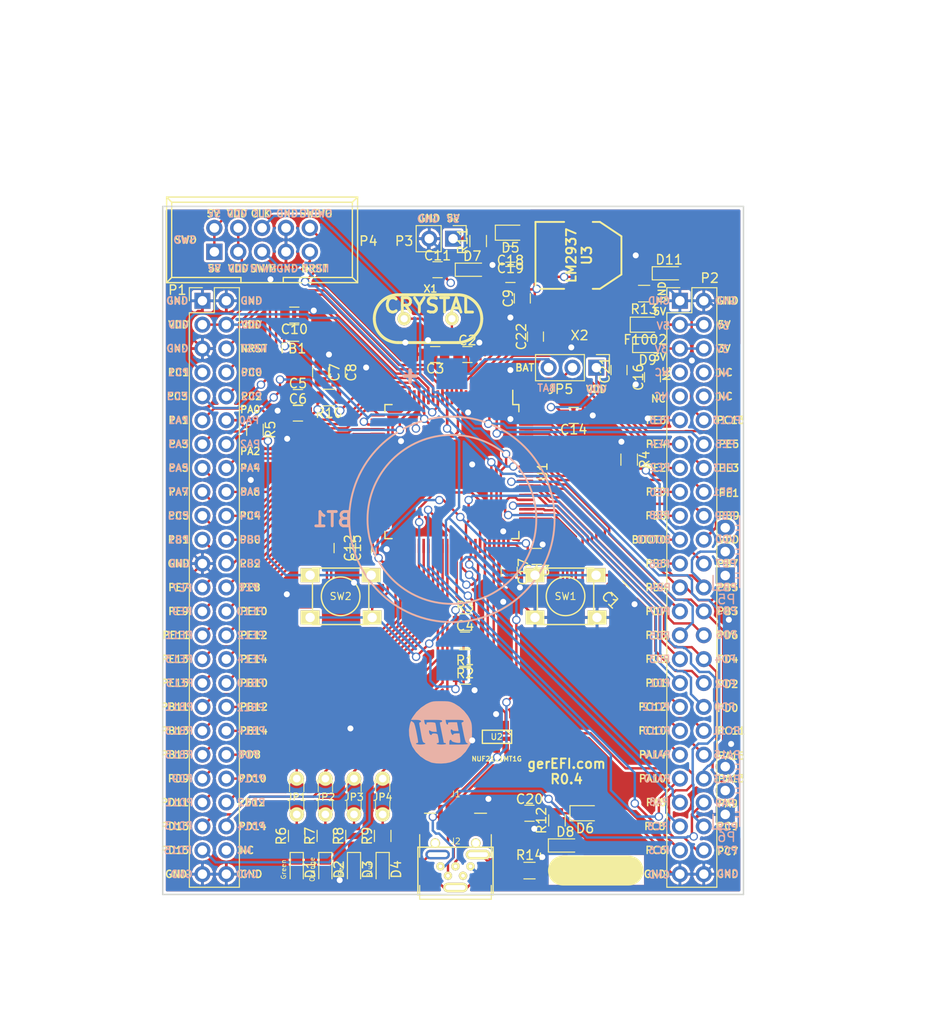
<source format=kicad_pcb>
(kicad_pcb (version 4) (host pcbnew 4.0.5)
  (title_block (date 2017-02-18) (rev R0.4) (company "gerEFI by Art_Electro"))
  (layers (0 F.Cu signal) (31 B.Cu signal) (34 B.Paste user) (35 F.Paste user) (36 B.SilkS user) (37 F.SilkS user) (38 B.Mask user) (39 F.Mask user) (44 Edge.Cuts user))
  (net 0 "")
  (net 1 /3V)
  (net 2 /5V)
  (net 3 /BOOT0)
  (net 4 /D+)
  (net 5 /D-)
  (net 6 /NRST)
  (net 7 /PA0)
  (net 8 /PA1)
  (net 9 /PA10)
  (net 10 /PA11)
  (net 11 /PA12)
  (net 12 /PA13)
  (net 13 /PA14)
  (net 14 /PA15)
  (net 15 /PA2)
  (net 16 /PA3)
  (net 17 /PA4)
  (net 18 /PA5)
  (net 19 /PA6)
  (net 20 /PA7)
  (net 21 /PA8)
  (net 22 /PB0)
  (net 23 /PB1)
  (net 24 /PB10)
  (net 25 /PB11)
  (net 26 /PB12)
  (net 27 /PB13)
  (net 28 /PB14)
  (net 29 /PB15)
  (net 30 /PB2)
  (net 31 /PB3)
  (net 32 /PB4)
  (net 33 /PB5)
  (net 34 /PB6)
  (net 35 /PB7)
  (net 36 /PB8)
  (net 37 /PB9)
  (net 38 /PC0)
  (net 39 /PC1)
  (net 40 /PC10)
  (net 41 /PC11)
  (net 42 /PC12)
  (net 43 /PC13)
  (net 44 /PC2)
  (net 45 /PC3)
  (net 46 /PC4)
  (net 47 /PC5)
  (net 48 /PC6)
  (net 49 /PC7)
  (net 50 /PC8)
  (net 51 /PC9)
  (net 52 /PD0)
  (net 53 /PD1)
  (net 54 /PD10)
  (net 55 /PD11)
  (net 56 /PD12)
  (net 57 /PD13)
  (net 58 /PD14)
  (net 59 /PD15)
  (net 60 /PD2)
  (net 61 /PD3)
  (net 62 /PD4)
  (net 63 /PD5)
  (net 64 /PD6)
  (net 65 /PD7)
  (net 66 /PD8)
  (net 67 /PD9)
  (net 68 /PE0)
  (net 69 /PE1)
  (net 70 /PE10)
  (net 71 /PE11)
  (net 72 /PE12)
  (net 73 /PE13)
  (net 74 /PE14)
  (net 75 /PE15)
  (net 76 /PE2)
  (net 77 /PE3)
  (net 78 /PE4)
  (net 79 /PE5)
  (net 80 /PE6)
  (net 81 /PE7)
  (net 82 /PE8)
  (net 83 /PE9)
  (net 84 /VDD)
  (net 85 GND)
  (net 86 "Net-(BT1-Pad1)")
  (net 87 "Net-(C2-Pad1)")
  (net 88 "Net-(C3-Pad1)")
  (net 89 "Net-(C4-Pad2)")
  (net 90 "Net-(C5-Pad2)")
  (net 91 "Net-(C7-Pad2)")
  (net 92 "Net-(C15-Pad1)")
  (net 93 "Net-(C17-Pad1)")
  (net 94 /Shield)
  (net 95 "Net-(C21-Pad2)")
  (net 96 "Net-(C22-Pad2)")
  (net 97 "Net-(D1-Pad1)")
  (net 98 "Net-(D2-Pad1)")
  (net 99 "Net-(D3-Pad1)")
  (net 100 "Net-(D4-Pad1)")
  (net 101 "Net-(D5-Pad1)")
  (net 102 "Net-(D7-Pad1)")
  (net 103 "Net-(D8-Pad1)")
  (net 104 "Net-(D11-Pad1)")
  (net 105 "Net-(JP1-Pad2)")
  (net 106 "Net-(JP2-Pad2)")
  (net 107 "Net-(JP3-Pad2)")
  (net 108 "Net-(JP4-Pad2)")
  (net 109 "Net-(JP5-Pad2)")
  (net 110 "Net-(R1-Pad1)")
  (net 111 /PA9)
  (module Pin_Headers:Pin_Header_Angled_1x03 (layer B.Cu) (at 147.066 148.082)
    (fp_text reference P6 (at 0.127 2.413) (layer B.SilkS) (effects (justify mirror)))
    (fp_text value CONN_01X03 hide)
    (pad 1 thru_hole rect (at 0 0) (size 2.032 1.7272) (drill 1.016) (layers *.Cu *.Mask) (net 85 GND))
    (pad 2 thru_hole oval (at 0 -2.54) (size 2.032 1.7272) (drill 1.016) (layers *.Cu *.Mask) (net 62 /PD4))
    (pad 3 thru_hole oval (at 0 -5.08) (size 2.032 1.7272) (drill 1.016) (layers *.Cu *.Mask) (net 31 /PB3))
  )
  (module Pin_Headers:Pin_Header_Angled_1x03 (layer B.Cu) (at 147.066 122.682)
    (fp_text reference P5 (at 0.127 2.54) (layer B.SilkS) (effects (justify mirror)))
    (fp_text value CONN_01X03 hide)
    (pad 1 thru_hole rect (at 0 0) (size 2.032 1.7272) (drill 1.016) (layers *.Cu *.Mask) (net 32 /PB4))
    (pad 2 thru_hole oval (at 0 -2.54) (size 2.032 1.7272) (drill 1.016) (layers *.Cu *.Mask) (net 33 /PB5))
    (pad 3 thru_hole oval (at 0 -5.08) (size 2.032 1.7272) (drill 1.016) (layers *.Cu *.Mask) (net 84 /VDD))
  )
  (module BATT_CR2032_MPD (layer B.Cu) (at 117.983 116.713 90)
    (fp_text reference BT1 (at 0 -12.7 360) (layer B.SilkS) (effects (font (thickness 0.3048)) (justify mirror)))
    (fp_text value BATTERY_CR2032 hide)
    (pad 1 smd rect (at 15.485 0 90) (size 3.29 3.29) (layers B.Cu B.Paste B.Mask) (net 86 "Net-(BT1-Pad1)"))
    (pad 2 smd rect (at -15.485 0 90) (size 3.29 3.29) (layers B.Cu B.Paste B.Mask) (net 85 GND))
  )
  (module SOT223 (layer F.Cu) (at 131.445 88.646 270)
    (fp_text reference U3 (at 0 -0.889 450) (layer F.SilkS) (effects (font (size 1.016 1.016) (thickness 0.2032))))
    (fp_text value LM2937 (at 0 0.762 270) (layer F.SilkS) (effects (font (size 1.016 1.016) (thickness 0.2032))))
    (pad 4 smd rect (at 0 -3.302 270) (size 3.6576 2.032) (layers F.Cu F.Paste F.Mask) (net 85 GND))
    (pad 2 smd rect (at 0 3.302 270) (size 1.016 2.032) (layers F.Cu F.Paste F.Mask) (net 85 GND))
    (pad 3 smd rect (at 2.286 3.302 270) (size 1.016 2.032) (layers F.Cu F.Paste F.Mask) (net 84 /VDD))
    (pad 1 smd rect (at -2.286 3.302 270) (size 1.016 2.032) (layers F.Cu F.Paste F.Mask) (net 2 /5V))
  )
  (module HC-49V (layer F.Cu) (at 115.443 95.377)
    (fp_text reference X1 (at 0.254 -3.175) (layer F.SilkS) (effects (font (size 0.762 0.762) (thickness 0.1524))))
    (fp_text value CRYSTAL (at 0.127 -1.397) (layer F.SilkS) (effects (font (thickness 0.3048))))
    (pad 1 thru_hole circle (at -2.54 0) (size 1.4224 1.4224) (drill 0.762) (layers *.Cu *.Mask F.SilkS) (net 88 "Net-(C3-Pad1)"))
    (pad 2 thru_hole circle (at 2.54 0) (size 1.4224 1.4224) (drill 0.762) (layers *.Cu *.Mask F.SilkS) (net 87 "Net-(C2-Pad1)"))
  )
  (module MC-306 (layer F.Cu) (at 131.572 95.377)
    (fp_text reference X2 (at 0 1.778) (layer F.SilkS))
    (fp_text value "CRYSTAL(MC306)" hide)
    (pad 1 smd rect (at -2.75 1.6) (size 1.3 1.9) (layers F.Cu F.Paste F.Mask) (net 95 "Net-(C21-Pad2)"))
    (pad 2 smd rect (at 2.75 1.6) (size 1.3 1.9) (layers F.Cu F.Paste F.Mask))
    (pad 3 smd rect (at 2.75 -1.6) (size 1.3 1.9) (layers F.Cu F.Paste F.Mask))
    (pad 4 smd rect (at -2.75 -1.6) (size 1.3 1.9) (layers F.Cu F.Paste F.Mask) (net 96 "Net-(C22-Pad2)"))
  )
  (module MINI-USB-5P-3400020P1 (layer F.Cu) (at 118.364 152.527)
    (fp_text reference J1 (at 0 -6.604) (layer F.SilkS) (effects (font (size 0.635 0.635) (thickness 0.0889))))
    (fp_text value MINI-USB-5P-3400020P1 hide)
    (pad 1 smd rect (at -1.6 -4.191) (size 0.508 2.54) (layers F.Cu F.Paste F.Mask) (net 111 /PA9))
    (pad 2 smd rect (at -0.8 -4.191) (size 0.508 2.54) (layers F.Cu F.Paste F.Mask) (net 5 /D-))
    (pad 3 smd rect (at 0 -4.191) (size 0.508 2.54) (layers F.Cu F.Paste F.Mask) (net 4 /D+))
    (pad 4 smd rect (at 0.8 -4.191) (size 0.508 2.54) (layers F.Cu F.Paste F.Mask))
    (pad 5 smd rect (at 1.6 -4.191) (size 0.508 2.54) (layers F.Cu F.Paste F.Mask) (net 85 GND))
    (pad 6 smd rect (at -4.5 1.603 90) (size 2.794 2) (layers F.Cu F.Paste F.Mask) (net 94 /Shield))
    (pad 6 smd rect (at 4.5 1.603 90) (size 2.794 2) (layers F.Cu F.Paste F.Mask) (net 94 /Shield))
    (pad 6 smd rect (at -4.5 -3.897 90) (size 2.794 2) (layers F.Cu F.Paste F.Mask) (net 94 /Shield))
    (pad 6 smd rect (at 4.5 -3.897 90) (size 2.794 2) (layers F.Cu F.Paste F.Mask) (net 94 /Shield))
    (pad "" thru_hole circle (at -2.159 -1.397 90) (size 1.016 1.016) (drill 0.762) (layers *.Cu *.Mask F.SilkS))
    (pad "" thru_hole circle (at 2.159 -1.397 90) (size 1.016 1.016) (drill 0.762) (layers *.Cu *.Mask F.SilkS))
  )
  (module SOT-457 (layer F.Cu) (at 122.746 139.827 180)
    (fp_text reference U2 (at 0 0 180) (layer F.SilkS) (effects (font (size 0.635 0.635) (thickness 0.10922))))
    (fp_text value NUF2101MT1G (at 0 -2.3495 180) (layer F.SilkS) (effects (font (size 0.50038 0.50038) (thickness 0.10922))))
    (pad 1 smd rect (at -0.95 1.2 180) (size 0.7 1) (layers F.Cu F.Paste F.Mask) (net 11 /PA12))
    (pad 2 smd rect (at 0 1.2 180) (size 0.7 1) (layers F.Cu F.Paste F.Mask) (net 85 GND))
    (pad 3 smd rect (at 0.95 1.2 180) (size 0.7 1) (layers F.Cu F.Paste F.Mask) (net 10 /PA11))
    (pad 4 smd rect (at 0.95 -1.2 180) (size 0.7 1) (layers F.Cu F.Paste F.Mask) (net 5 /D-))
    (pad 5 smd rect (at 0 -1.2 180) (size 0.7 1) (layers F.Cu F.Paste F.Mask) (net 111 /PA9))
    (pad 6 smd rect (at -0.95 -1.2 180) (size 0.7 1) (layers F.Cu F.Paste F.Mask) (net 4 /D+))
  )
  (module TL-1105 (layer F.Cu) (at 130.073 124.892)
    (fp_text reference SW1 (at 0 0) (layer F.SilkS) (effects (font (size 0.762 0.762) (thickness 0.10922))))
    (fp_text value SW_PUSH hide)
    (pad 1 thru_hole rect (at -3.25 -2.25) (size 2 1.5) (drill 1) (layers *.Cu *.Mask F.SilkS) (net 6 /NRST))
    (pad 1 thru_hole rect (at 3.25 -2.25) (size 2 1.5) (drill 1) (layers *.Cu *.Mask F.SilkS) (net 6 /NRST))
    (pad 2 thru_hole rect (at 3.35 2.25) (size 2 1.5) (drill 1) (layers *.Cu *.Mask F.SilkS) (net 85 GND))
    (pad 2 thru_hole rect (at -3.25 2.25) (size 2 1.5) (drill 1) (layers *.Cu *.Mask F.SilkS) (net 85 GND))
  )
  (module TL-1105 (layer F.Cu) (at 106.147 124.892)
    (fp_text reference SW2 (at 0 0) (layer F.SilkS) (effects (font (size 0.762 0.762) (thickness 0.10922))))
    (fp_text value SW_PUSH hide)
    (pad 1 thru_hole rect (at -3.25 -2.25) (size 2 1.5) (drill 1) (layers *.Cu *.Mask F.SilkS) (net 110 "Net-(R1-Pad1)"))
    (pad 1 thru_hole rect (at 3.25 -2.25) (size 2 1.5) (drill 1) (layers *.Cu *.Mask F.SilkS) (net 110 "Net-(R1-Pad1)"))
    (pad 2 thru_hole rect (at 3.35 2.25) (size 2 1.5) (drill 1) (layers *.Cu *.Mask F.SilkS) (net 84 /VDD))
    (pad 2 thru_hole rect (at -3.25 2.25) (size 2 1.5) (drill 1) (layers *.Cu *.Mask F.SilkS) (net 84 /VDD))
  )
  (module LOGO_F (layer B.Cu) (at 116.7765 139.3825)
    (fp_text reference G1 hide)
    (fp_text value LOGO hide)
  )
  (module MINI-USB_RCTP_V-T_B (layer F.Cu) (at 118.364 154.102)
    (fp_text reference J2 (at 0 -3.175) (layer F.SilkS) (effects (font (size 0.635 0.635) (thickness 0.0889))))
    (fp_text value MINI-USB-5P-3400020P1V hide)
    (pad 1 thru_hole circle (at -1.6 -0.5) (size 0.889 0.889) (drill 0.381) (layers *.Cu *.Mask F.SilkS) (net 111 /PA9))
    (pad 2 thru_hole circle (at -0.8 0.5) (size 0.889 0.889) (drill 0.381) (layers *.Cu *.Mask F.SilkS) (net 5 /D-))
    (pad 3 thru_hole circle (at 0 -0.5) (size 0.889 0.889) (drill 0.381) (layers *.Cu *.Mask F.SilkS) (net 4 /D+))
    (pad 4 thru_hole circle (at 0.8 0.5) (size 0.889 0.889) (drill 0.381) (layers *.Cu *.Mask F.SilkS))
    (pad 5 thru_hole circle (at 1.6 -0.5) (size 0.889 0.889) (drill 0.381) (layers *.Cu *.Mask F.SilkS) (net 85 GND))
    (pad 6 thru_hole oval (at 0 1.75 90) (size 1.016 2.6162) (drill oval 0.508 2.1082) (layers *.Cu *.Mask F.SilkS) (net 94 /Shield))
    (pad 6 thru_hole oval (at -1.9 -1.75 90) (size 1.016 2.6162) (drill oval 0.508 2.1082) (layers *.Cu *.Mask) (net 94 /Shield))
    (pad 6 thru_hole oval (at 2.4 -1.75 90) (size 1.016 2.6162) (drill oval 0.508 2.1082) (layers *.Cu *.Mask F.SilkS) (net 94 /Shield))
  )
  (module Connect:IDC_Header_Straight_10pins (layer F.Cu) (at 92.71 88.265)
    (fp_text reference P4 (at 16.383 -1.143) (layer F.SilkS))
    (fp_text value CONN_02X05 hide)
    (pad 1 thru_hole rect (at 0 0) (size 1.7272 1.7272) (drill 1.016) (layers *.Cu *.Mask) (net 2 /5V))
    (pad 2 thru_hole oval (at 0 -2.54) (size 1.7272 1.7272) (drill 1.016) (layers *.Cu *.Mask) (net 2 /5V))
    (pad 3 thru_hole oval (at 2.54 0) (size 1.7272 1.7272) (drill 1.016) (layers *.Cu *.Mask) (net 84 /VDD))
    (pad 4 thru_hole oval (at 2.54 -2.54) (size 1.7272 1.7272) (drill 1.016) (layers *.Cu *.Mask) (net 84 /VDD))
    (pad 5 thru_hole oval (at 5.08 0) (size 1.7272 1.7272) (drill 1.016) (layers *.Cu *.Mask) (net 31 /PB3))
    (pad 6 thru_hole oval (at 5.08 -2.54) (size 1.7272 1.7272) (drill 1.016) (layers *.Cu *.Mask) (net 13 /PA14))
    (pad 7 thru_hole oval (at 7.62 0) (size 1.7272 1.7272) (drill 1.016) (layers *.Cu *.Mask) (net 85 GND))
    (pad 8 thru_hole oval (at 7.62 -2.54) (size 1.7272 1.7272) (drill 1.016) (layers *.Cu *.Mask) (net 85 GND))
    (pad 9 thru_hole oval (at 10.16 0) (size 1.7272 1.7272) (drill 1.016) (layers *.Cu *.Mask) (net 6 /NRST))
    (pad 10 thru_hole oval (at 10.16 -2.54) (size 1.7272 1.7272) (drill 1.016) (layers *.Cu *.Mask) (net 12 /PA13))
  )
  (module Pin_Headers:Pin_Header_Straight_1x03_Pitch2.54mm (layer F.Cu) (at 133.35 100.584 270)
    (fp_text reference JP5 (at 2.286 3.81 360) (layer F.SilkS))
    (fp_text value JUMPER3 hide)
    (pad 1 thru_hole rect (at 0 0 270) (size 1.7 1.7) (drill 1) (layers *.Cu *.Mask) (net 84 /VDD))
    (pad 2 thru_hole oval (at 0 2.54 270) (size 1.7 1.7) (drill 1) (layers *.Cu *.Mask) (net 109 "Net-(JP5-Pad2)"))
    (pad 3 thru_hole oval (at 0 5.08 270) (size 1.7 1.7) (drill 1) (layers *.Cu *.Mask) (net 86 "Net-(BT1-Pad1)"))
  )
  (module Pin_Headers:Pin_Header_Straight_2x25_Pitch2.54mm (layer F.Cu) (at 91.44 93.472)
    (fp_text reference P1 (at -2.667 -1.143) (layer F.SilkS))
    (fp_text value CONN_25X2 hide)
    (pad 1 thru_hole rect (at 0 0) (size 1.7 1.7) (drill 1) (layers *.Cu *.Mask) (net 85 GND))
    (pad 2 thru_hole oval (at 2.54 0) (size 1.7 1.7) (drill 1) (layers *.Cu *.Mask) (net 85 GND))
    (pad 3 thru_hole oval (at 0 2.54) (size 1.7 1.7) (drill 1) (layers *.Cu *.Mask) (net 84 /VDD))
    (pad 4 thru_hole oval (at 2.54 2.54) (size 1.7 1.7) (drill 1) (layers *.Cu *.Mask) (net 84 /VDD))
    (pad 5 thru_hole oval (at 0 5.08) (size 1.7 1.7) (drill 1) (layers *.Cu *.Mask) (net 85 GND))
    (pad 6 thru_hole oval (at 2.54 5.08) (size 1.7 1.7) (drill 1) (layers *.Cu *.Mask) (net 6 /NRST))
    (pad 7 thru_hole oval (at 0 7.62) (size 1.7 1.7) (drill 1) (layers *.Cu *.Mask) (net 39 /PC1))
    (pad 8 thru_hole oval (at 2.54 7.62) (size 1.7 1.7) (drill 1) (layers *.Cu *.Mask) (net 38 /PC0))
    (pad 9 thru_hole oval (at 0 10.16) (size 1.7 1.7) (drill 1) (layers *.Cu *.Mask) (net 45 /PC3))
    (pad 10 thru_hole oval (at 2.54 10.16) (size 1.7 1.7) (drill 1) (layers *.Cu *.Mask) (net 44 /PC2))
    (pad 11 thru_hole oval (at 0 12.7) (size 1.7 1.7) (drill 1) (layers *.Cu *.Mask) (net 8 /PA1))
    (pad 12 thru_hole oval (at 2.54 12.7) (size 1.7 1.7) (drill 1) (layers *.Cu *.Mask) (net 7 /PA0))
    (pad 13 thru_hole oval (at 0 15.24) (size 1.7 1.7) (drill 1) (layers *.Cu *.Mask) (net 16 /PA3))
    (pad 14 thru_hole oval (at 2.54 15.24) (size 1.7 1.7) (drill 1) (layers *.Cu *.Mask) (net 15 /PA2))
    (pad 15 thru_hole oval (at 0 17.78) (size 1.7 1.7) (drill 1) (layers *.Cu *.Mask) (net 18 /PA5))
    (pad 16 thru_hole oval (at 2.54 17.78) (size 1.7 1.7) (drill 1) (layers *.Cu *.Mask) (net 17 /PA4))
    (pad 17 thru_hole oval (at 0 20.32) (size 1.7 1.7) (drill 1) (layers *.Cu *.Mask) (net 20 /PA7))
    (pad 18 thru_hole oval (at 2.54 20.32) (size 1.7 1.7) (drill 1) (layers *.Cu *.Mask) (net 19 /PA6))
    (pad 19 thru_hole oval (at 0 22.86) (size 1.7 1.7) (drill 1) (layers *.Cu *.Mask) (net 47 /PC5))
    (pad 20 thru_hole oval (at 2.54 22.86) (size 1.7 1.7) (drill 1) (layers *.Cu *.Mask) (net 46 /PC4))
    (pad 21 thru_hole oval (at 0 25.4) (size 1.7 1.7) (drill 1) (layers *.Cu *.Mask) (net 23 /PB1))
    (pad 22 thru_hole oval (at 2.54 25.4) (size 1.7 1.7) (drill 1) (layers *.Cu *.Mask) (net 22 /PB0))
    (pad 23 thru_hole oval (at 0 27.94) (size 1.7 1.7) (drill 1) (layers *.Cu *.Mask) (net 85 GND))
    (pad 24 thru_hole oval (at 2.54 27.94) (size 1.7 1.7) (drill 1) (layers *.Cu *.Mask) (net 30 /PB2))
    (pad 25 thru_hole oval (at 0 30.48) (size 1.7 1.7) (drill 1) (layers *.Cu *.Mask) (net 81 /PE7))
    (pad 26 thru_hole oval (at 2.54 30.48) (size 1.7 1.7) (drill 1) (layers *.Cu *.Mask) (net 82 /PE8))
    (pad 27 thru_hole oval (at 0 33.02) (size 1.7 1.7) (drill 1) (layers *.Cu *.Mask) (net 83 /PE9))
    (pad 28 thru_hole oval (at 2.54 33.02) (size 1.7 1.7) (drill 1) (layers *.Cu *.Mask) (net 70 /PE10))
    (pad 29 thru_hole oval (at 0 35.56) (size 1.7 1.7) (drill 1) (layers *.Cu *.Mask) (net 71 /PE11))
    (pad 30 thru_hole oval (at 2.54 35.56) (size 1.7 1.7) (drill 1) (layers *.Cu *.Mask) (net 72 /PE12))
    (pad 31 thru_hole oval (at 0 38.1) (size 1.7 1.7) (drill 1) (layers *.Cu *.Mask) (net 73 /PE13))
    (pad 32 thru_hole oval (at 2.54 38.1) (size 1.7 1.7) (drill 1) (layers *.Cu *.Mask) (net 74 /PE14))
    (pad 33 thru_hole oval (at 0 40.64) (size 1.7 1.7) (drill 1) (layers *.Cu *.Mask) (net 75 /PE15))
    (pad 34 thru_hole oval (at 2.54 40.64) (size 1.7 1.7) (drill 1) (layers *.Cu *.Mask) (net 24 /PB10))
    (pad 35 thru_hole oval (at 0 43.18) (size 1.7 1.7) (drill 1) (layers *.Cu *.Mask) (net 25 /PB11))
    (pad 36 thru_hole oval (at 2.54 43.18) (size 1.7 1.7) (drill 1) (layers *.Cu *.Mask) (net 26 /PB12))
    (pad 37 thru_hole oval (at 0 45.72) (size 1.7 1.7) (drill 1) (layers *.Cu *.Mask) (net 27 /PB13))
    (pad 38 thru_hole oval (at 2.54 45.72) (size 1.7 1.7) (drill 1) (layers *.Cu *.Mask) (net 28 /PB14))
    (pad 39 thru_hole oval (at 0 48.26) (size 1.7 1.7) (drill 1) (layers *.Cu *.Mask) (net 29 /PB15))
    (pad 40 thru_hole oval (at 2.54 48.26) (size 1.7 1.7) (drill 1) (layers *.Cu *.Mask) (net 66 /PD8))
    (pad 41 thru_hole oval (at 0 50.8) (size 1.7 1.7) (drill 1) (layers *.Cu *.Mask) (net 67 /PD9))
    (pad 42 thru_hole oval (at 2.54 50.8) (size 1.7 1.7) (drill 1) (layers *.Cu *.Mask) (net 54 /PD10))
    (pad 43 thru_hole oval (at 0 53.34) (size 1.7 1.7) (drill 1) (layers *.Cu *.Mask) (net 55 /PD11))
    (pad 44 thru_hole oval (at 2.54 53.34) (size 1.7 1.7) (drill 1) (layers *.Cu *.Mask) (net 56 /PD12))
    (pad 45 thru_hole oval (at 0 55.88) (size 1.7 1.7) (drill 1) (layers *.Cu *.Mask) (net 57 /PD13))
    (pad 46 thru_hole oval (at 2.54 55.88) (size 1.7 1.7) (drill 1) (layers *.Cu *.Mask) (net 58 /PD14))
    (pad 47 thru_hole oval (at 0 58.42) (size 1.7 1.7) (drill 1) (layers *.Cu *.Mask) (net 59 /PD15))
    (pad 48 thru_hole oval (at 2.54 58.42) (size 1.7 1.7) (drill 1) (layers *.Cu *.Mask))
    (pad 49 thru_hole oval (at 0 60.96) (size 1.7 1.7) (drill 1) (layers *.Cu *.Mask) (net 85 GND))
    (pad 50 thru_hole oval (at 2.54 60.96) (size 1.7 1.7) (drill 1) (layers *.Cu *.Mask) (net 85 GND))
  )
  (module Pin_Headers:Pin_Header_Straight_2x25_Pitch2.54mm (layer F.Cu) (at 142.24 93.472)
    (fp_text reference P2 (at 3.175 -2.413) (layer F.SilkS))
    (fp_text value CONN_25X2 hide)
    (pad 1 thru_hole rect (at 0 0) (size 1.7 1.7) (drill 1) (layers *.Cu *.Mask) (net 85 GND))
    (pad 2 thru_hole oval (at 2.54 0) (size 1.7 1.7) (drill 1) (layers *.Cu *.Mask) (net 85 GND))
    (pad 3 thru_hole oval (at 0 2.54) (size 1.7 1.7) (drill 1) (layers *.Cu *.Mask) (net 2 /5V))
    (pad 4 thru_hole oval (at 2.54 2.54) (size 1.7 1.7) (drill 1) (layers *.Cu *.Mask) (net 2 /5V))
    (pad 5 thru_hole oval (at 0 5.08) (size 1.7 1.7) (drill 1) (layers *.Cu *.Mask) (net 1 /3V))
    (pad 6 thru_hole oval (at 2.54 5.08) (size 1.7 1.7) (drill 1) (layers *.Cu *.Mask) (net 1 /3V))
    (pad 7 thru_hole oval (at 0 7.62) (size 1.7 1.7) (drill 1) (layers *.Cu *.Mask))
    (pad 8 thru_hole oval (at 2.54 7.62) (size 1.7 1.7) (drill 1) (layers *.Cu *.Mask))
    (pad 9 thru_hole oval (at 0 10.16) (size 1.7 1.7) (drill 1) (layers *.Cu *.Mask))
    (pad 10 thru_hole oval (at 2.54 10.16) (size 1.7 1.7) (drill 1) (layers *.Cu *.Mask))
    (pad 11 thru_hole oval (at 0 12.7) (size 1.7 1.7) (drill 1) (layers *.Cu *.Mask) (net 80 /PE6))
    (pad 12 thru_hole oval (at 2.54 12.7) (size 1.7 1.7) (drill 1) (layers *.Cu *.Mask) (net 43 /PC13))
    (pad 13 thru_hole oval (at 0 15.24) (size 1.7 1.7) (drill 1) (layers *.Cu *.Mask) (net 78 /PE4))
    (pad 14 thru_hole oval (at 2.54 15.24) (size 1.7 1.7) (drill 1) (layers *.Cu *.Mask) (net 79 /PE5))
    (pad 15 thru_hole oval (at 0 17.78) (size 1.7 1.7) (drill 1) (layers *.Cu *.Mask) (net 76 /PE2))
    (pad 16 thru_hole oval (at 2.54 17.78) (size 1.7 1.7) (drill 1) (layers *.Cu *.Mask) (net 77 /PE3))
    (pad 17 thru_hole oval (at 0 20.32) (size 1.7 1.7) (drill 1) (layers *.Cu *.Mask) (net 68 /PE0))
    (pad 18 thru_hole oval (at 2.54 20.32) (size 1.7 1.7) (drill 1) (layers *.Cu *.Mask) (net 69 /PE1))
    (pad 19 thru_hole oval (at 0 22.86) (size 1.7 1.7) (drill 1) (layers *.Cu *.Mask) (net 36 /PB8))
    (pad 20 thru_hole oval (at 2.54 22.86) (size 1.7 1.7) (drill 1) (layers *.Cu *.Mask) (net 37 /PB9))
    (pad 21 thru_hole oval (at 0 25.4) (size 1.7 1.7) (drill 1) (layers *.Cu *.Mask) (net 3 /BOOT0))
    (pad 22 thru_hole oval (at 2.54 25.4) (size 1.7 1.7) (drill 1) (layers *.Cu *.Mask) (net 84 /VDD))
    (pad 23 thru_hole oval (at 0 27.94) (size 1.7 1.7) (drill 1) (layers *.Cu *.Mask) (net 34 /PB6))
    (pad 24 thru_hole oval (at 2.54 27.94) (size 1.7 1.7) (drill 1) (layers *.Cu *.Mask) (net 35 /PB7))
    (pad 25 thru_hole oval (at 0 30.48) (size 1.7 1.7) (drill 1) (layers *.Cu *.Mask) (net 32 /PB4))
    (pad 26 thru_hole oval (at 2.54 30.48) (size 1.7 1.7) (drill 1) (layers *.Cu *.Mask) (net 33 /PB5))
    (pad 27 thru_hole oval (at 0 33.02) (size 1.7 1.7) (drill 1) (layers *.Cu *.Mask) (net 65 /PD7))
    (pad 28 thru_hole oval (at 2.54 33.02) (size 1.7 1.7) (drill 1) (layers *.Cu *.Mask) (net 31 /PB3))
    (pad 29 thru_hole oval (at 0 35.56) (size 1.7 1.7) (drill 1) (layers *.Cu *.Mask) (net 63 /PD5))
    (pad 30 thru_hole oval (at 2.54 35.56) (size 1.7 1.7) (drill 1) (layers *.Cu *.Mask) (net 64 /PD6))
    (pad 31 thru_hole oval (at 0 38.1) (size 1.7 1.7) (drill 1) (layers *.Cu *.Mask) (net 61 /PD3))
    (pad 32 thru_hole oval (at 2.54 38.1) (size 1.7 1.7) (drill 1) (layers *.Cu *.Mask) (net 62 /PD4))
    (pad 33 thru_hole oval (at 0 40.64) (size 1.7 1.7) (drill 1) (layers *.Cu *.Mask) (net 53 /PD1))
    (pad 34 thru_hole oval (at 2.54 40.64) (size 1.7 1.7) (drill 1) (layers *.Cu *.Mask) (net 60 /PD2))
    (pad 35 thru_hole oval (at 0 43.18) (size 1.7 1.7) (drill 1) (layers *.Cu *.Mask) (net 42 /PC12))
    (pad 36 thru_hole oval (at 2.54 43.18) (size 1.7 1.7) (drill 1) (layers *.Cu *.Mask) (net 52 /PD0))
    (pad 37 thru_hole oval (at 0 45.72) (size 1.7 1.7) (drill 1) (layers *.Cu *.Mask) (net 40 /PC10))
    (pad 38 thru_hole oval (at 2.54 45.72) (size 1.7 1.7) (drill 1) (layers *.Cu *.Mask) (net 41 /PC11))
    (pad 39 thru_hole oval (at 0 48.26) (size 1.7 1.7) (drill 1) (layers *.Cu *.Mask) (net 13 /PA14))
    (pad 40 thru_hole oval (at 2.54 48.26) (size 1.7 1.7) (drill 1) (layers *.Cu *.Mask) (net 14 /PA15))
    (pad 41 thru_hole oval (at 0 50.8) (size 1.7 1.7) (drill 1) (layers *.Cu *.Mask) (net 9 /PA10))
    (pad 42 thru_hole oval (at 2.54 50.8) (size 1.7 1.7) (drill 1) (layers *.Cu *.Mask) (net 12 /PA13))
    (pad 43 thru_hole oval (at 0 53.34) (size 1.7 1.7) (drill 1) (layers *.Cu *.Mask) (net 21 /PA8))
    (pad 44 thru_hole oval (at 2.54 53.34) (size 1.7 1.7) (drill 1) (layers *.Cu *.Mask) (net 111 /PA9))
    (pad 45 thru_hole oval (at 0 55.88) (size 1.7 1.7) (drill 1) (layers *.Cu *.Mask) (net 50 /PC8))
    (pad 46 thru_hole oval (at 2.54 55.88) (size 1.7 1.7) (drill 1) (layers *.Cu *.Mask) (net 51 /PC9))
    (pad 47 thru_hole oval (at 0 58.42) (size 1.7 1.7) (drill 1) (layers *.Cu *.Mask) (net 48 /PC6))
    (pad 48 thru_hole oval (at 2.54 58.42) (size 1.7 1.7) (drill 1) (layers *.Cu *.Mask) (net 49 /PC7))
    (pad 49 thru_hole oval (at 0 60.96) (size 1.7 1.7) (drill 1) (layers *.Cu *.Mask) (net 85 GND))
    (pad 50 thru_hole oval (at 2.54 60.96) (size 1.7 1.7) (drill 1) (layers *.Cu *.Mask) (net 85 GND))
  )
  (module Pin_Headers:Pin_Header_Straight_1x02_Pitch2.54mm (layer F.Cu) (at 118.11 86.868 270)
    (fp_text reference P3 (at 0.254 5.207 360) (layer F.SilkS))
    (fp_text value CONN_2 hide)
    (pad 1 thru_hole rect (at 0 0 270) (size 1.7 1.7) (drill 1) (layers *.Cu *.Mask) (net 101 "Net-(D5-Pad1)"))
    (pad 2 thru_hole oval (at 0 2.54 270) (size 1.7 1.7) (drill 1) (layers *.Cu *.Mask) (net 85 GND))
  )
  (module Housings_QFP:LQFP-100_14x14mm_Pitch0.5mm (layer F.Cu) (at 117.983 111.633 270)
    (fp_text reference U1 (at 0 -9.65 270) (layer F.SilkS))
    (fp_text value STM32F407VG hide)
    (pad 1 smd rect (at -7.9 -6 270) (size 1.5 0.28) (layers F.Cu F.Paste F.Mask) (net 76 /PE2))
    (pad 2 smd rect (at -7.9 -5.5 270) (size 1.5 0.28) (layers F.Cu F.Paste F.Mask) (net 77 /PE3))
    (pad 3 smd rect (at -7.9 -5 270) (size 1.5 0.28) (layers F.Cu F.Paste F.Mask) (net 78 /PE4))
    (pad 4 smd rect (at -7.9 -4.5 270) (size 1.5 0.28) (layers F.Cu F.Paste F.Mask) (net 79 /PE5))
    (pad 5 smd rect (at -7.9 -4 270) (size 1.5 0.28) (layers F.Cu F.Paste F.Mask) (net 80 /PE6))
    (pad 6 smd rect (at -7.9 -3.5 270) (size 1.5 0.28) (layers F.Cu F.Paste F.Mask) (net 109 "Net-(JP5-Pad2)"))
    (pad 7 smd rect (at -7.9 -3 270) (size 1.5 0.28) (layers F.Cu F.Paste F.Mask) (net 43 /PC13))
    (pad 8 smd rect (at -7.9 -2.5 270) (size 1.5 0.28) (layers F.Cu F.Paste F.Mask) (net 95 "Net-(C21-Pad2)"))
    (pad 9 smd rect (at -7.9 -2 270) (size 1.5 0.28) (layers F.Cu F.Paste F.Mask) (net 96 "Net-(C22-Pad2)"))
    (pad 10 smd rect (at -7.9 -1.5 270) (size 1.5 0.28) (layers F.Cu F.Paste F.Mask) (net 85 GND))
    (pad 11 smd rect (at -7.9 -1 270) (size 1.5 0.28) (layers F.Cu F.Paste F.Mask) (net 84 /VDD))
    (pad 12 smd rect (at -7.9 -0.5 270) (size 1.5 0.28) (layers F.Cu F.Paste F.Mask) (net 87 "Net-(C2-Pad1)"))
    (pad 13 smd rect (at -7.9 0 270) (size 1.5 0.28) (layers F.Cu F.Paste F.Mask) (net 88 "Net-(C3-Pad1)"))
    (pad 14 smd rect (at -7.9 0.5 270) (size 1.5 0.28) (layers F.Cu F.Paste F.Mask) (net 6 /NRST))
    (pad 15 smd rect (at -7.9 1 270) (size 1.5 0.28) (layers F.Cu F.Paste F.Mask) (net 38 /PC0))
    (pad 16 smd rect (at -7.9 1.5 270) (size 1.5 0.28) (layers F.Cu F.Paste F.Mask) (net 39 /PC1))
    (pad 17 smd rect (at -7.9 2 270) (size 1.5 0.28) (layers F.Cu F.Paste F.Mask) (net 44 /PC2))
    (pad 18 smd rect (at -7.9 2.5 270) (size 1.5 0.28) (layers F.Cu F.Paste F.Mask) (net 45 /PC3))
    (pad 19 smd rect (at -7.9 3 270) (size 1.5 0.28) (layers F.Cu F.Paste F.Mask) (net 84 /VDD))
    (pad 20 smd rect (at -7.9 3.5 270) (size 1.5 0.28) (layers F.Cu F.Paste F.Mask) (net 85 GND))
    (pad 21 smd rect (at -7.9 4 270) (size 1.5 0.28) (layers F.Cu F.Paste F.Mask) (net 90 "Net-(C5-Pad2)"))
    (pad 22 smd rect (at -7.9 4.5 270) (size 1.5 0.28) (layers F.Cu F.Paste F.Mask) (net 91 "Net-(C7-Pad2)"))
    (pad 23 smd rect (at -7.9 5 270) (size 1.5 0.28) (layers F.Cu F.Paste F.Mask) (net 7 /PA0))
    (pad 24 smd rect (at -7.9 5.5 270) (size 1.5 0.28) (layers F.Cu F.Paste F.Mask) (net 8 /PA1))
    (pad 25 smd rect (at -7.9 6 270) (size 1.5 0.28) (layers F.Cu F.Paste F.Mask) (net 15 /PA2))
    (pad 26 smd rect (at -6 7.9) (size 1.5 0.28) (layers F.Cu F.Paste F.Mask) (net 16 /PA3))
    (pad 27 smd rect (at -5.5 7.9) (size 1.5 0.28) (layers F.Cu F.Paste F.Mask) (net 85 GND))
    (pad 28 smd rect (at -5 7.9) (size 1.5 0.28) (layers F.Cu F.Paste F.Mask) (net 84 /VDD))
    (pad 29 smd rect (at -4.5 7.9) (size 1.5 0.28) (layers F.Cu F.Paste F.Mask) (net 17 /PA4))
    (pad 30 smd rect (at -4 7.9) (size 1.5 0.28) (layers F.Cu F.Paste F.Mask) (net 18 /PA5))
    (pad 31 smd rect (at -3.5 7.9) (size 1.5 0.28) (layers F.Cu F.Paste F.Mask) (net 19 /PA6))
    (pad 32 smd rect (at -3 7.9) (size 1.5 0.28) (layers F.Cu F.Paste F.Mask) (net 20 /PA7))
    (pad 33 smd rect (at -2.5 7.9) (size 1.5 0.28) (layers F.Cu F.Paste F.Mask) (net 46 /PC4))
    (pad 34 smd rect (at -2 7.9) (size 1.5 0.28) (layers F.Cu F.Paste F.Mask) (net 47 /PC5))
    (pad 35 smd rect (at -1.5 7.9) (size 1.5 0.28) (layers F.Cu F.Paste F.Mask) (net 22 /PB0))
    (pad 36 smd rect (at -1 7.9) (size 1.5 0.28) (layers F.Cu F.Paste F.Mask) (net 23 /PB1))
    (pad 37 smd rect (at -0.5 7.9) (size 1.5 0.28) (layers F.Cu F.Paste F.Mask) (net 30 /PB2))
    (pad 38 smd rect (at 0 7.9) (size 1.5 0.28) (layers F.Cu F.Paste F.Mask) (net 81 /PE7))
    (pad 39 smd rect (at 0.5 7.9) (size 1.5 0.28) (layers F.Cu F.Paste F.Mask) (net 82 /PE8))
    (pad 40 smd rect (at 1 7.9) (size 1.5 0.28) (layers F.Cu F.Paste F.Mask) (net 83 /PE9))
    (pad 41 smd rect (at 1.5 7.9) (size 1.5 0.28) (layers F.Cu F.Paste F.Mask) (net 70 /PE10))
    (pad 42 smd rect (at 2 7.9) (size 1.5 0.28) (layers F.Cu F.Paste F.Mask) (net 71 /PE11))
    (pad 43 smd rect (at 2.5 7.9) (size 1.5 0.28) (layers F.Cu F.Paste F.Mask) (net 72 /PE12))
    (pad 44 smd rect (at 3 7.9) (size 1.5 0.28) (layers F.Cu F.Paste F.Mask) (net 73 /PE13))
    (pad 45 smd rect (at 3.5 7.9) (size 1.5 0.28) (layers F.Cu F.Paste F.Mask) (net 74 /PE14))
    (pad 46 smd rect (at 4 7.9) (size 1.5 0.28) (layers F.Cu F.Paste F.Mask) (net 75 /PE15))
    (pad 47 smd rect (at 4.5 7.9) (size 1.5 0.28) (layers F.Cu F.Paste F.Mask) (net 24 /PB10))
    (pad 48 smd rect (at 5 7.9) (size 1.5 0.28) (layers F.Cu F.Paste F.Mask) (net 25 /PB11))
    (pad 49 smd rect (at 5.5 7.9) (size 1.5 0.28) (layers F.Cu F.Paste F.Mask) (net 92 "Net-(C15-Pad1)"))
    (pad 50 smd rect (at 6 7.9) (size 1.5 0.28) (layers F.Cu F.Paste F.Mask) (net 84 /VDD))
    (pad 51 smd rect (at 7.9 6 270) (size 1.5 0.28) (layers F.Cu F.Paste F.Mask) (net 26 /PB12))
    (pad 52 smd rect (at 7.9 5.5 270) (size 1.5 0.28) (layers F.Cu F.Paste F.Mask) (net 27 /PB13))
    (pad 53 smd rect (at 7.9 5 270) (size 1.5 0.28) (layers F.Cu F.Paste F.Mask) (net 28 /PB14))
    (pad 54 smd rect (at 7.9 4.5 270) (size 1.5 0.28) (layers F.Cu F.Paste F.Mask) (net 29 /PB15))
    (pad 55 smd rect (at 7.9 4 270) (size 1.5 0.28) (layers F.Cu F.Paste F.Mask) (net 66 /PD8))
    (pad 56 smd rect (at 7.9 3.5 270) (size 1.5 0.28) (layers F.Cu F.Paste F.Mask) (net 67 /PD9))
    (pad 57 smd rect (at 7.9 3 270) (size 1.5 0.28) (layers F.Cu F.Paste F.Mask) (net 54 /PD10))
    (pad 58 smd rect (at 7.9 2.5 270) (size 1.5 0.28) (layers F.Cu F.Paste F.Mask) (net 55 /PD11))
    (pad 59 smd rect (at 7.9 2 270) (size 1.5 0.28) (layers F.Cu F.Paste F.Mask) (net 56 /PD12))
    (pad 60 smd rect (at 7.9 1.5 270) (size 1.5 0.28) (layers F.Cu F.Paste F.Mask) (net 57 /PD13))
    (pad 61 smd rect (at 7.9 1 270) (size 1.5 0.28) (layers F.Cu F.Paste F.Mask) (net 58 /PD14))
    (pad 62 smd rect (at 7.9 0.5 270) (size 1.5 0.28) (layers F.Cu F.Paste F.Mask) (net 59 /PD15))
    (pad 63 smd rect (at 7.9 0 270) (size 1.5 0.28) (layers F.Cu F.Paste F.Mask) (net 48 /PC6))
    (pad 64 smd rect (at 7.9 -0.5 270) (size 1.5 0.28) (layers F.Cu F.Paste F.Mask) (net 49 /PC7))
    (pad 65 smd rect (at 7.9 -1 270) (size 1.5 0.28) (layers F.Cu F.Paste F.Mask) (net 50 /PC8))
    (pad 66 smd rect (at 7.9 -1.5 270) (size 1.5 0.28) (layers F.Cu F.Paste F.Mask) (net 51 /PC9))
    (pad 67 smd rect (at 7.9 -2 270) (size 1.5 0.28) (layers F.Cu F.Paste F.Mask) (net 21 /PA8))
    (pad 68 smd rect (at 7.9 -2.5 270) (size 1.5 0.28) (layers F.Cu F.Paste F.Mask) (net 111 /PA9))
    (pad 69 smd rect (at 7.9 -3 270) (size 1.5 0.28) (layers F.Cu F.Paste F.Mask) (net 9 /PA10))
    (pad 70 smd rect (at 7.9 -3.5 270) (size 1.5 0.28) (layers F.Cu F.Paste F.Mask) (net 10 /PA11))
    (pad 71 smd rect (at 7.9 -4 270) (size 1.5 0.28) (layers F.Cu F.Paste F.Mask) (net 11 /PA12))
    (pad 72 smd rect (at 7.9 -4.5 270) (size 1.5 0.28) (layers F.Cu F.Paste F.Mask) (net 12 /PA13))
    (pad 73 smd rect (at 7.9 -5 270) (size 1.5 0.28) (layers F.Cu F.Paste F.Mask) (net 93 "Net-(C17-Pad1)"))
    (pad 74 smd rect (at 7.9 -5.5 270) (size 1.5 0.28) (layers F.Cu F.Paste F.Mask) (net 85 GND))
    (pad 75 smd rect (at 7.9 -6 270) (size 1.5 0.28) (layers F.Cu F.Paste F.Mask) (net 84 /VDD))
    (pad 76 smd rect (at 6 -7.9) (size 1.5 0.28) (layers F.Cu F.Paste F.Mask) (net 13 /PA14))
    (pad 77 smd rect (at 5.5 -7.9) (size 1.5 0.28) (layers F.Cu F.Paste F.Mask) (net 14 /PA15))
    (pad 78 smd rect (at 5 -7.9) (size 1.5 0.28) (layers F.Cu F.Paste F.Mask) (net 40 /PC10))
    (pad 79 smd rect (at 4.5 -7.9) (size 1.5 0.28) (layers F.Cu F.Paste F.Mask) (net 41 /PC11))
    (pad 80 smd rect (at 4 -7.9) (size 1.5 0.28) (layers F.Cu F.Paste F.Mask) (net 42 /PC12))
    (pad 81 smd rect (at 3.5 -7.9) (size 1.5 0.28) (layers F.Cu F.Paste F.Mask) (net 52 /PD0))
    (pad 82 smd rect (at 3 -7.9) (size 1.5 0.28) (layers F.Cu F.Paste F.Mask) (net 53 /PD1))
    (pad 83 smd rect (at 2.5 -7.9) (size 1.5 0.28) (layers F.Cu F.Paste F.Mask) (net 60 /PD2))
    (pad 84 smd rect (at 2 -7.9) (size 1.5 0.28) (layers F.Cu F.Paste F.Mask) (net 61 /PD3))
    (pad 85 smd rect (at 1.5 -7.9) (size 1.5 0.28) (layers F.Cu F.Paste F.Mask) (net 62 /PD4))
    (pad 86 smd rect (at 1 -7.9) (size 1.5 0.28) (layers F.Cu F.Paste F.Mask) (net 63 /PD5))
    (pad 87 smd rect (at 0.5 -7.9) (size 1.5 0.28) (layers F.Cu F.Paste F.Mask) (net 64 /PD6))
    (pad 88 smd rect (at 0 -7.9) (size 1.5 0.28) (layers F.Cu F.Paste F.Mask) (net 65 /PD7))
    (pad 89 smd rect (at -0.5 -7.9) (size 1.5 0.28) (layers F.Cu F.Paste F.Mask) (net 31 /PB3))
    (pad 90 smd rect (at -1 -7.9) (size 1.5 0.28) (layers F.Cu F.Paste F.Mask) (net 32 /PB4))
    (pad 91 smd rect (at -1.5 -7.9) (size 1.5 0.28) (layers F.Cu F.Paste F.Mask) (net 33 /PB5))
    (pad 92 smd rect (at -2 -7.9) (size 1.5 0.28) (layers F.Cu F.Paste F.Mask) (net 34 /PB6))
    (pad 93 smd rect (at -2.5 -7.9) (size 1.5 0.28) (layers F.Cu F.Paste F.Mask) (net 35 /PB7))
    (pad 94 smd rect (at -3 -7.9) (size 1.5 0.28) (layers F.Cu F.Paste F.Mask) (net 3 /BOOT0))
    (pad 95 smd rect (at -3.5 -7.9) (size 1.5 0.28) (layers F.Cu F.Paste F.Mask) (net 36 /PB8))
    (pad 96 smd rect (at -4 -7.9) (size 1.5 0.28) (layers F.Cu F.Paste F.Mask) (net 37 /PB9))
    (pad 97 smd rect (at -4.5 -7.9) (size 1.5 0.28) (layers F.Cu F.Paste F.Mask) (net 68 /PE0))
    (pad 98 smd rect (at -5 -7.9) (size 1.5 0.28) (layers F.Cu F.Paste F.Mask) (net 69 /PE1))
    (pad 99 smd rect (at -5.5 -7.9) (size 1.5 0.28) (layers F.Cu F.Paste F.Mask) (net 85 GND))
    (pad 100 smd rect (at -6 -7.9) (size 1.5 0.28) (layers F.Cu F.Paste F.Mask) (net 84 /VDD))
  )
  (module Capacitors_SMD:C_0805 (layer F.Cu) (at 135.89 124.206 135)
    (fp_text reference C1 (at 0 -1.5 135) (layer F.SilkS))
    (fp_text value 20nF)
    (pad 1 smd rect (at -1 0 135) (size 1 1.25) (layers F.Cu F.Paste F.Mask) (net 85 GND))
    (pad 2 smd rect (at 1 0 135) (size 1 1.25) (layers F.Cu F.Paste F.Mask) (net 6 /NRST))
  )
  (module Capacitors_SMD:C_0805 (layer F.Cu) (at 119.634 99.187)
    (fp_text reference C2 (at 0 -1.5) (layer F.SilkS))
    (fp_text value 18pF)
    (pad 1 smd rect (at -1 0) (size 1 1.25) (layers F.Cu F.Paste F.Mask) (net 87 "Net-(C2-Pad1)"))
    (pad 2 smd rect (at 1 0) (size 1 1.25) (layers F.Cu F.Paste F.Mask) (net 85 GND))
  )
  (module Capacitors_SMD:C_0805 (layer F.Cu) (at 116.205 99.187 180)
    (fp_text reference C3 (at 0 -1.5 180) (layer F.SilkS))
    (fp_text value 18pF)
    (pad 1 smd rect (at -1 0 180) (size 1 1.25) (layers F.Cu F.Paste F.Mask) (net 88 "Net-(C3-Pad1)"))
    (pad 2 smd rect (at 1 0 180) (size 1 1.25) (layers F.Cu F.Paste F.Mask) (net 85 GND))
  )
  (module Capacitors_SMD:C_0805 (layer F.Cu) (at 119.38 129.54)
    (fp_text reference C4 (at 0 -1.5) (layer F.SilkS))
    (fp_text value 2u2F)
    (pad 1 smd rect (at -1 0) (size 1 1.25) (layers F.Cu F.Paste F.Mask) (net 84 /VDD))
    (pad 2 smd rect (at 1 0) (size 1 1.25) (layers F.Cu F.Paste F.Mask) (net 89 "Net-(C4-Pad2)"))
  )
  (module Capacitors_SMD:C_0805 (layer F.Cu) (at 101.6 103.759)
    (fp_text reference C5 (at 0 -1.5) (layer F.SilkS))
    (fp_text value 0.01uF)
    (pad 1 smd rect (at -1 0) (size 1 1.25) (layers F.Cu F.Paste F.Mask) (net 85 GND))
    (pad 2 smd rect (at 1 0) (size 1 1.25) (layers F.Cu F.Paste F.Mask) (net 90 "Net-(C5-Pad2)"))
  )
  (module Capacitors_SMD:C_0805 (layer F.Cu) (at 101.6 105.41)
    (fp_text reference C6 (at 0 -1.5) (layer F.SilkS))
    (fp_text value 1uF)
    (pad 1 smd rect (at -1 0) (size 1 1.25) (layers F.Cu F.Paste F.Mask) (net 85 GND))
    (pad 2 smd rect (at 1 0) (size 1 1.25) (layers F.Cu F.Paste F.Mask) (net 90 "Net-(C5-Pad2)"))
  )
  (module Capacitors_SMD:C_0805 (layer F.Cu) (at 104.013 101.092 270)
    (fp_text reference C7 (at 0 -1.5 270) (layer F.SilkS))
    (fp_text value 1uF)
    (pad 1 smd rect (at -1 0 270) (size 1 1.25) (layers F.Cu F.Paste F.Mask) (net 85 GND))
    (pad 2 smd rect (at 1 0 270) (size 1 1.25) (layers F.Cu F.Paste F.Mask) (net 91 "Net-(C7-Pad2)"))
  )
  (module Capacitors_SMD:C_0805 (layer F.Cu) (at 105.791 101.092 270)
    (fp_text reference C8 (at 0 -1.5 270) (layer F.SilkS))
    (fp_text value 0.01uF)
    (pad 1 smd rect (at -1 0 270) (size 1 1.25) (layers F.Cu F.Paste F.Mask) (net 85 GND))
    (pad 2 smd rect (at 1 0 270) (size 1 1.25) (layers F.Cu F.Paste F.Mask) (net 91 "Net-(C7-Pad2)"))
  )
  (module Capacitors_SMD:C_0805 (layer F.Cu) (at 125.476 93.218 90)
    (fp_text reference C9 (at 0 -1.5 90) (layer F.SilkS))
    (fp_text value 0.1uF)
    (pad 1 smd rect (at -1 0 90) (size 1 1.25) (layers F.Cu F.Paste F.Mask) (net 85 GND))
    (pad 2 smd rect (at 1 0 90) (size 1 1.25) (layers F.Cu F.Paste F.Mask) (net 84 /VDD))
  )
  (module Capacitors_SMD:C_0805 (layer F.Cu) (at 101.219 94.996 180)
    (fp_text reference C10 (at 0 -1.5 180) (layer F.SilkS))
    (fp_text value 0.1uF)
    (pad 1 smd rect (at -1 0 180) (size 1 1.25) (layers F.Cu F.Paste F.Mask) (net 85 GND))
    (pad 2 smd rect (at 1 0 180) (size 1 1.25) (layers F.Cu F.Paste F.Mask) (net 84 /VDD))
  )
  (module Capacitors_SMD:C_0805 (layer F.Cu) (at 116.459 90.17)
    (fp_text reference C11 (at 0 -1.5) (layer F.SilkS))
    (fp_text value 0.1uF)
    (pad 1 smd rect (at -1 0) (size 1 1.25) (layers F.Cu F.Paste F.Mask) (net 85 GND))
    (pad 2 smd rect (at 1 0) (size 1 1.25) (layers F.Cu F.Paste F.Mask) (net 84 /VDD))
  )
  (module Capacitors_SMD:C_0805 (layer F.Cu) (at 108.585 119.761 90)
    (fp_text reference C12 (at 0 -1.5 90) (layer F.SilkS))
    (fp_text value 0.1uF)
    (pad 1 smd rect (at -1 0 90) (size 1 1.25) (layers F.Cu F.Paste F.Mask) (net 85 GND))
    (pad 2 smd rect (at 1 0 90) (size 1 1.25) (layers F.Cu F.Paste F.Mask) (net 84 /VDD))
  )
  (module Capacitors_SMD:C_0805 (layer F.Cu) (at 127 120.65 180)
    (fp_text reference C13 (at 0 -1.5 180) (layer F.SilkS))
    (fp_text value 0.1uF)
    (pad 1 smd rect (at -1 0 180) (size 1 1.25) (layers F.Cu F.Paste F.Mask) (net 85 GND))
    (pad 2 smd rect (at 1 0 180) (size 1 1.25) (layers F.Cu F.Paste F.Mask) (net 84 /VDD))
  )
  (module Capacitors_SMD:C_0805 (layer F.Cu) (at 130.937 105.664 180)
    (fp_text reference C14 (at 0 -1.5 180) (layer F.SilkS))
    (fp_text value 0.1uF)
    (pad 1 smd rect (at -1 0 180) (size 1 1.25) (layers F.Cu F.Paste F.Mask) (net 85 GND))
    (pad 2 smd rect (at 1 0 180) (size 1 1.25) (layers F.Cu F.Paste F.Mask) (net 84 /VDD))
  )
  (module Capacitors_SMD:C_0805 (layer F.Cu) (at 106.299 119.761 270)
    (fp_text reference C15 (at 0 -1.5 270) (layer F.SilkS))
    (fp_text value 2u2F)
    (pad 1 smd rect (at -1 0 270) (size 1 1.25) (layers F.Cu F.Paste F.Mask) (net 92 "Net-(C15-Pad1)"))
    (pad 2 smd rect (at 1 0 270) (size 1 1.25) (layers F.Cu F.Paste F.Mask) (net 85 GND))
  )
  (module Capacitors_SMD:C_0805 (layer F.Cu) (at 139.319 101.6 90)
    (fp_text reference C16 (at 0 -1.5 90) (layer F.SilkS))
    (fp_text value 1uF)
    (pad 1 smd rect (at -1 0 90) (size 1 1.25) (layers F.Cu F.Paste F.Mask) (net 85 GND))
    (pad 2 smd rect (at 1 0 90) (size 1 1.25) (layers F.Cu F.Paste F.Mask) (net 84 /VDD))
  )
  (module Capacitors_SMD:C_0805 (layer F.Cu) (at 124.079 122.285 270)
    (fp_text reference C17 (at 0 -1.5 270) (layer F.SilkS))
    (fp_text value 2u2F)
    (pad 1 smd rect (at -1 0 270) (size 1 1.25) (layers F.Cu F.Paste F.Mask) (net 93 "Net-(C17-Pad1)"))
    (pad 2 smd rect (at 1 0 270) (size 1 1.25) (layers F.Cu F.Paste F.Mask) (net 85 GND))
  )
  (module Capacitors_SMD:C_0805 (layer F.Cu) (at 124.206 90.678)
    (fp_text reference C18 (at 0 -1.5) (layer F.SilkS))
    (fp_text value 0.1uF)
    (pad 1 smd rect (at -1 0) (size 1 1.25) (layers F.Cu F.Paste F.Mask) (net 85 GND))
    (pad 2 smd rect (at 1 0) (size 1 1.25) (layers F.Cu F.Paste F.Mask) (net 2 /5V))
  )
  (module Capacitors_SMD:C_0805 (layer F.Cu) (at 124.206 88.519 180)
    (fp_text reference C19 (at 0 -1.5 180) (layer F.SilkS))
    (fp_text value 4.7uF)
    (pad 1 smd rect (at -1 0 180) (size 1 1.25) (layers F.Cu F.Paste F.Mask) (net 2 /5V))
    (pad 2 smd rect (at 1 0 180) (size 1 1.25) (layers F.Cu F.Paste F.Mask) (net 85 GND))
  )
  (module Capacitors_SMD:C_0805 (layer F.Cu) (at 126.238 147.955)
    (fp_text reference C20 (at 0 -1.5) (layer F.SilkS))
    (fp_text value 0.1uF)
    (pad 1 smd rect (at -1 0) (size 1 1.25) (layers F.Cu F.Paste F.Mask) (net 94 /Shield))
    (pad 2 smd rect (at 1 0) (size 1 1.25) (layers F.Cu F.Paste F.Mask) (net 85 GND))
  )
  (module Capacitors_SMD:C_0805 (layer F.Cu) (at 135.763 100.838 90)
    (fp_text reference C21 (at 0 -1.5 90) (layer F.SilkS))
    (fp_text value 18pF)
    (pad 1 smd rect (at -1 0 90) (size 1 1.25) (layers F.Cu F.Paste F.Mask) (net 85 GND))
    (pad 2 smd rect (at 1 0 90) (size 1 1.25) (layers F.Cu F.Paste F.Mask) (net 95 "Net-(C21-Pad2)"))
  )
  (module Capacitors_SMD:C_0805 (layer F.Cu) (at 126.873 97.282 90)
    (fp_text reference C22 (at 0 -1.5 90) (layer F.SilkS))
    (fp_text value 18pF)
    (pad 1 smd rect (at -1 0 90) (size 1 1.25) (layers F.Cu F.Paste F.Mask) (net 85 GND))
    (pad 2 smd rect (at 1 0 90) (size 1 1.25) (layers F.Cu F.Paste F.Mask) (net 96 "Net-(C22-Pad2)"))
  )
  (module LEDs:LED_0805 (layer F.Cu) (at 101.473 153.924 270)
    (fp_text reference D1 (at 0 -1.45 270) (layer F.SilkS))
    (fp_text value BLUE_LED_0805)
    (pad 2 smd rect (at 1.1 0 90) (size 1.2 1.2) (layers F.Cu F.Paste F.Mask) (net 85 GND))
    (pad 1 smd rect (at -1.1 0 90) (size 1.2 1.2) (layers F.Cu F.Paste F.Mask) (net 97 "Net-(D1-Pad1)"))
  )
  (module LEDs:LED_0805 (layer F.Cu) (at 104.521 153.924 270)
    (fp_text reference D2 (at 0 -1.45 270) (layer F.SilkS))
    (fp_text value BLUE_LED_0805)
    (pad 2 smd rect (at 1.1 0 90) (size 1.2 1.2) (layers F.Cu F.Paste F.Mask) (net 85 GND))
    (pad 1 smd rect (at -1.1 0 90) (size 1.2 1.2) (layers F.Cu F.Paste F.Mask) (net 98 "Net-(D2-Pad1)"))
  )
  (module LEDs:LED_0805 (layer F.Cu) (at 107.569 153.924 270)
    (fp_text reference D3 (at 0 -1.45 270) (layer F.SilkS))
    (fp_text value BLUE_LED_0805)
    (pad 2 smd rect (at 1.1 0 90) (size 1.2 1.2) (layers F.Cu F.Paste F.Mask) (net 85 GND))
    (pad 1 smd rect (at -1.1 0 90) (size 1.2 1.2) (layers F.Cu F.Paste F.Mask) (net 99 "Net-(D3-Pad1)"))
  )
  (module LEDs:LED_0805 (layer F.Cu) (at 110.617 153.924 270)
    (fp_text reference D4 (at 0 -1.45 270) (layer F.SilkS))
    (fp_text value BLUE_LED_0805)
    (pad 2 smd rect (at 1.1 0 90) (size 1.2 1.2) (layers F.Cu F.Paste F.Mask) (net 85 GND))
    (pad 1 smd rect (at -1.1 0 90) (size 1.2 1.2) (layers F.Cu F.Paste F.Mask) (net 100 "Net-(D4-Pad1)"))
  )
  (module Diodes_SMD:D_0805 (layer F.Cu) (at 124.206 86.233)
    (fp_text reference D5 (at 0 1.6) (layer F.SilkS))
    (fp_text value PMEG2010EA)
    (pad 1 smd rect (at -1.05 0) (size 0.8 0.9) (layers F.Cu F.Paste F.Mask) (net 101 "Net-(D5-Pad1)"))
    (pad 2 smd rect (at 1.05 0) (size 0.8 0.9) (layers F.Cu F.Paste F.Mask) (net 2 /5V))
  )
  (module Diodes_SMD:D_0805 (layer F.Cu) (at 132.144 147.955)
    (fp_text reference D6 (at 0 1.6) (layer F.SilkS))
    (fp_text value PMEG2010EA)
    (pad 1 smd rect (at -1.05 0) (size 0.8 0.9) (layers F.Cu F.Paste F.Mask) (net 111 /PA9))
    (pad 2 smd rect (at 1.05 0) (size 0.8 0.9) (layers F.Cu F.Paste F.Mask) (net 2 /5V))
  )
  (module LEDs:LED_0805 (layer F.Cu) (at 120.142 90.17)
    (fp_text reference D7 (at 0 -1.45) (layer F.SilkS))
    (fp_text value BLUE_LED_0805)
    (pad 2 smd rect (at 1.1 0 180) (size 1.2 1.2) (layers F.Cu F.Paste F.Mask) (net 85 GND))
    (pad 1 smd rect (at -1.1 0 180) (size 1.2 1.2) (layers F.Cu F.Paste F.Mask) (net 102 "Net-(D7-Pad1)"))
  )
  (module LEDs:LED_0805 (layer F.Cu) (at 130.048 151.384)
    (fp_text reference D8 (at 0 -1.45) (layer F.SilkS))
    (fp_text value BLUE_LED_0805)
    (pad 2 smd rect (at 1.1 0 180) (size 1.2 1.2) (layers F.Cu F.Paste F.Mask) (net 85 GND))
    (pad 1 smd rect (at -1.1 0 180) (size 1.2 1.2) (layers F.Cu F.Paste F.Mask) (net 103 "Net-(D8-Pad1)"))
  )
  (module Diodes_SMD:D_0805 (layer F.Cu) (at 138.811 98.171)
    (fp_text reference D9 (at 0 1.6) (layer F.SilkS))
    (fp_text value PMEG2010EA)
    (pad 1 smd rect (at -1.05 0) (size 0.8 0.9) (layers F.Cu F.Paste F.Mask) (net 84 /VDD))
    (pad 2 smd rect (at 1.05 0) (size 0.8 0.9) (layers F.Cu F.Paste F.Mask) (net 1 /3V))
  )
  (module LEDs:LED_0805 (layer F.Cu) (at 141.097 90.551)
    (fp_text reference D11 (at 0 -1.45) (layer F.SilkS))
    (fp_text value BLUE_LED_0805)
    (pad 2 smd rect (at 1.1 0 180) (size 1.2 1.2) (layers F.Cu F.Paste F.Mask) (net 85 GND))
    (pad 1 smd rect (at -1.1 0 180) (size 1.2 1.2) (layers F.Cu F.Paste F.Mask) (net 104 "Net-(D11-Pad1)"))
  )
  (module Diodes_SMD:D_0805 (layer F.Cu) (at 138.557 96.012)
    (fp_text reference F1002 (at 0 1.6) (layer F.SilkS))
    (fp_text value FUSE)
    (pad 1 smd rect (at -1.05 0) (size 0.8 0.9) (layers F.Cu F.Paste F.Mask) (net 2 /5V))
    (pad 2 smd rect (at 1.05 0) (size 0.8 0.9) (layers F.Cu F.Paste F.Mask) (net 2 /5V))
  )
  (module Resistors_SMD:R_0805 (layer F.Cu) (at 101.092 96.901 180)
    (fp_text reference FB1 (at 0 -1.65 180) (layer F.SilkS))
    (fp_text value FILTER)
    (pad 1 smd rect (at -0.95 0 180) (size 0.7 1.3) (layers F.Cu F.Paste F.Mask) (net 91 "Net-(C7-Pad2)"))
    (pad 2 smd rect (at 0.95 0 180) (size 0.7 1.3) (layers F.Cu F.Paste F.Mask) (net 84 /VDD))
  )
  (module gerEFI_LIB:SM0805_jumper (layer F.Cu) (at 101.473 146.177 270)
    (fp_text reference JP1 (at 0.0635 0 360) (layer F.SilkS) (effects (font (size 0.762 0.762) (thickness 0.127))))
    (fp_text value JUMPER hide)
    (pad 1 smd rect (at -0.9525 0 270) (size 0.889 1.397) (layers F.Cu F.Paste F.Mask) (net 56 /PD12))
    (pad 2 smd rect (at 0.9525 0 270) (size 0.889 1.397) (layers F.Cu F.Paste F.Mask) (net 105 "Net-(JP1-Pad2)"))
    (pad 2 thru_hole circle (at 1.905 0 270) (size 1.524 1.524) (drill 0.8128) (layers *.Cu *.Mask F.SilkS) (net 105 "Net-(JP1-Pad2)"))
    (pad 1 thru_hole circle (at -1.905 0 270) (size 1.524 1.524) (drill 0.8128) (layers *.Cu *.Mask F.SilkS) (net 56 /PD12))
    (pad 2 smd rect (at 1.27 0 270) (size 1.524 0.2032) (layers F.Cu F.Paste F.Mask) (net 105 "Net-(JP1-Pad2)"))
    (pad 1 smd rect (at -1.27 0 270) (size 1.524 0.2032) (layers F.Cu F.Paste F.Mask) (net 56 /PD12))
  )
  (module gerEFI_LIB:SM0805_jumper (layer F.Cu) (at 104.521 146.177 270)
    (fp_text reference JP2 (at 0.0635 0 360) (layer F.SilkS) (effects (font (size 0.762 0.762) (thickness 0.127))))
    (fp_text value JUMPER hide)
    (pad 1 smd rect (at -0.9525 0 270) (size 0.889 1.397) (layers F.Cu F.Paste F.Mask) (net 57 /PD13))
    (pad 2 smd rect (at 0.9525 0 270) (size 0.889 1.397) (layers F.Cu F.Paste F.Mask) (net 106 "Net-(JP2-Pad2)"))
    (pad 2 thru_hole circle (at 1.905 0 270) (size 1.524 1.524) (drill 0.8128) (layers *.Cu *.Mask F.SilkS) (net 106 "Net-(JP2-Pad2)"))
    (pad 1 thru_hole circle (at -1.905 0 270) (size 1.524 1.524) (drill 0.8128) (layers *.Cu *.Mask F.SilkS) (net 57 /PD13))
    (pad 2 smd rect (at 1.27 0 270) (size 1.524 0.2032) (layers F.Cu F.Paste F.Mask) (net 106 "Net-(JP2-Pad2)"))
    (pad 1 smd rect (at -1.27 0 270) (size 1.524 0.2032) (layers F.Cu F.Paste F.Mask) (net 57 /PD13))
  )
  (module gerEFI_LIB:SM0805_jumper (layer F.Cu) (at 107.569 146.177 270)
    (fp_text reference JP3 (at 0.0635 0 360) (layer F.SilkS) (effects (font (size 0.762 0.762) (thickness 0.127))))
    (fp_text value JUMPER hide)
    (pad 1 smd rect (at -0.9525 0 270) (size 0.889 1.397) (layers F.Cu F.Paste F.Mask) (net 58 /PD14))
    (pad 2 smd rect (at 0.9525 0 270) (size 0.889 1.397) (layers F.Cu F.Paste F.Mask) (net 107 "Net-(JP3-Pad2)"))
    (pad 2 thru_hole circle (at 1.905 0 270) (size 1.524 1.524) (drill 0.8128) (layers *.Cu *.Mask F.SilkS) (net 107 "Net-(JP3-Pad2)"))
    (pad 1 thru_hole circle (at -1.905 0 270) (size 1.524 1.524) (drill 0.8128) (layers *.Cu *.Mask F.SilkS) (net 58 /PD14))
    (pad 2 smd rect (at 1.27 0 270) (size 1.524 0.2032) (layers F.Cu F.Paste F.Mask) (net 107 "Net-(JP3-Pad2)"))
    (pad 1 smd rect (at -1.27 0 270) (size 1.524 0.2032) (layers F.Cu F.Paste F.Mask) (net 58 /PD14))
  )
  (module gerEFI_LIB:SM0805_jumper (layer F.Cu) (at 110.617 146.177 270)
    (fp_text reference JP4 (at 0.0635 0 360) (layer F.SilkS) (effects (font (size 0.762 0.762) (thickness 0.127))))
    (fp_text value JUMPER hide)
    (pad 1 smd rect (at -0.9525 0 270) (size 0.889 1.397) (layers F.Cu F.Paste F.Mask) (net 59 /PD15))
    (pad 2 smd rect (at 0.9525 0 270) (size 0.889 1.397) (layers F.Cu F.Paste F.Mask) (net 108 "Net-(JP4-Pad2)"))
    (pad 2 thru_hole circle (at 1.905 0 270) (size 1.524 1.524) (drill 0.8128) (layers *.Cu *.Mask F.SilkS) (net 108 "Net-(JP4-Pad2)"))
    (pad 1 thru_hole circle (at -1.905 0 270) (size 1.524 1.524) (drill 0.8128) (layers *.Cu *.Mask F.SilkS) (net 59 /PD15))
    (pad 2 smd rect (at 1.27 0 270) (size 1.524 0.2032) (layers F.Cu F.Paste F.Mask) (net 108 "Net-(JP4-Pad2)"))
    (pad 1 smd rect (at -1.27 0 270) (size 1.524 0.2032) (layers F.Cu F.Paste F.Mask) (net 59 /PD15))
  )
  (module Resistors_SMD:R_0805 (layer F.Cu) (at 119.38 133.35)
    (fp_text reference R1 (at 0 -1.65) (layer F.SilkS))
    (fp_text value 10k)
    (pad 1 smd rect (at -0.95 0) (size 0.7 1.3) (layers F.Cu F.Paste F.Mask) (net 110 "Net-(R1-Pad1)"))
    (pad 2 smd rect (at 0.95 0) (size 0.7 1.3) (layers F.Cu F.Paste F.Mask) (net 85 GND))
  )
  (module Resistors_SMD:R_0805 (layer F.Cu) (at 119.38 131.445 180)
    (fp_text reference R2 (at 0 -1.65 180) (layer F.SilkS))
    (fp_text value 100R)
    (pad 1 smd rect (at -0.95 0 180) (size 0.7 1.3) (layers F.Cu F.Paste F.Mask) (net 89 "Net-(C4-Pad2)"))
    (pad 2 smd rect (at 0.95 0 180) (size 0.7 1.3) (layers F.Cu F.Paste F.Mask) (net 110 "Net-(R1-Pad1)"))
  )
  (module Resistors_SMD:R_0805 (layer F.Cu) (at 119.38 127.635)
    (fp_text reference R3 (at 0 -1.65) (layer F.SilkS))
    (fp_text value 10k)
    (pad 1 smd rect (at -0.95 0) (size 0.7 1.3) (layers F.Cu F.Paste F.Mask) (net 84 /VDD))
    (pad 2 smd rect (at 0.95 0) (size 0.7 1.3) (layers F.Cu F.Paste F.Mask) (net 6 /NRST))
  )
  (module Resistors_SMD:R_0805 (layer F.Cu) (at 136.842 110.363 270)
    (fp_text reference R4 (at 0 -1.65 270) (layer F.SilkS))
    (fp_text value 10k)
    (pad 1 smd rect (at -0.95 0 270) (size 0.7 1.3) (layers F.Cu F.Paste F.Mask) (net 85 GND))
    (pad 2 smd rect (at 0.95 0 270) (size 0.7 1.3) (layers F.Cu F.Paste F.Mask) (net 3 /BOOT0))
  )
  (module Resistors_SMD:R_0805 (layer F.Cu) (at 97.028 107.188 270)
    (fp_text reference R5 (at 0 -1.65 270) (layer F.SilkS))
    (fp_text value 330R)
    (pad 1 smd rect (at -0.95 0 270) (size 0.7 1.3) (layers F.Cu F.Paste F.Mask) (net 7 /PA0))
    (pad 2 smd rect (at 0.95 0 270) (size 0.7 1.3) (layers F.Cu F.Paste F.Mask) (net 110 "Net-(R1-Pad1)"))
  )
  (module Resistors_SMD:R_0805 (layer F.Cu) (at 101.473 150.368 90)
    (fp_text reference R6 (at 0 -1.65 90) (layer F.SilkS))
    (fp_text value 680R)
    (pad 1 smd rect (at -0.95 0 90) (size 0.7 1.3) (layers F.Cu F.Paste F.Mask) (net 97 "Net-(D1-Pad1)"))
    (pad 2 smd rect (at 0.95 0 90) (size 0.7 1.3) (layers F.Cu F.Paste F.Mask) (net 105 "Net-(JP1-Pad2)"))
  )
  (module Resistors_SMD:R_0805 (layer F.Cu) (at 104.521 150.368 90)
    (fp_text reference R7 (at 0 -1.65 90) (layer F.SilkS))
    (fp_text value 680R)
    (pad 1 smd rect (at -0.95 0 90) (size 0.7 1.3) (layers F.Cu F.Paste F.Mask) (net 98 "Net-(D2-Pad1)"))
    (pad 2 smd rect (at 0.95 0 90) (size 0.7 1.3) (layers F.Cu F.Paste F.Mask) (net 106 "Net-(JP2-Pad2)"))
  )
  (module Resistors_SMD:R_0805 (layer F.Cu) (at 107.569 150.368 90)
    (fp_text reference R8 (at 0 -1.65 90) (layer F.SilkS))
    (fp_text value 680R)
    (pad 1 smd rect (at -0.95 0 90) (size 0.7 1.3) (layers F.Cu F.Paste F.Mask) (net 99 "Net-(D3-Pad1)"))
    (pad 2 smd rect (at 0.95 0 90) (size 0.7 1.3) (layers F.Cu F.Paste F.Mask) (net 107 "Net-(JP3-Pad2)"))
  )
  (module Resistors_SMD:R_0805 (layer F.Cu) (at 110.617 150.368 90)
    (fp_text reference R9 (at 0 -1.65 90) (layer F.SilkS))
    (fp_text value 680R)
    (pad 1 smd rect (at -0.95 0 90) (size 0.7 1.3) (layers F.Cu F.Paste F.Mask) (net 100 "Net-(D4-Pad1)"))
    (pad 2 smd rect (at 0.95 0 90) (size 0.7 1.3) (layers F.Cu F.Paste F.Mask) (net 108 "Net-(JP4-Pad2)"))
  )
  (module Resistors_SMD:R_0805 (layer F.Cu) (at 104.902 103.759 180)
    (fp_text reference R10 (at 0 -1.65 180) (layer F.SilkS))
    (fp_text value 47R)
    (pad 1 smd rect (at -0.95 0 180) (size 0.7 1.3) (layers F.Cu F.Paste F.Mask) (net 91 "Net-(C7-Pad2)"))
    (pad 2 smd rect (at 0.95 0 180) (size 0.7 1.3) (layers F.Cu F.Paste F.Mask) (net 90 "Net-(C5-Pad2)"))
  )
  (module Resistors_SMD:R_0805 (layer F.Cu) (at 120.777 87.122 90)
    (fp_text reference R11 (at 0 -1.65 90) (layer F.SilkS))
    (fp_text value 1k)
    (pad 1 smd rect (at -0.95 0 90) (size 0.7 1.3) (layers F.Cu F.Paste F.Mask) (net 102 "Net-(D7-Pad1)"))
    (pad 2 smd rect (at 0.95 0 90) (size 0.7 1.3) (layers F.Cu F.Paste F.Mask) (net 101 "Net-(D5-Pad1)"))
  )
  (module Resistors_SMD:R_0805 (layer F.Cu) (at 129.159 148.717 90)
    (fp_text reference R12 (at 0 -1.65 90) (layer F.SilkS))
    (fp_text value 1k)
    (pad 1 smd rect (at -0.95 0 90) (size 0.7 1.3) (layers F.Cu F.Paste F.Mask) (net 103 "Net-(D8-Pad1)"))
    (pad 2 smd rect (at 0.95 0 90) (size 0.7 1.3) (layers F.Cu F.Paste F.Mask) (net 111 /PA9))
  )
  (module Resistors_SMD:R_0805 (layer F.Cu) (at 138.43 92.71 180)
    (fp_text reference R13 (at 0 -1.65 180) (layer F.SilkS))
    (fp_text value 1k)
    (pad 1 smd rect (at -0.95 0 180) (size 0.7 1.3) (layers F.Cu F.Paste F.Mask) (net 104 "Net-(D11-Pad1)"))
    (pad 2 smd rect (at 0.95 0 180) (size 0.7 1.3) (layers F.Cu F.Paste F.Mask) (net 84 /VDD))
  )
  (module Resistors_SMD:R_0805 (layer F.Cu) (at 126.238 154.051)
    (fp_text reference R14 (at 0 -1.65) (layer F.SilkS))
    (fp_text value 100k)
    (pad 1 smd rect (at -0.95 0) (size 0.7 1.3) (layers F.Cu F.Paste F.Mask) (net 94 /Shield))
    (pad 2 smd rect (at 0.95 0) (size 0.7 1.3) (layers F.Cu F.Paste F.Mask) (net 85 GND))
  )
  (gr_line (start 129.794 154.051) (end 136.779 154.051) (angle 90) (layer F.SilkS) (width 3.175))
  (gr_text 5V (at 92.71 84.201) (layer B.SilkS) (effects (font (size 0.762 0.762) (thickness 0.1524)) (justify mirror)))
  (gr_text VDD (at 95.123 84.201) (layer B.SilkS) (effects (font (size 0.762 0.762) (thickness 0.1524)) (justify mirror)))
  (gr_text GND (at 100.457 84.201) (layer B.SilkS) (effects (font (size 0.762 0.762) (thickness 0.1524)) (justify mirror)))
  (gr_text GND (at 100.457 84.201) (layer F.SilkS) (effects (font (size 0.762 0.762) (thickness 0.1524))))
  (gr_text VDD (at 95.123 84.201) (layer F.SilkS) (effects (font (size 0.762 0.762) (thickness 0.1524))))
  (gr_text 5V (at 92.583 84.201) (layer F.SilkS) (effects (font (size 0.762 0.762) (thickness 0.1524))))
  (gr_text 5V (at 92.71 90.043) (layer B.SilkS) (effects (font (size 0.762 0.762) (thickness 0.1524)) (justify mirror)))
  (gr_text 5V (at 92.71 90.043) (layer F.SilkS) (effects (font (size 0.762 0.762) (thickness 0.1524))))
  (gr_line (start 149.003 156.591) (end 87.217 156.591) (angle 90) (layer Edge.Cuts) (width 0.15))
  (gr_text "gerEFI.com\nR0.4" (at 130.175 143.51) (layer F.SilkS) (effects (font (size 1.016 1.016) (thickness 0.2032))))
  (gr_text SWDIO (at 103.505 84.201) (layer B.SilkS) (effects (font (size 0.762 0.762) (thickness 0.1524)) (justify mirror)))
  (gr_text VDD (at 95.25 90.043) (layer B.SilkS) (effects (font (size 0.762 0.762) (thickness 0.1524)) (justify mirror)))
  (gr_text NRST (at 103.505 90.043) (layer B.SilkS) (effects (font (size 0.762 0.762) (thickness 0.1524)) (justify mirror)))
  (gr_text SWD (at 89.535 86.995) (layer B.SilkS) (effects (font (size 0.762 0.762) (thickness 0.1524)) (justify mirror)))
  (gr_text SWIM (at 97.917 90.043) (layer B.SilkS) (effects (font (size 0.762 0.762) (thickness 0.1524)) (justify mirror)))
  (gr_text CLK (at 97.79 84.201) (layer B.SilkS) (effects (font (size 0.762 0.762) (thickness 0.1524)) (justify mirror)))
  (gr_text GND (at 100.457 90.043) (layer B.SilkS) (effects (font (size 0.762 0.762) (thickness 0.1524)) (justify mirror)))
  (gr_text GND (at 115.443 84.7725) (layer B.SilkS) (effects (font (size 0.762 0.762) (thickness 0.1524)) (justify mirror)))
  (gr_text 5V (at 118.11 84.7725) (layer B.SilkS) (effects (font (size 0.762 0.762) (thickness 0.1524)) (justify mirror)))
  (gr_text BAT (at 128.0795 102.743) (layer B.SilkS) (effects (font (size 0.762 0.762) (thickness 0.1524)) (justify mirror)))
  (gr_text VDD (at 133.35 102.87) (layer B.SilkS) (effects (font (size 0.762 0.762) (thickness 0.1524)) (justify mirror)))
  (gr_text GND (at 96.2025 154.432) (layer B.SilkS) (effects (font (size 0.762 0.762) (thickness 0.1524)) (justify mirror)))
  (gr_text NC (at 95.885 151.892) (layer B.SilkS) (effects (font (size 0.762 0.762) (thickness 0.1524)) (justify mirror)))
  (gr_text PD14 (at 96.647 149.352) (layer B.SilkS) (effects (font (size 0.762 0.762) (thickness 0.1524)) (justify mirror)))
  (gr_text PD12 (at 96.647 146.812) (layer B.SilkS) (effects (font (size 0.762 0.762) (thickness 0.1524)) (justify mirror)))
  (gr_text PD10 (at 96.647 144.272) (layer B.SilkS) (effects (font (size 0.762 0.762) (thickness 0.1524)) (justify mirror)))
  (gr_text PD8 (at 96.3295 141.732) (layer B.SilkS) (effects (font (size 0.762 0.762) (thickness 0.1524)) (justify mirror)))
  (gr_text PB14 (at 96.647 139.192) (layer B.SilkS) (effects (font (size 0.762 0.762) (thickness 0.1524)) (justify mirror)))
  (gr_text PB12 (at 96.5835 136.7155) (layer B.SilkS) (effects (font (size 0.762 0.762) (thickness 0.1524)) (justify mirror)))
  (gr_text PB10 (at 96.5835 134.112) (layer B.SilkS) (effects (font (size 0.762 0.762) (thickness 0.1524)) (justify mirror)))
  (gr_text PE14 (at 96.5835 131.572) (layer B.SilkS) (effects (font (size 0.762 0.762) (thickness 0.1524)) (justify mirror)))
  (gr_text PE12 (at 96.5835 129.032) (layer B.SilkS) (effects (font (size 0.762 0.762) (thickness 0.1524)) (justify mirror)))
  (gr_text PE10 (at 96.52 126.492) (layer B.SilkS) (effects (font (size 0.762 0.762) (thickness 0.1524)) (justify mirror)))
  (gr_text PE8 (at 96.3295 123.952) (layer B.SilkS) (effects (font (size 0.762 0.762) (thickness 0.1524)) (justify mirror)))
  (gr_text GND (at 89.027 121.412) (layer B.SilkS) (effects (font (size 0.762 0.762) (thickness 0.1524)) (justify mirror)))
  (gr_text PD15 (at 88.8365 151.892) (layer B.SilkS) (effects (font (size 0.762 0.762) (thickness 0.1524)) (justify mirror)))
  (gr_text PD13 (at 88.9 149.2885) (layer B.SilkS) (effects (font (size 0.762 0.762) (thickness 0.1524)) (justify mirror)))
  (gr_text PD11 (at 88.9635 146.812) (layer B.SilkS) (effects (font (size 0.762 0.762) (thickness 0.1524)) (justify mirror)))
  (gr_text PD9 (at 89.281 144.272) (layer B.SilkS) (effects (font (size 0.762 0.762) (thickness 0.1524)) (justify mirror)))
  (gr_text PB15 (at 88.9635 141.732) (layer B.SilkS) (effects (font (size 0.762 0.762) (thickness 0.1524)) (justify mirror)))
  (gr_text PB13 (at 88.9635 139.192) (layer B.SilkS) (effects (font (size 0.762 0.762) (thickness 0.1524)) (justify mirror)))
  (gr_text PB11 (at 88.9635 136.652) (layer B.SilkS) (effects (font (size 0.762 0.762) (thickness 0.1524)) (justify mirror)))
  (gr_text PE15 (at 89.027 134.112) (layer B.SilkS) (effects (font (size 0.762 0.762) (thickness 0.1524)) (justify mirror)))
  (gr_text PE13 (at 88.9635 131.572) (layer B.SilkS) (effects (font (size 0.762 0.762) (thickness 0.1524)) (justify mirror)))
  (gr_text PE11 (at 88.9635 129.032) (layer B.SilkS) (effects (font (size 0.762 0.762) (thickness 0.1524)) (justify mirror)))
  (gr_text PE9 (at 89.281 126.492) (layer B.SilkS) (effects (font (size 0.762 0.762) (thickness 0.1524)) (justify mirror)))
  (gr_text PE7 (at 89.281 124.0155) (layer B.SilkS) (effects (font (size 0.762 0.762) (thickness 0.1524)) (justify mirror)))
  (gr_text GND (at 89.2175 154.432) (layer B.SilkS) (effects (font (size 0.762 0.762) (thickness 0.1524)) (justify mirror)))
  (gr_text NC (at 146.7485 103.6955) (layer B.SilkS) (effects (font (size 0.762 0.762) (thickness 0.1524)) (justify mirror)))
  (gr_text NC (at 140.2715 103.632) (layer B.SilkS) (effects (font (size 0.762 0.762) (thickness 0.1524)) (justify mirror)))
  (gr_text NC (at 140.335 101.092) (layer B.SilkS) (effects (font (size 0.762 0.762) (thickness 0.1524)) (justify mirror)))
  (gr_text 3V (at 140.2715 98.6155) (layer B.SilkS) (effects (font (size 0.762 0.762) (thickness 0.1524)) (justify mirror)))
  (gr_text 5V (at 140.462 96.139) (layer B.SilkS) (effects (font (size 0.762 0.762) (thickness 0.1524)) (justify mirror)))
  (gr_text GND (at 140.0175 93.472) (layer B.SilkS) (effects (font (size 0.762 0.762) (thickness 0.1524)) (justify mirror)))
  (gr_text GND (at 147.1295 93.472) (layer B.SilkS) (effects (font (size 0.762 0.762) (thickness 0.1524)) (justify mirror)))
  (gr_text PE6 (at 140.081 106.172) (layer B.SilkS) (effects (font (size 0.762 0.762) (thickness 0.1524)) (justify mirror)))
  (gr_text PE4 (at 140.1445 108.712) (layer B.SilkS) (effects (font (size 0.762 0.762) (thickness 0.1524)) (justify mirror)))
  (gr_text PE2 (at 140.1445 111.1885) (layer B.SilkS) (effects (font (size 0.762 0.762) (thickness 0.1524)) (justify mirror)))
  (gr_text PE0 (at 140.081 113.8555) (layer B.SilkS) (effects (font (size 0.762 0.762) (thickness 0.1524)) (justify mirror)))
  (gr_text PB8 (at 140.081 116.2685) (layer B.SilkS) (effects (font (size 0.762 0.762) (thickness 0.1524)) (justify mirror)))
  (gr_text BOOT0 (at 139.446 118.872) (layer B.SilkS) (effects (font (size 0.762 0.762) (thickness 0.1524)) (justify mirror)))
  (gr_text PB6 (at 140.081 121.4755) (layer B.SilkS) (effects (font (size 0.762 0.762) (thickness 0.1524)) (justify mirror)))
  (gr_text PB4 (at 140.1445 123.952) (layer B.SilkS) (effects (font (size 0.762 0.762) (thickness 0.1524)) (justify mirror)))
  (gr_text PD7 (at 140.081 126.492) (layer B.SilkS) (effects (font (size 0.762 0.762) (thickness 0.1524)) (justify mirror)))
  (gr_text PD5 (at 140.081 129.0955) (layer B.SilkS) (effects (font (size 0.762 0.762) (thickness 0.1524)) (justify mirror)))
  (gr_text PD3 (at 140.081 131.572) (layer B.SilkS) (effects (font (size 0.762 0.762) (thickness 0.1524)) (justify mirror)))
  (gr_text PD1 (at 140.081 134.112) (layer B.SilkS) (effects (font (size 0.762 0.762) (thickness 0.1524)) (justify mirror)))
  (gr_text PC12 (at 139.7 136.652) (layer B.SilkS) (effects (font (size 0.762 0.762) (thickness 0.1524)) (justify mirror)))
  (gr_text PC10 (at 139.7635 139.192) (layer B.SilkS) (effects (font (size 0.762 0.762) (thickness 0.1524)) (justify mirror)))
  (gr_text PA14 (at 139.827 141.732) (layer B.SilkS) (effects (font (size 0.762 0.762) (thickness 0.1524)) (justify mirror)))
  (gr_text PA10 (at 139.827 144.272) (layer B.SilkS) (effects (font (size 0.762 0.762) (thickness 0.1524)) (justify mirror)))
  (gr_text PA8 (at 140.0175 146.7485) (layer B.SilkS) (effects (font (size 0.762 0.762) (thickness 0.1524)) (justify mirror)))
  (gr_text PC8 (at 139.8905 149.352) (layer B.SilkS) (effects (font (size 0.762 0.762) (thickness 0.1524)) (justify mirror)))
  (gr_text PC6 (at 140.0175 151.892) (layer B.SilkS) (effects (font (size 0.762 0.762) (thickness 0.1524)) (justify mirror)))
  (gr_text GND (at 140.0175 154.4955) (layer B.SilkS) (effects (font (size 0.762 0.762) (thickness 0.1524)) (justify mirror)))
  (gr_text GND (at 147.32 154.3685) (layer B.SilkS) (effects (font (size 0.762 0.762) (thickness 0.1524)) (justify mirror)))
  (gr_text 5V (at 146.812 96.139) (layer B.SilkS) (effects (font (size 0.762 0.762) (thickness 0.1524)) (justify mirror)))
  (gr_text 3V (at 146.7485 98.6155) (layer B.SilkS) (effects (font (size 0.762 0.762) (thickness 0.1524)) (justify mirror)))
  (gr_text NC (at 146.7485 101.1555) (layer B.SilkS) (effects (font (size 0.762 0.762) (thickness 0.1524)) (justify mirror)))
  (gr_text PC13 (at 147.2565 106.172) (layer B.SilkS) (effects (font (size 0.762 0.762) (thickness 0.1524)) (justify mirror)))
  (gr_text PE5 (at 147.066 108.712) (layer B.SilkS) (effects (font (size 0.762 0.762) (thickness 0.1524)) (justify mirror)))
  (gr_text PE3 (at 146.8755 111.252) (layer B.SilkS) (effects (font (size 0.762 0.762) (thickness 0.1524)) (justify mirror)))
  (gr_text PE1 (at 146.812 113.792) (layer B.SilkS) (effects (font (size 0.762 0.762) (thickness 0.1524)) (justify mirror)))
  (gr_text PB9 (at 147.066 116.332) (layer B.SilkS) (effects (font (size 0.762 0.762) (thickness 0.1524)) (justify mirror)))
  (gr_text VDD (at 147.066 118.8085) (layer B.SilkS) (effects (font (size 0.762 0.762) (thickness 0.1524)) (justify mirror)))
  (gr_text PB7 (at 147.1295 121.412) (layer B.SilkS) (effects (font (size 0.762 0.762) (thickness 0.1524)) (justify mirror)))
  (gr_text PB5 (at 147.193 123.952) (layer B.SilkS) (effects (font (size 0.762 0.762) (thickness 0.1524)) (justify mirror)))
  (gr_text PB3 (at 147.193 126.4285) (layer B.SilkS) (effects (font (size 0.762 0.762) (thickness 0.1524)) (justify mirror)))
  (gr_text PD6 (at 147.193 128.9685) (layer B.SilkS) (effects (font (size 0.762 0.762) (thickness 0.1524)) (justify mirror)))
  (gr_text PD4 (at 147.066 131.572) (layer B.SilkS) (effects (font (size 0.762 0.762) (thickness 0.1524)) (justify mirror)))
  (gr_text PD2 (at 147.066 134.1755) (layer B.SilkS) (effects (font (size 0.762 0.762) (thickness 0.1524)) (justify mirror)))
  (gr_text PD0 (at 147.0025 136.652) (layer B.SilkS) (effects (font (size 0.762 0.762) (thickness 0.1524)) (justify mirror)))
  (gr_text PC11 (at 147.193 139.192) (layer B.SilkS) (effects (font (size 0.762 0.762) (thickness 0.1524)) (justify mirror)))
  (gr_text PA15 (at 147.2565 141.732) (layer B.SilkS) (effects (font (size 0.762 0.762) (thickness 0.1524)) (justify mirror)))
  (gr_text PA13 (at 147.2565 144.3355) (layer B.SilkS) (effects (font (size 0.762 0.762) (thickness 0.1524)) (justify mirror)))
  (gr_text PA9 (at 147.066 146.8755) (layer B.SilkS) (effects (font (size 0.762 0.762) (thickness 0.1524)) (justify mirror)))
  (gr_text PC9 (at 147.2565 149.4155) (layer B.SilkS) (effects (font (size 0.762 0.762) (thickness 0.1524)) (justify mirror)))
  (gr_text PC7 (at 147.2565 151.892) (layer B.SilkS) (effects (font (size 0.762 0.762) (thickness 0.1524)) (justify mirror)))
  (gr_text NRST (at 96.9264 98.552) (layer B.SilkS) (effects (font (size 0.762 0.762) (thickness 0.1524)) (justify mirror)))
  (gr_text PC0 (at 96.6724 101.092) (layer F.SilkS) (effects (font (size 0.762 0.762) (thickness 0.1524))))
  (gr_text PC2 (at 96.6724 103.632) (layer F.SilkS) (effects (font (size 0.762 0.762) (thickness 0.1524))))
  (gr_text PA0 (at 96.393 106.172) (layer B.SilkS) (effects (font (size 0.762 0.762) (thickness 0.1524)) (justify mirror)))
  (gr_text PA2 (at 96.52 109.474) (layer F.SilkS) (effects (font (size 0.762 0.762) (thickness 0.1524))))
  (gr_text PB2 (at 96.52 121.412) (layer F.SilkS) (effects (font (size 0.762 0.762) (thickness 0.1524))))
  (gr_text PB1 (at 88.9 118.872) (layer F.SilkS) (effects (font (size 0.762 0.762) (thickness 0.1524))))
  (gr_text PB0 (at 96.52 118.872) (layer B.SilkS) (effects (font (size 0.762 0.762) (thickness 0.1524)) (justify mirror)))
  (gr_text PC4 (at 96.52 116.332) (layer B.SilkS) (effects (font (size 0.762 0.762) (thickness 0.1524)) (justify mirror)))
  (gr_text PA6 (at 96.52 113.792) (layer B.SilkS) (effects (font (size 0.762 0.762) (thickness 0.1524)) (justify mirror)))
  (gr_text PA4 (at 96.52 111.252) (layer B.SilkS) (effects (font (size 0.762 0.762) (thickness 0.1524)) (justify mirror)))
  (gr_text PC5 (at 88.9 116.332) (layer B.SilkS) (effects (font (size 0.762 0.762) (thickness 0.1524)) (justify mirror)))
  (gr_text PA7 (at 88.9 113.792) (layer B.SilkS) (effects (font (size 0.762 0.762) (thickness 0.1524)) (justify mirror)))
  (gr_text PA5 (at 88.9 111.252) (layer B.SilkS) (effects (font (size 0.762 0.762) (thickness 0.1524)) (justify mirror)))
  (gr_text PA3 (at 88.9 108.712) (layer B.SilkS) (effects (font (size 0.762 0.762) (thickness 0.1524)) (justify mirror)))
  (gr_text PA1 (at 88.9 106.172) (layer B.SilkS) (effects (font (size 0.762 0.762) (thickness 0.1524)) (justify mirror)))
  (gr_text PC3 (at 88.7984 103.632) (layer B.SilkS) (effects (font (size 0.762 0.762) (thickness 0.1524)) (justify mirror)))
  (gr_text PC1 (at 88.9 101.092) (layer B.SilkS) (effects (font (size 0.762 0.762) (thickness 0.1524)) (justify mirror)))
  (gr_text GND (at 88.7984 98.552) (layer B.SilkS) (effects (font (size 0.762 0.762) (thickness 0.1524)) (justify mirror)))
  (gr_text VDD (at 96.6724 96.012) (layer B.SilkS) (effects (font (size 0.762 0.762) (thickness 0.1524)) (justify mirror)))
  (gr_text GND (at 96.6724 93.472) (layer B.SilkS) (effects (font (size 0.762 0.762) (thickness 0.1524)) (justify mirror)))
  (gr_text VDD (at 88.9 96.012) (layer B.SilkS) (effects (font (size 0.762 0.762) (thickness 0.1524)) (justify mirror)))
  (gr_text GND (at 88.7476 93.472) (layer B.SilkS) (effects (font (size 0.762 0.762) (thickness 0.1524)) (justify mirror)))
  (gr_text SWIM (at 97.917 90.043) (layer F.SilkS) (effects (font (size 0.762 0.762) (thickness 0.1524))))
  (gr_text CLK (at 97.663 84.201) (layer F.SilkS) (effects (font (size 0.762 0.762) (thickness 0.1524))))
  (gr_text VDD (at 95.25 90.043) (layer F.SilkS) (effects (font (size 0.762 0.762) (thickness 0.1524))))
  (gr_text SWD (at 89.662 86.995) (layer F.SilkS) (effects (font (size 0.762 0.762) (thickness 0.1524))))
  (gr_text VDD (at 133.35 102.87) (layer F.SilkS) (effects (font (size 0.762 0.762) (thickness 0.1524))))
  (gr_text BAT (at 125.73 100.584) (layer F.SilkS) (effects (font (size 0.762 0.762) (thickness 0.1524))))
  (gr_text SWDIO (at 103.505 84.201) (layer F.SilkS) (effects (font (size 0.762 0.762) (thickness 0.1524))))
  (gr_text NRST (at 103.378 90.043) (layer F.SilkS) (effects (font (size 0.762 0.762) (thickness 0.1524))))
  (gr_text GND (at 100.457 90.043) (layer F.SilkS) (effects (font (size 0.762 0.762) (thickness 0.1524))))
  (gr_text Blue (at 109.22 153.924 90) (layer F.SilkS) (effects (font (size 0.50038 0.50038) (thickness 0.0762))))
  (gr_text Red (at 106.172 153.924 90) (layer F.SilkS) (effects (font (size 0.50038 0.50038) (thickness 0.0762))))
  (gr_text Orange (at 103.124 153.924 90) (layer F.SilkS) (effects (font (size 0.50038 0.50038) (thickness 0.0762))))
  (gr_text Green (at 100.076 153.924 90) (layer F.SilkS) (effects (font (size 0.50038 0.50038) (thickness 0.0762))))
  (gr_text PC3 (at 88.773 103.632) (layer F.SilkS) (effects (font (size 0.762 0.762) (thickness 0.1524))))
  (gr_text GND (at 88.773 93.472) (layer F.SilkS) (effects (font (size 0.762 0.762) (thickness 0.1524))))
  (gr_text PC1 (at 88.9 101.092) (layer F.SilkS) (effects (font (size 0.762 0.762) (thickness 0.1524))))
  (gr_text PA1 (at 88.9 106.172) (layer F.SilkS) (effects (font (size 0.762 0.762) (thickness 0.1524))))
  (gr_text PA3 (at 88.9 108.712) (layer F.SilkS) (effects (font (size 0.762 0.762) (thickness 0.1524))))
  (gr_text PA5 (at 88.9 111.252) (layer F.SilkS) (effects (font (size 0.762 0.762) (thickness 0.1524))))
  (gr_text PA7 (at 88.9 113.792) (layer F.SilkS) (effects (font (size 0.762 0.762) (thickness 0.1524))))
  (gr_text PC5 (at 88.9 116.332) (layer F.SilkS) (effects (font (size 0.762 0.762) (thickness 0.1524))))
  (gr_text PB1 (at 88.9 118.872) (layer B.SilkS) (effects (font (size 0.762 0.762) (thickness 0.1524)) (justify mirror)))
  (gr_text GND (at 88.9 121.412) (layer F.SilkS) (effects (font (size 0.762 0.762) (thickness 0.1524))))
  (gr_text PE7 (at 88.9 123.952) (layer F.SilkS) (effects (font (size 0.762 0.762) (thickness 0.1524))))
  (gr_text PE9 (at 88.9 126.492) (layer F.SilkS) (effects (font (size 0.762 0.762) (thickness 0.1524))))
  (gr_text PE11 (at 88.646 129.032) (layer F.SilkS) (effects (font (size 0.762 0.762) (thickness 0.1524))))
  (gr_text PE13 (at 88.519 131.572) (layer F.SilkS) (effects (font (size 0.762 0.762) (thickness 0.1524))))
  (gr_text PE15 (at 88.519 134.112) (layer F.SilkS) (effects (font (size 0.762 0.762) (thickness 0.1524))))
  (gr_text PB11 (at 88.519 136.652) (layer F.SilkS) (effects (font (size 0.762 0.762) (thickness 0.1524))))
  (gr_text PB13 (at 88.519 139.192) (layer F.SilkS) (effects (font (size 0.762 0.762) (thickness 0.1524))))
  (gr_text PB15 (at 88.519 141.732) (layer F.SilkS) (effects (font (size 0.762 0.762) (thickness 0.1524))))
  (gr_text PD9 (at 88.9 144.272) (layer F.SilkS) (effects (font (size 0.762 0.762) (thickness 0.1524))))
  (gr_text PD11 (at 88.519 146.812) (layer F.SilkS) (effects (font (size 0.762 0.762) (thickness 0.1524))))
  (gr_text PD13 (at 88.519 149.352) (layer F.SilkS) (effects (font (size 0.762 0.762) (thickness 0.1524))))
  (gr_text PD15 (at 88.519 151.892) (layer F.SilkS) (effects (font (size 0.762 0.762) (thickness 0.1524))))
  (gr_text GND (at 88.646 154.432) (layer F.SilkS) (effects (font (size 0.762 0.762) (thickness 0.1524))))
  (gr_text VDD (at 88.9 96.012) (layer F.SilkS) (effects (font (size 0.762 0.762) (thickness 0.1524))))
  (gr_text GND (at 88.773 98.552) (layer F.SilkS) (effects (font (size 0.762 0.762) (thickness 0.1524))))
  (gr_text GND (at 96.647 93.472) (layer F.SilkS) (effects (font (size 0.762 0.762) (thickness 0.1524))))
  (gr_text VDD (at 96.647 96.012) (layer F.SilkS) (effects (font (size 0.762 0.762) (thickness 0.1524))))
  (gr_text NRST (at 96.901 98.552) (layer F.SilkS) (effects (font (size 0.762 0.762) (thickness 0.1524))))
  (gr_text PC0 (at 96.647 101.092) (layer B.SilkS) (effects (font (size 0.762 0.762) (thickness 0.1524)) (justify mirror)))
  (gr_text PC2 (at 96.647 103.632) (layer B.SilkS) (effects (font (size 0.762 0.762) (thickness 0.1524)) (justify mirror)))
  (gr_text PA0 (at 96.52 105.029) (layer F.SilkS) (effects (font (size 0.762 0.762) (thickness 0.1524))))
  (gr_text PA2 (at 96.52 108.712) (layer B.SilkS) (effects (font (size 0.762 0.762) (thickness 0.1524)) (justify mirror)))
  (gr_text PA4 (at 96.52 111.252) (layer F.SilkS) (effects (font (size 0.762 0.762) (thickness 0.1524))))
  (gr_text PA6 (at 96.52 113.792) (layer F.SilkS) (effects (font (size 0.762 0.762) (thickness 0.1524))))
  (gr_text PC4 (at 96.52 116.332) (layer F.SilkS) (effects (font (size 0.762 0.762) (thickness 0.1524))))
  (gr_text PB0 (at 96.52 118.872) (layer F.SilkS) (effects (font (size 0.762 0.762) (thickness 0.1524))))
  (gr_text PB2 (at 96.52 121.412) (layer B.SilkS) (effects (font (size 0.762 0.762) (thickness 0.1524)) (justify mirror)))
  (gr_text PE8 (at 96.52 123.952) (layer F.SilkS) (effects (font (size 0.762 0.762) (thickness 0.1524))))
  (gr_text PE10 (at 96.901 126.492) (layer F.SilkS) (effects (font (size 0.762 0.762) (thickness 0.1524))))
  (gr_text PE12 (at 96.901 129.032) (layer F.SilkS) (effects (font (size 0.762 0.762) (thickness 0.1524))))
  (gr_text PE14 (at 96.901 131.572) (layer F.SilkS) (effects (font (size 0.762 0.762) (thickness 0.1524))))
  (gr_text PB10 (at 96.901 134.112) (layer F.SilkS) (effects (font (size 0.762 0.762) (thickness 0.1524))))
  (gr_text PB12 (at 96.901 136.652) (layer F.SilkS) (effects (font (size 0.762 0.762) (thickness 0.1524))))
  (gr_text PB14 (at 96.901 139.192) (layer F.SilkS) (effects (font (size 0.762 0.762) (thickness 0.1524))))
  (gr_text PD8 (at 96.52 141.732) (layer F.SilkS) (effects (font (size 0.762 0.762) (thickness 0.1524))))
  (gr_text PD10 (at 96.774 144.272) (layer F.SilkS) (effects (font (size 0.762 0.762) (thickness 0.1524))))
  (gr_text PD12 (at 96.647 146.812) (layer F.SilkS) (effects (font (size 0.762 0.762) (thickness 0.1524))))
  (gr_text PD14 (at 96.774 149.352) (layer F.SilkS) (effects (font (size 0.762 0.762) (thickness 0.1524))))
  (gr_text NC (at 96.139 151.892) (layer F.SilkS) (effects (font (size 0.762 0.762) (thickness 0.1524))))
  (gr_text GND (at 96.647 154.432) (layer F.SilkS) (effects (font (size 0.762 0.762) (thickness 0.1524))))
  (gr_text 3V (at 140.081 99.441) (layer F.SilkS) (effects (font (size 0.762 0.762) (thickness 0.1524))))
  (gr_text 5V (at 140.081 94.615) (layer F.SilkS) (effects (font (size 0.762 0.762) (thickness 0.1524))))
  (gr_text GND (at 147.32 154.432) (layer F.SilkS) (effects (font (size 0.762 0.762) (thickness 0.1524))))
  (gr_text GND (at 139.573 154.432) (layer F.SilkS) (effects (font (size 0.762 0.762) (thickness 0.1524))))
  (gr_text PC7 (at 147.32 152.019) (layer F.SilkS) (effects (font (size 0.762 0.762) (thickness 0.1524))))
  (gr_text PC6 (at 139.7 151.892) (layer F.SilkS) (effects (font (size 0.762 0.762) (thickness 0.1524))))
  (gr_text PC8 (at 139.573 149.352) (layer F.SilkS) (effects (font (size 0.762 0.762) (thickness 0.1524))))
  (gr_text PC9 (at 147.32 149.352) (layer F.SilkS) (effects (font (size 0.762 0.762) (thickness 0.1524))))
  (gr_text PA9 (at 147.32 146.939) (layer F.SilkS) (effects (font (size 0.762 0.762) (thickness 0.1524))))
  (gr_text PA8 (at 139.7 146.812) (layer F.SilkS) (effects (font (size 0.762 0.762) (thickness 0.1524))))
  (gr_text PA13 (at 147.701 144.272) (layer F.SilkS) (effects (font (size 0.762 0.762) (thickness 0.1524))))
  (gr_text PA10 (at 139.319 144.272) (layer F.SilkS) (effects (font (size 0.762 0.762) (thickness 0.1524))))
  (gr_text PA15 (at 147.701 141.859) (layer F.SilkS) (effects (font (size 0.762 0.762) (thickness 0.1524))))
  (gr_text PA14 (at 139.319 141.732) (layer F.SilkS) (effects (font (size 0.762 0.762) (thickness 0.1524))))
  (gr_text PC11 (at 147.701 139.192) (layer F.SilkS) (effects (font (size 0.762 0.762) (thickness 0.1524))))
  (gr_text PC10 (at 139.319 139.192) (layer F.SilkS) (effects (font (size 0.762 0.762) (thickness 0.1524))))
  (gr_text PC12 (at 139.319 136.652) (layer F.SilkS) (effects (font (size 0.762 0.762) (thickness 0.1524))))
  (gr_text PD1 (at 139.7 134.112) (layer F.SilkS) (effects (font (size 0.762 0.762) (thickness 0.1524))))
  (gr_text PD3 (at 139.7 131.572) (layer F.SilkS) (effects (font (size 0.762 0.762) (thickness 0.1524))))
  (gr_text PD0 (at 147.32 136.779) (layer F.SilkS) (effects (font (size 0.762 0.762) (thickness 0.1524))))
  (gr_text PD2 (at 147.32 134.239) (layer F.SilkS) (effects (font (size 0.762 0.762) (thickness 0.1524))))
  (gr_text PD4 (at 147.32 131.572) (layer F.SilkS) (effects (font (size 0.762 0.762) (thickness 0.1524))))
  (gr_text PD6 (at 147.32 129.032) (layer F.SilkS) (effects (font (size 0.762 0.762) (thickness 0.1524))))
  (gr_text PB3 (at 147.32 126.492) (layer F.SilkS) (effects (font (size 0.762 0.762) (thickness 0.1524))))
  (gr_text PD5 (at 139.7 129.032) (layer F.SilkS) (effects (font (size 0.762 0.762) (thickness 0.1524))))
  (gr_text PD7 (at 139.7 126.492) (layer F.SilkS) (effects (font (size 0.762 0.762) (thickness 0.1524))))
  (gr_text PB4 (at 139.7 123.952) (layer F.SilkS) (effects (font (size 0.762 0.762) (thickness 0.1524))))
  (gr_text PB5 (at 147.32 123.952) (layer F.SilkS) (effects (font (size 0.762 0.762) (thickness 0.1524))))
  (gr_text PB6 (at 139.7 121.412) (layer F.SilkS) (effects (font (size 0.762 0.762) (thickness 0.1524))))
  (gr_text PB7 (at 147.32 121.412) (layer F.SilkS) (effects (font (size 0.762 0.762) (thickness 0.1524))))
  (gr_text BOOT0 (at 138.938 118.872) (layer F.SilkS) (effects (font (size 0.762 0.762) (thickness 0.1524))))
  (gr_text VDD (at 147.447 118.872) (layer F.SilkS) (effects (font (size 0.762 0.762) (thickness 0.1524))))
  (gr_text PB8 (at 139.7 116.332) (layer F.SilkS) (effects (font (size 0.762 0.762) (thickness 0.1524))))
  (gr_text PB9 (at 147.447 116.332) (layer F.SilkS) (effects (font (size 0.762 0.762) (thickness 0.1524))))
  (gr_text PE0 (at 139.7 113.792) (layer F.SilkS) (effects (font (size 0.762 0.762) (thickness 0.1524))))
  (gr_text PE1 (at 147.447 113.919) (layer F.SilkS) (effects (font (size 0.762 0.762) (thickness 0.1524))))
  (gr_text PE3 (at 147.447 111.252) (layer F.SilkS) (effects (font (size 0.762 0.762) (thickness 0.1524))))
  (gr_text PE5 (at 147.447 108.712) (layer F.SilkS) (effects (font (size 0.762 0.762) (thickness 0.1524))))
  (gr_text PE2 (at 139.7 111.252) (layer F.SilkS) (effects (font (size 0.762 0.762) (thickness 0.1524))))
  (gr_text PE4 (at 139.7 108.712) (layer F.SilkS) (effects (font (size 0.762 0.762) (thickness 0.1524))))
  (gr_text PE6 (at 139.7 106.172) (layer F.SilkS) (effects (font (size 0.762 0.762) (thickness 0.1524))))
  (gr_text PC13 (at 147.6375 106.172) (layer F.SilkS) (effects (font (size 0.762 0.762) (thickness 0.1524))))
  (gr_text NC (at 140.843 101.219 90) (layer F.SilkS) (effects (font (size 0.762 0.762) (thickness 0.1524))))
  (gr_text GND (at 140.335 92.583 90) (layer F.SilkS) (effects (font (size 0.762 0.762) (thickness 0.1524))))
  (gr_text NC (at 139.954 103.886) (layer F.SilkS) (effects (font (size 0.762 0.762) (thickness 0.1524))))
  (gr_text NC (at 147.066 103.632) (layer F.SilkS) (effects (font (size 0.762 0.762) (thickness 0.1524))))
  (gr_text NC (at 147.066 101.092) (layer F.SilkS) (effects (font (size 0.762 0.762) (thickness 0.1524))))
  (gr_text 5V (at 118.11 84.709) (layer F.SilkS) (effects (font (size 0.762 0.762) (thickness 0.1524))))
  (gr_text GND (at 115.57 84.709) (layer F.SilkS) (effects (font (size 0.762 0.762) (thickness 0.1524))))
  (gr_text 3V (at 146.939 98.552) (layer F.SilkS) (effects (font (size 0.762 0.762) (thickness 0.1524))))
  (gr_text 5V (at 146.939 96.012) (layer F.SilkS) (effects (font (size 0.762 0.762) (thickness 0.1524))))
  (gr_text GND (at 147.32 93.472) (layer F.SilkS) (effects (font (size 0.762 0.762) (thickness 0.1524))))
  (gr_line (start 149.003 83.439) (end 149.003 156.591) (angle 90) (layer Edge.Cuts) (width 0.15))
  (gr_line (start 87.217 83.439) (end 87.217 156.591) (angle 90) (layer Edge.Cuts) (width 0.15))
  (gr_line (start 149.003 83.439) (end 87.217 83.439) (angle 90) (layer Edge.Cuts) (width 0.15))
  (segment (start 114.132774 107.03011) (end 114.155754 107.05309) (width 0.254) (layer F.Cu) (net 0))
  (segment (start 114.132774 106.536592) (end 114.132774 107.03011) (width 0.254) (layer F.Cu) (net 0))
  (via (at 114.155754 107.05309) (size 0.889) (drill 0.635) (layers F.Cu B.Cu) (net 0))
  (segment (start 114.218 106.621818) (end 114.155754 106.684064) (width 0.254) (layer F.Cu) (net 0))
  (segment (start 114.155754 106.684064) (end 114.155754 107.05309) (width 0.254) (layer F.Cu) (net 0))
  (segment (start 100.521 109.195) (end 100.457 109.195) (width 0.254) (layer F.Cu) (net 0))
  (segment (start 144.78 98.552) (end 142.24 98.552) (width 0.254) (layer B.Cu) (net 1))
  (segment (start 140.342 98.552) (end 139.961 98.171) (width 0.254) (layer F.Cu) (net 1))
  (segment (start 142.24 98.552) (end 140.342 98.552) (width 0.254) (layer F.Cu) (net 1))
  (segment (start 92.71 88.265) (end 92.71 85.725) (width 0.254) (layer F.Cu) (net 2))
  (segment (start 139.607 96.012) (end 142.24 96.012) (width 0.254) (layer F.Cu) (net 2))
  (segment (start 144.78 96.012) (end 142.24 96.012) (width 0.254) (layer B.Cu) (net 2))
  (segment (start 143.333 94.742) (end 143.48968 94.89868) (width 0.254) (layer F.Cu) (net 2))
  (segment (start 143.48968 94.89868) (end 143.48968 96.49714) (width 0.254) (layer F.Cu) (net 2))
  (segment (start 143.48968 96.49714) (end 144.2466 97.25406) (width 0.254) (layer F.Cu) (net 2))
  (segment (start 145.07 97.282) (end 148.525 98.5775) (width 0.254) (layer F.Cu) (net 2))
  (segment (start 144.2466 97.25406) (end 145.04206 97.25406) (width 0.254) (layer F.Cu) (net 2))
  (segment (start 145.04206 97.25406) (end 145.07 97.282) (width 0.254) (layer F.Cu) (net 2))
  (segment (start 148.525 98.5775) (end 148.525 149.925) (width 0.254) (layer F.Cu) (net 2))
  (segment (start 148.525 149.925) (end 145.297459 153.152541) (width 0.254) (layer F.Cu) (net 2))
  (segment (start 145.297459 153.152541) (end 141.607541 153.152541) (width 0.254) (layer F.Cu) (net 2))
  (segment (start 128.143 86.36) (end 139.800362 86.36) (width 0.254) (layer F.Cu) (net 2))
  (segment (start 139.800362 86.36) (end 143.526398 90.086036) (width 0.254) (layer F.Cu) (net 2))
  (segment (start 143.526398 90.086036) (end 143.526398 94.548602) (width 0.254) (layer F.Cu) (net 2))
  (segment (start 143.526398 94.548602) (end 143.333 94.742) (width 0.254) (layer F.Cu) (net 2))
  (segment (start 142.24 96.012) (end 137.604 96.012) (width 0.254) (layer F.Cu) (net 2))
  (segment (start 137.604 96.012) (end 137.604 95.8215) (width 0.254) (layer F.Cu) (net 2))
  (segment (start 137.604 95.8215) (end 138.664324 94.761176) (width 0.254) (layer F.Cu) (net 2))
  (segment (start 138.664324 94.761176) (end 143.313824 94.761176) (width 0.254) (layer F.Cu) (net 2))
  (segment (start 143.313824 94.761176) (end 143.333 94.742) (width 0.254) (layer F.Cu) (net 2))
  (segment (start 142.471079 153.152541) (end 141.607541 153.152541) (width 0.254) (layer F.Cu) (net 2))
  (segment (start 141.607541 153.152541) (end 137.287 148.832) (width 0.254) (layer F.Cu) (net 2))
  (segment (start 125.1585 90.678) (end 125.1585 88.519) (width 0.254) (layer F.Cu) (net 2))
  (segment (start 125.356 86.233) (end 125.356 88.3215) (width 0.254) (layer F.Cu) (net 2))
  (segment (start 125.356 88.3215) (end 125.1585 88.519) (width 0.254) (layer F.Cu) (net 2))
  (segment (start 125.356 86.233) (end 128.016 86.233) (width 0.254) (layer F.Cu) (net 2))
  (segment (start 128.016 86.233) (end 128.143 86.36) (width 0.254) (layer F.Cu) (net 2))
  (segment (start 137.287 148.844) (end 137.287 148.832) (width 0.254) (layer F.Cu) (net 2))
  (segment (start 136.398 147.955) (end 137.287 148.844) (width 0.254) (layer F.Cu) (net 2))
  (segment (start 133.294 147.955) (end 136.398 147.955) (width 0.254) (layer F.Cu) (net 2))
  (segment (start 125.73 83.947) (end 128.143 86.36) (width 0.254) (layer F.Cu) (net 2))
  (segment (start 92.71 85.725) (end 94.488 83.947) (width 0.254) (layer F.Cu) (net 2))
  (segment (start 94.488 83.947) (end 125.73 83.947) (width 0.254) (layer F.Cu) (net 2))
  (segment (start 128.143 86.36) (end 127.889 86.36) (width 0.254) (layer F.Cu) (net 2))
  (segment (start 137.287 148.832) (end 137.172 148.717) (width 0.254) (layer F.Cu) (net 2))
  (segment (start 127.889 86.36) (end 128.143 86.36) (width 0.254) (layer F.Cu) (net 2))
  (segment (start 128.012713 108.636) (end 125.73 108.636) (width 0.254) (layer F.Cu) (net 3))
  (segment (start 130.08653 110.709817) (end 128.012713 108.636) (width 0.254) (layer F.Cu) (net 3))
  (segment (start 131.760817 110.709817) (end 130.08653 110.709817) (width 0.254) (layer F.Cu) (net 3))
  (segment (start 142.24 118.872) (end 139.923 118.872) (width 0.254) (layer F.Cu) (net 3))
  (segment (start 139.923 118.872) (end 131.760817 110.709817) (width 0.254) (layer F.Cu) (net 3))
  (via (at 138.62 111.506) (size 0.889) (layers F.Cu B.Cu) (net 3))
  (segment (start 140.081 116.713) (end 142.24 118.872) (width 0.254) (layer B.Cu) (net 3))
  (segment (start 140.081 112.966) (end 140.081 116.713) (width 0.254) (layer B.Cu) (net 3))
  (segment (start 138.62 111.506) (end 140.081 112.966) (width 0.254) (layer B.Cu) (net 3))
  (segment (start 138.43 111.316) (end 138.62 111.506) (width 0.254) (layer F.Cu) (net 3))
  (segment (start 136.842 111.316) (end 138.43 111.316) (width 0.254) (layer F.Cu) (net 3))
  (segment (start 123.696 141.781) (end 123.696 141.027) (width 0.254) (layer F.Cu) (net 4))
  (segment (start 123.696 142.369) (end 123.696 141.781) (width 0.254) (layer F.Cu) (net 4))
  (segment (start 123.19 142.875) (end 123.696 142.369) (width 0.254) (layer F.Cu) (net 4))
  (segment (start 122.3735 142.875) (end 123.19 142.875) (width 0.254) (layer F.Cu) (net 4))
  (segment (start 118.364 146.8845) (end 122.3735 142.875) (width 0.254) (layer F.Cu) (net 4))
  (segment (start 118.364 148.336) (end 118.364 146.8845) (width 0.254) (layer F.Cu) (net 4))
  (segment (start 118.364 153.602) (end 118.364 153.097) (width 0.254) (layer F.Cu) (net 4))
  (segment (start 118.364 153.097) (end 118.639973 152.821027) (width 0.254) (layer F.Cu) (net 4))
  (segment (start 118.639973 152.821027) (end 118.639973 151.495973) (width 0.254) (layer F.Cu) (net 4))
  (segment (start 118.639973 151.495973) (end 118.364 151.22) (width 0.254) (layer F.Cu) (net 4))
  (segment (start 118.364 151.22) (end 118.364 148.336) (width 0.254) (layer F.Cu) (net 4))
  (segment (start 117.564 148.336) (end 117.564 147.037908) (width 0.254) (layer F.Cu) (net 5))
  (segment (start 117.564 147.037908) (end 121.796 142.805908) (width 0.254) (layer F.Cu) (net 5))
  (segment (start 121.796 142.805908) (end 121.796 141.027) (width 0.254) (layer F.Cu) (net 5))
  (segment (start 117.564 154.602) (end 117.564 153.250407) (width 0.254) (layer F.Cu) (net 5))
  (segment (start 117.564 149.86) (end 117.564 148.336) (width 0.254) (layer F.Cu) (net 5))
  (segment (start 117.564 153.250407) (end 118.178581 152.635826) (width 0.254) (layer F.Cu) (net 5))
  (segment (start 118.178581 152.635826) (end 118.178581 151.681581) (width 0.254) (layer F.Cu) (net 5))
  (segment (start 118.178581 151.681581) (end 117.564 151.067) (width 0.254) (layer F.Cu) (net 5))
  (segment (start 117.564 151.067) (end 117.564 149.86) (width 0.254) (layer F.Cu) (net 5))
  (segment (start 117.483 103.733) (end 117.483 107.053) (width 0.254) (layer F.Cu) (net 6))
  (segment (start 117.483 107.053) (end 117.475 107.061) (width 0.254) (layer F.Cu) (net 6))
  (segment (start 126.823 122.642) (end 125.944 122.642) (width 0.254) (layer B.Cu) (net 6))
  (segment (start 117.475 106.432383) (end 117.475 107.061) (width 0.254) (layer F.Cu) (net 6))
  (segment (start 117.475 102.594045) (end 117.475 106.432383) (width 0.254) (layer F.Cu) (net 6))
  (segment (start 112.367763 100.302789) (end 115.183744 100.302789) (width 0.254) (layer F.Cu) (net 6))
  (segment (start 104.426474 92.3615) (end 112.367763 100.302789) (width 0.254) (layer F.Cu) (net 6))
  (segment (start 115.183744 100.302789) (end 117.475 102.594045) (width 0.254) (layer F.Cu) (net 6))
  (segment (start 101.346 92.3615) (end 104.426474 92.3615) (width 0.254) (layer F.Cu) (net 6))
  (segment (start 98.827472 92.3615) (end 101.346 92.3615) (width 0.254) (layer F.Cu) (net 6))
  (segment (start 95.345789 97.186211) (end 95.345789 95.843183) (width 0.254) (layer F.Cu) (net 6))
  (segment (start 95.345789 95.843183) (end 98.827472 92.3615) (width 0.254) (layer F.Cu) (net 6))
  (segment (start 93.98 98.552) (end 95.345789 97.186211) (width 0.254) (layer F.Cu) (net 6))
  (segment (start 118.745 115.443) (end 117.674098 116.513902) (width 0.254) (layer B.Cu) (net 6))
  (segment (start 117.674098 116.513902) (end 117.674098 116.553691) (width 0.254) (layer B.Cu) (net 6))
  (segment (start 117.674098 116.553691) (end 123.762407 122.642) (width 0.254) (layer B.Cu) (net 6))
  (segment (start 123.762407 122.642) (end 125.944 122.642) (width 0.254) (layer B.Cu) (net 6))
  (segment (start 117.348 116.84) (end 117.348 122.593694) (width 0.254) (layer B.Cu) (net 6))
  (segment (start 117.348 122.593694) (end 119.575995 124.821689) (width 0.254) (layer B.Cu) (net 6))
  (segment (start 119.575995 124.821689) (end 119.681159 124.821689) (width 0.254) (layer B.Cu) (net 6))
  (segment (start 118.745 115.443) (end 117.348 116.84) (width 0.254) (layer B.Cu) (net 6))
  (segment (start 120.125658 125.266188) (end 119.681159 124.821689) (width 0.254) (layer F.Cu) (net 6))
  (segment (start 120.332 125.47253) (end 120.125658 125.266188) (width 0.254) (layer F.Cu) (net 6))
  (segment (start 120.332 127.635) (end 120.332 125.47253) (width 0.254) (layer F.Cu) (net 6))
  (via (at 119.681159 124.821689) (size 0.889) (drill 0.635) (layers F.Cu B.Cu) (net 6))
  (segment (start 134.577 122.642) (end 133.323 122.642) (width 0.254) (layer F.Cu) (net 6))
  (segment (start 135.216 123.281) (end 134.577 122.642) (width 0.254) (layer F.Cu) (net 6))
  (segment (start 135.216 123.532) (end 135.216 123.281) (width 0.254) (layer F.Cu) (net 6))
  (segment (start 118.745 108.331) (end 118.745 115.443) (width 0.254) (layer B.Cu) (net 6))
  (segment (start 101.346 90.805) (end 101.346 92.3615) (width 0.254) (layer F.Cu) (net 6))
  (segment (start 102.87 89.281) (end 101.346 90.805) (width 0.254) (layer F.Cu) (net 6))
  (segment (start 102.87 88.265) (end 102.87 89.281) (width 0.254) (layer F.Cu) (net 6))
  (segment (start 126.823 122.642) (end 133.323 122.642) (width 0.254) (layer B.Cu) (net 6))
  (segment (start 117.475 107.061) (end 118.745 108.331) (width 0.254) (layer B.Cu) (net 6))
  (via (at 117.475 107.061) (size 0.889) (layers F.Cu B.Cu) (net 6))
  (segment (start 93.98 106.172) (end 96.962 106.172) (width 0.254) (layer F.Cu) (net 7))
  (segment (start 96.962 106.172) (end 97.028 106.238) (width 0.254) (layer F.Cu) (net 7))
  (segment (start 106.62177 106.577297) (end 104.332053 106.577297) (width 0.254) (layer F.Cu) (net 7))
  (segment (start 112.9792 104.867755) (end 112.576543 105.270412) (width 0.254) (layer F.Cu) (net 7))
  (segment (start 95.182081 106.172) (end 93.98 106.172) (width 0.254) (layer F.Cu) (net 7))
  (segment (start 111.268412 105.270412) (end 110.664 104.666) (width 0.254) (layer F.Cu) (net 7))
  (segment (start 108.533067 104.666) (end 106.62177 106.577297) (width 0.254) (layer F.Cu) (net 7))
  (segment (start 95.906292 106.896211) (end 95.182081 106.172) (width 0.254) (layer F.Cu) (net 7))
  (segment (start 112.9792 103.886) (end 112.9792 104.867755) (width 0.254) (layer F.Cu) (net 7))
  (segment (start 104.013139 106.896211) (end 95.906292 106.896211) (width 0.254) (layer F.Cu) (net 7))
  (segment (start 104.332053 106.577297) (end 104.013139 106.896211) (width 0.254) (layer F.Cu) (net 7))
  (segment (start 112.576543 105.270412) (end 111.268412 105.270412) (width 0.254) (layer F.Cu) (net 7))
  (segment (start 110.664 104.666) (end 108.533067 104.666) (width 0.254) (layer F.Cu) (net 7))
  (segment (start 112.387161 104.813201) (end 111.578839 104.813201) (width 0.254) (layer F.Cu) (net 8))
  (segment (start 112.471 104.729362) (end 112.387161 104.813201) (width 0.254) (layer F.Cu) (net 8))
  (segment (start 92.289999 105.322001) (end 91.44 106.172) (width 0.254) (layer F.Cu) (net 8))
  (segment (start 111.578839 104.813201) (end 110.973638 104.208) (width 0.254) (layer F.Cu) (net 8))
  (segment (start 110.973638 104.208) (end 108.344475 104.208) (width 0.254) (layer F.Cu) (net 8))
  (segment (start 108.344475 104.208) (end 106.432389 106.120086) (width 0.254) (layer F.Cu) (net 8))
  (segment (start 104.141914 106.120086) (end 103.823 106.439) (width 0.254) (layer F.Cu) (net 8))
  (segment (start 112.471 103.886) (end 112.471 104.729362) (width 0.254) (layer F.Cu) (net 8))
  (segment (start 106.432389 106.120086) (end 104.141914 106.120086) (width 0.254) (layer F.Cu) (net 8))
  (segment (start 103.823 106.439) (end 99.1781 106.439) (width 0.254) (layer F.Cu) (net 8))
  (segment (start 99.1781 106.439) (end 97.668882 104.93) (width 0.254) (layer F.Cu) (net 8))
  (segment (start 97.668882 104.93) (end 92.682 104.93) (width 0.254) (layer F.Cu) (net 8))
  (segment (start 92.682 104.93) (end 92.289999 105.322001) (width 0.254) (layer F.Cu) (net 8))
  (segment (start 114.504 117) (end 114.504 121.386741) (width 0.254) (layer B.Cu) (net 9))
  (segment (start 137.691 148.31) (end 139.999 148.31) (width 0.254) (layer B.Cu) (net 9))
  (segment (start 134.898 141.780741) (end 134.898 145.518) (width 0.254) (layer B.Cu) (net 9))
  (segment (start 134.898 145.518) (end 137.691 148.31) (width 0.254) (layer B.Cu) (net 9))
  (segment (start 114.504 121.386741) (end 134.898 141.780741) (width 0.254) (layer B.Cu) (net 9))
  (via (at 114.504 117) (size 0.889) (layers F.Cu B.Cu) (net 9))
  (via (at 139.999 148.31) (size 0.889) (layers F.Cu B.Cu) (net 9))
  (segment (start 114.504 115.529) (end 114.504 117) (width 0.254) (layer F.Cu) (net 9))
  (segment (start 116.18 113.853) (end 114.504 115.529) (width 0.254) (layer F.Cu) (net 9))
  (segment (start 139.999 146.513) (end 142.24 144.272) (width 0.254) (layer F.Cu) (net 9))
  (segment (start 139.999 148.31) (end 139.999 146.513) (width 0.254) (layer F.Cu) (net 9))
  (segment (start 120.075 113.853) (end 116.18 113.853) (width 0.254) (layer F.Cu) (net 9))
  (segment (start 120.98 114.758) (end 120.075 113.853) (width 0.254) (layer F.Cu) (net 9))
  (segment (start 120.98 119.38) (end 120.98 114.758) (width 0.254) (layer F.Cu) (net 9))
  (segment (start 121.796 137.873) (end 121.796 138.627) (width 0.254) (layer F.Cu) (net 10))
  (segment (start 121.796 124.741393) (end 121.796 137.873) (width 0.254) (layer F.Cu) (net 10))
  (segment (start 121.973353 124.56404) (end 121.796 124.741393) (width 0.254) (layer F.Cu) (net 10))
  (segment (start 121.973353 123.25868) (end 121.973353 124.56404) (width 0.254) (layer F.Cu) (net 10))
  (segment (start 121.488 122.773327) (end 121.973353 123.25868) (width 0.254) (layer F.Cu) (net 10))
  (segment (start 121.488 119.38) (end 121.488 122.773327) (width 0.254) (layer F.Cu) (net 10))
  (segment (start 122.430564 136.018564) (end 122.430564 121.008564) (width 0.254) (layer F.Cu) (net 11))
  (segment (start 123.696 138.627) (end 123.696 137.284) (width 0.254) (layer F.Cu) (net 11))
  (segment (start 123.696 137.284) (end 122.430564 136.018564) (width 0.254) (layer F.Cu) (net 11))
  (segment (start 121.996 120.574) (end 121.996 119.38) (width 0.254) (layer F.Cu) (net 11))
  (segment (start 122.430564 121.008564) (end 121.996 120.574) (width 0.254) (layer F.Cu) (net 11))
  (segment (start 103.535 91.9182) (end 103.535 91.957548) (width 0.254) (layer B.Cu) (net 12))
  (segment (start 103.535 91.957548) (end 116.147403 104.569951) (width 0.254) (layer B.Cu) (net 12))
  (segment (start 116.147403 104.569951) (end 116.236457 104.569951) (width 0.254) (layer B.Cu) (net 12))
  (segment (start 116.639301 105.101301) (end 121.732501 110.194501) (width 0.254) (layer B.Cu) (net 12))
  (segment (start 121.732501 110.194501) (end 122.177 110.639) (width 0.254) (layer B.Cu) (net 12))
  (segment (start 116.236457 104.569951) (end 116.639301 104.972795) (width 0.254) (layer B.Cu) (net 12))
  (segment (start 116.639301 104.972795) (end 116.639301 105.101301) (width 0.254) (layer B.Cu) (net 12))
  (segment (start 123.404575 111.866575) (end 122.621499 111.083499) (width 0.254) (layer B.Cu) (net 12))
  (segment (start 124.92567 112.114) (end 124.678245 111.866575) (width 0.254) (layer B.Cu) (net 12))
  (segment (start 124.678245 111.866575) (end 123.404575 111.866575) (width 0.254) (layer B.Cu) (net 12))
  (segment (start 146.417412 139.978588) (end 146.417412 126.382714) (width 0.254) (layer B.Cu) (net 12))
  (segment (start 140.003463 122.657463) (end 129.46 112.114) (width 0.254) (layer B.Cu) (net 12))
  (segment (start 129.46 112.114) (end 124.92567 112.114) (width 0.254) (layer B.Cu) (net 12))
  (segment (start 143.037721 122.657463) (end 140.003463 122.657463) (width 0.254) (layer B.Cu) (net 12))
  (segment (start 143.521097 123.140839) (end 143.037721 122.657463) (width 0.254) (layer B.Cu) (net 12))
  (segment (start 146.417412 126.382714) (end 145.309057 125.274359) (width 0.254) (layer B.Cu) (net 12))
  (segment (start 122.621499 111.083499) (end 122.177 110.639) (width 0.254) (layer B.Cu) (net 12))
  (segment (start 143.521097 124.574298) (end 143.521097 123.140839) (width 0.254) (layer B.Cu) (net 12))
  (segment (start 144.221158 125.274359) (end 143.521097 124.574298) (width 0.254) (layer B.Cu) (net 12))
  (segment (start 145.309057 125.274359) (end 144.221158 125.274359) (width 0.254) (layer B.Cu) (net 12))
  (segment (start 146.341 140.055) (end 146.417412 139.978588) (width 0.254) (layer B.Cu) (net 12))
  (segment (start 144.78 144.272) (end 144.78 143.383) (width 0.254) (layer B.Cu) (net 12))
  (segment (start 144.78 143.383) (end 145.250799 142.912201) (width 0.254) (layer B.Cu) (net 12))
  (segment (start 145.250799 142.912201) (end 145.346497 142.912201) (width 0.254) (layer B.Cu) (net 12))
  (segment (start 145.346497 142.912201) (end 145.71979 142.538908) (width 0.254) (layer B.Cu) (net 12))
  (segment (start 145.71979 142.538908) (end 145.71979 142.507508) (width 0.254) (layer B.Cu) (net 12))
  (segment (start 145.71979 142.507508) (end 145.960201 142.267097) (width 0.254) (layer B.Cu) (net 12))
  (segment (start 145.960201 142.267097) (end 145.960201 141.165503) (width 0.254) (layer B.Cu) (net 12))
  (segment (start 145.960201 141.165503) (end 145.946727 141.152029) (width 0.254) (layer B.Cu) (net 12))
  (segment (start 145.946727 141.152029) (end 145.946727 140.449273) (width 0.254) (layer B.Cu) (net 12))
  (segment (start 145.946727 140.449273) (end 146.315 140.081) (width 0.254) (layer B.Cu) (net 12))
  (via (at 102.362 91.44) (size 0.889) (layers F.Cu B.Cu) (net 12))
  (via (at 122.177 110.639) (size 0.889) (layers F.Cu B.Cu) (net 12))
  (segment (start 104.394 87.249) (end 102.87 85.725) (width 0.254) (layer F.Cu) (net 12))
  (segment (start 104.394 89.408) (end 104.394 87.249) (width 0.254) (layer F.Cu) (net 12))
  (segment (start 102.362 91.44) (end 104.394 89.408) (width 0.254) (layer F.Cu) (net 12))
  (segment (start 102.84 91.9182) (end 102.362 91.44) (width 0.254) (layer B.Cu) (net 12))
  (segment (start 103.535 91.9182) (end 102.84 91.9182) (width 0.254) (layer B.Cu) (net 12))
  (segment (start 103.505 91.8884) (end 103.535 91.9182) (width 0.254) (layer B.Cu) (net 12))
  (segment (start 122.177 117.079) (end 122.177 110.639) (width 0.254) (layer F.Cu) (net 12))
  (segment (start 122.479 117.38) (end 122.177 117.079) (width 0.254) (layer F.Cu) (net 12))
  (segment (start 146.315 140.081) (end 146.341 140.055) (width 0.254) (layer B.Cu) (net 12))
  (segment (start 146.304 140.081) (end 146.315 140.081) (width 0.254) (layer B.Cu) (net 12))
  (segment (start 146.33 140.055) (end 146.304 140.081) (width 0.254) (layer B.Cu) (net 12))
  (segment (start 146.341 140.055) (end 146.33 140.055) (width 0.254) (layer B.Cu) (net 12))
  (segment (start 146.341 140.081) (end 146.341 140.055) (width 0.254) (layer B.Cu) (net 12))
  (segment (start 146.315 140.081) (end 146.341 140.081) (width 0.254) (layer B.Cu) (net 12))
  (segment (start 122.479 119.38) (end 122.479 117.38) (width 0.254) (layer F.Cu) (net 12))
  (segment (start 125.883 117.633) (end 125.889115 117.639115) (width 0.254) (layer F.Cu) (net 13))
  (segment (start 127.926115 117.639115) (end 129.794 119.507) (width 0.254) (layer F.Cu) (net 13))
  (segment (start 129.794 129.286) (end 142.24 141.732) (width 0.254) (layer F.Cu) (net 13))
  (segment (start 125.889115 117.639115) (end 127.926115 117.639115) (width 0.254) (layer F.Cu) (net 13))
  (segment (start 129.794 119.507) (end 129.794 129.286) (width 0.254) (layer F.Cu) (net 13))
  (segment (start 116.073839 103.203201) (end 116.469428 103.203201) (width 0.254) (layer B.Cu) (net 13))
  (segment (start 123.302501 109.313501) (end 123.747 109.758) (width 0.254) (layer B.Cu) (net 13))
  (segment (start 120.321227 107.055) (end 121.044 107.055) (width 0.254) (layer B.Cu) (net 13))
  (segment (start 121.044 107.055) (end 123.302501 109.313501) (width 0.254) (layer B.Cu) (net 13))
  (segment (start 116.007799 103.137161) (end 116.073839 103.203201) (width 0.254) (layer B.Cu) (net 13))
  (segment (start 114.607 101.340773) (end 116.007799 102.741572) (width 0.254) (layer B.Cu) (net 13))
  (segment (start 105.236 85.7723) (end 114.607 95.1438) (width 0.254) (layer B.Cu) (net 13))
  (segment (start 116.469428 103.203201) (end 120.321227 107.055) (width 0.254) (layer B.Cu) (net 13))
  (segment (start 116.007799 102.741572) (end 116.007799 103.137161) (width 0.254) (layer B.Cu) (net 13))
  (segment (start 114.607 95.1438) (end 114.607 101.340773) (width 0.254) (layer B.Cu) (net 13))
  (segment (start 99.06 84.455) (end 97.79 85.725) (width 0.254) (layer B.Cu) (net 13))
  (segment (start 103.886 84.455) (end 99.06 84.455) (width 0.254) (layer B.Cu) (net 13))
  (segment (start 105.203 85.7723) (end 103.886 84.455) (width 0.254) (layer B.Cu) (net 13))
  (segment (start 105.236 85.7723) (end 105.203 85.7723) (width 0.254) (layer B.Cu) (net 13))
  (segment (start 105.235 85.772) (end 105.236 85.7723) (width 0.254) (layer B.Cu) (net 13))
  (via (at 123.747 109.758) (size 0.889) (layers F.Cu B.Cu) (net 13))
  (segment (start 123.747 109.758) (end 123.747 110.985) (width 0.254) (layer F.Cu) (net 13))
  (segment (start 123.747 110.985) (end 123.188 111.544) (width 0.254) (layer F.Cu) (net 13))
  (segment (start 123.188 111.544) (end 123.188 116.566) (width 0.254) (layer F.Cu) (net 13))
  (segment (start 123.188 116.566) (end 124.249 117.627) (width 0.254) (layer F.Cu) (net 13))
  (segment (start 125.73 117.6274) (end 126.4916 117.6274) (width 0.254) (layer F.Cu) (net 13))
  (segment (start 124.249 117.627) (end 126.492 117.627) (width 0.254) (layer F.Cu) (net 13))
  (segment (start 128.438683 117.14479) (end 130.25121 118.957317) (width 0.254) (layer F.Cu) (net 14))
  (segment (start 130.25121 128.949908) (end 141.768255 140.466953) (width 0.254) (layer F.Cu) (net 14))
  (segment (start 128.052408 117.119) (end 128.078198 117.14479) (width 0.254) (layer F.Cu) (net 14))
  (segment (start 125.73 117.119) (end 128.052408 117.119) (width 0.254) (layer F.Cu) (net 14))
  (segment (start 128.078198 117.14479) (end 128.438683 117.14479) (width 0.254) (layer F.Cu) (net 14))
  (segment (start 130.25121 118.957317) (end 130.25121 128.949908) (width 0.254) (layer F.Cu) (net 14))
  (segment (start 141.768255 140.466953) (end 143.514953 140.466953) (width 0.254) (layer F.Cu) (net 14))
  (segment (start 143.514953 140.466953) (end 144.78 141.732) (width 0.254) (layer F.Cu) (net 14))
  (segment (start 106.553881 104.700958) (end 106.109382 105.145457) (width 0.254) (layer F.Cu) (net 15))
  (segment (start 108.206839 103.048) (end 106.553881 104.700958) (width 0.254) (layer F.Cu) (net 15))
  (segment (start 111.151 103.048) (end 108.206839 103.048) (width 0.254) (layer F.Cu) (net 15))
  (segment (start 105.664883 104.700958) (end 106.109382 105.145457) (width 0.254) (layer B.Cu) (net 15))
  (via (at 106.109382 105.145457) (size 0.889) (drill 0.635) (layers F.Cu B.Cu) (net 15))
  (segment (start 111.989 103.886) (end 111.151 103.048) (width 0.254) (layer F.Cu) (net 15))
  (segment (start 102.807925 101.844) (end 105.664883 104.700958) (width 0.254) (layer B.Cu) (net 15))
  (segment (start 99.6957 101.844) (end 102.807925 101.844) (width 0.254) (layer B.Cu) (net 15))
  (via (at 99.6957 101.844) (size 0.889) (layers F.Cu B.Cu) (net 15))
  (via (at 99.0226 103.746) (size 0.889) (layers F.Cu B.Cu) (net 15))
  (segment (start 99.6957 103.073) (end 99.0226 103.746) (width 0.254) (layer F.Cu) (net 15))
  (segment (start 99.6957 101.844) (end 99.6957 103.073) (width 0.254) (layer F.Cu) (net 15))
  (segment (start 94.057 108.712) (end 93.98 108.712) (width 0.254) (layer B.Cu) (net 15))
  (segment (start 99.0226 103.746) (end 94.057 108.712) (width 0.254) (layer B.Cu) (net 15))
  (segment (start 106.811153 107.034508) (end 104.521899 107.034508) (width 0.254) (layer F.Cu) (net 16))
  (segment (start 92.786843 107.365157) (end 92.289999 107.862001) (width 0.254) (layer F.Cu) (net 16))
  (segment (start 104.19125 107.365157) (end 92.786843 107.365157) (width 0.254) (layer F.Cu) (net 16))
  (segment (start 104.521899 107.034508) (end 104.19125 107.365157) (width 0.254) (layer F.Cu) (net 16))
  (segment (start 109.722 105.125) (end 108.720661 105.125) (width 0.254) (layer F.Cu) (net 16))
  (segment (start 108.720661 105.125) (end 106.811153 107.034508) (width 0.254) (layer F.Cu) (net 16))
  (segment (start 92.289999 107.862001) (end 91.44 108.712) (width 0.254) (layer F.Cu) (net 16))
  (segment (start 110.236 105.639) (end 109.722 105.125) (width 0.254) (layer F.Cu) (net 16))
  (segment (start 110.236 107.137) (end 110.226723 107.127723) (width 0.254) (layer F.Cu) (net 17))
  (segment (start 110.226723 107.127723) (end 107.370442 107.127723) (width 0.254) (layer F.Cu) (net 17))
  (segment (start 107.370442 107.127723) (end 107.006446 107.491719) (width 0.254) (layer F.Cu) (net 17))
  (segment (start 107.006446 107.491719) (end 104.711281 107.491719) (width 0.254) (layer F.Cu) (net 17))
  (segment (start 104.711281 107.491719) (end 104.380477 107.822523) (width 0.254) (layer F.Cu) (net 17))
  (segment (start 104.380477 107.822523) (end 103.019965 107.822523) (width 0.254) (layer F.Cu) (net 17))
  (segment (start 103.019965 107.822523) (end 101.114489 109.728) (width 0.254) (layer F.Cu) (net 17))
  (segment (start 101.114489 109.728) (end 95.504 109.728) (width 0.254) (layer F.Cu) (net 17))
  (segment (start 95.504 109.728) (end 94.829999 110.402001) (width 0.254) (layer F.Cu) (net 17))
  (segment (start 94.829999 110.402001) (end 93.98 111.252) (width 0.254) (layer F.Cu) (net 17))
  (segment (start 92.289999 112.101999) (end 91.44 111.252) (width 0.254) (layer F.Cu) (net 18))
  (segment (start 101.253081 110.236) (end 96.774 110.236) (width 0.254) (layer F.Cu) (net 18))
  (segment (start 107.499757 107.645) (end 107.195828 107.94893) (width 0.254) (layer F.Cu) (net 18))
  (segment (start 104.651619 108.279734) (end 103.209348 108.279734) (width 0.254) (layer F.Cu) (net 18))
  (segment (start 104.982423 107.94893) (end 104.651619 108.279734) (width 0.254) (layer F.Cu) (net 18))
  (segment (start 110.236 107.645) (end 107.499757 107.645) (width 0.254) (layer F.Cu) (net 18))
  (segment (start 103.209348 108.279734) (end 101.253081 110.236) (width 0.254) (layer F.Cu) (net 18))
  (segment (start 92.71 112.522) (end 92.289999 112.101999) (width 0.254) (layer F.Cu) (net 18))
  (segment (start 107.195828 107.94893) (end 104.982423 107.94893) (width 0.254) (layer F.Cu) (net 18))
  (segment (start 94.488 112.522) (end 92.71 112.522) (width 0.254) (layer F.Cu) (net 18))
  (segment (start 96.774 110.236) (end 94.488 112.522) (width 0.254) (layer F.Cu) (net 18))
  (segment (start 95.182081 113.792) (end 93.98 113.792) (width 0.254) (layer F.Cu) (net 19))
  (segment (start 105.171805 108.406141) (end 104.841001 108.736945) (width 0.254) (layer F.Cu) (net 19))
  (segment (start 107.38521 108.406141) (end 105.171805 108.406141) (width 0.254) (layer F.Cu) (net 19))
  (segment (start 98.343675 113.792) (end 95.182081 113.792) (width 0.254) (layer F.Cu) (net 19))
  (segment (start 103.39873 108.736945) (end 98.343675 113.792) (width 0.254) (layer F.Cu) (net 19))
  (segment (start 104.841001 108.736945) (end 103.39873 108.736945) (width 0.254) (layer F.Cu) (net 19))
  (segment (start 107.663351 108.128) (end 107.38521 108.406141) (width 0.254) (layer F.Cu) (net 19))
  (segment (start 110.236 108.128) (end 107.663351 108.128) (width 0.254) (layer F.Cu) (net 19))
  (segment (start 110.236 108.636) (end 107.801944 108.636) (width 0.254) (layer F.Cu) (net 20))
  (segment (start 107.801944 108.636) (end 107.574592 108.863352) (width 0.254) (layer F.Cu) (net 20))
  (segment (start 92.678 115.03) (end 92.289999 114.641999) (width 0.254) (layer F.Cu) (net 20))
  (segment (start 105.030383 109.194156) (end 103.588111 109.194156) (width 0.254) (layer F.Cu) (net 20))
  (segment (start 105.361187 108.863352) (end 105.030383 109.194156) (width 0.254) (layer F.Cu) (net 20))
  (segment (start 107.574592 108.863352) (end 105.361187 108.863352) (width 0.254) (layer F.Cu) (net 20))
  (segment (start 92.289999 114.641999) (end 91.44 113.792) (width 0.254) (layer F.Cu) (net 20))
  (segment (start 97.752267 115.03) (end 92.678 115.03) (width 0.254) (layer F.Cu) (net 20))
  (segment (start 103.588111 109.194156) (end 97.752267 115.03) (width 0.254) (layer F.Cu) (net 20))
  (segment (start 142.24 146.812) (end 141.478001 146.050001) (width 0.254) (layer B.Cu) (net 21))
  (segment (start 141.478001 146.050001) (end 141.478001 145.444381) (width 0.254) (layer B.Cu) (net 21))
  (segment (start 141.478001 145.444381) (end 120.913072 124.879452) (width 0.254) (layer B.Cu) (net 21))
  (segment (start 120.913072 124.879452) (end 120.913072 122.589472) (width 0.254) (layer B.Cu) (net 21))
  (segment (start 120.913072 122.589472) (end 120.271539 121.947939) (width 0.254) (layer B.Cu) (net 21))
  (segment (start 120.271539 121.947939) (end 119.82704 121.50344) (width 0.254) (layer B.Cu) (net 21))
  (via (at 119.82704 121.50344) (size 0.889) (drill 0.635) (layers F.Cu B.Cu) (net 21))
  (segment (start 119.82704 120.874823) (end 119.82704 121.50344) (width 0.254) (layer F.Cu) (net 21))
  (segment (start 119.99 120.711863) (end 119.82704 120.874823) (width 0.254) (layer F.Cu) (net 21))
  (segment (start 119.99 119.38) (end 119.99 120.711863) (width 0.254) (layer F.Cu) (net 21))
  (segment (start 105.598619 110.565789) (end 105.929423 110.234985) (width 0.254) (layer F.Cu) (net 22))
  (segment (start 104.156257 110.565789) (end 105.598619 110.565789) (width 0.254) (layer F.Cu) (net 22))
  (segment (start 93.98 118.872) (end 95.850047 118.872) (width 0.254) (layer F.Cu) (net 22))
  (segment (start 108.142738 110.234985) (end 108.243723 110.134) (width 0.254) (layer F.Cu) (net 22))
  (segment (start 105.929423 110.234985) (end 108.142738 110.234985) (width 0.254) (layer F.Cu) (net 22))
  (segment (start 108.243723 110.134) (end 110.236 110.134) (width 0.254) (layer F.Cu) (net 22))
  (segment (start 95.850047 118.872) (end 104.156257 110.565789) (width 0.254) (layer F.Cu) (net 22))
  (segment (start 108.377272 110.642) (end 110.236 110.642) (width 0.254) (layer F.Cu) (net 23))
  (segment (start 108.327076 110.692196) (end 108.377272 110.642) (width 0.254) (layer F.Cu) (net 23))
  (segment (start 106.118805 110.692196) (end 108.327076 110.692196) (width 0.254) (layer F.Cu) (net 23))
  (segment (start 105.788001 111.023) (end 106.118805 110.692196) (width 0.254) (layer F.Cu) (net 23))
  (segment (start 104.34564 111.023) (end 105.788001 111.023) (width 0.254) (layer F.Cu) (net 23))
  (segment (start 95.258639 120.11) (end 96.039431 119.329209) (width 0.254) (layer F.Cu) (net 23))
  (segment (start 92.678 120.11) (end 95.258639 120.11) (width 0.254) (layer F.Cu) (net 23))
  (segment (start 96.039431 119.329209) (end 104.34564 111.023) (width 0.254) (layer F.Cu) (net 23))
  (segment (start 91.44 118.872) (end 92.678 120.11) (width 0.254) (layer F.Cu) (net 23))
  (segment (start 110.236 116.129) (end 106.456914 116.129) (width 0.254) (layer F.Cu) (net 24))
  (segment (start 94.829999 133.262001) (end 93.98 134.112) (width 0.254) (layer F.Cu) (net 24))
  (segment (start 100.303899 127.788101) (end 94.829999 133.262001) (width 0.254) (layer F.Cu) (net 24))
  (segment (start 102.925955 125.604) (end 101.44377 125.604) (width 0.254) (layer F.Cu) (net 24))
  (segment (start 104.684412 123.845543) (end 102.925955 125.604) (width 0.254) (layer F.Cu) (net 24))
  (segment (start 104.684412 117.901502) (end 104.684412 123.845543) (width 0.254) (layer F.Cu) (net 24))
  (segment (start 106.456914 116.129) (end 104.684412 117.901502) (width 0.254) (layer F.Cu) (net 24))
  (segment (start 100.303899 126.743871) (end 100.303899 127.788101) (width 0.254) (layer F.Cu) (net 24))
  (segment (start 101.44377 125.604) (end 100.303899 126.743871) (width 0.254) (layer F.Cu) (net 24))
  (segment (start 105.141623 118.090884) (end 105.141623 124.034925) (width 0.254) (layer F.Cu) (net 25))
  (segment (start 105.141623 124.034925) (end 103.114749 126.061799) (width 0.254) (layer F.Cu) (net 25))
  (segment (start 106.595507 116.637) (end 105.141623 118.090884) (width 0.254) (layer F.Cu) (net 25))
  (segment (start 100.76111 126.933253) (end 100.76111 129.077588) (width 0.254) (layer F.Cu) (net 25))
  (segment (start 100.76111 129.077588) (end 94.546497 135.292201) (width 0.254) (layer F.Cu) (net 25))
  (segment (start 92.799799 135.292201) (end 92.289999 135.802001) (width 0.254) (layer F.Cu) (net 25))
  (segment (start 92.289999 135.802001) (end 91.44 136.652) (width 0.254) (layer F.Cu) (net 25))
  (segment (start 110.236 116.637) (end 106.595507 116.637) (width 0.254) (layer F.Cu) (net 25))
  (segment (start 103.114749 126.061799) (end 101.632564 126.061799) (width 0.254) (layer F.Cu) (net 25))
  (segment (start 101.632564 126.061799) (end 100.76111 126.933253) (width 0.254) (layer F.Cu) (net 25))
  (segment (start 94.546497 135.292201) (end 92.799799 135.292201) (width 0.254) (layer F.Cu) (net 25))
  (segment (start 111.989 127.037283) (end 102.374283 136.652) (width 0.254) (layer F.Cu) (net 26))
  (segment (start 111.989 119.38) (end 111.989 127.037283) (width 0.254) (layer F.Cu) (net 26))
  (segment (start 102.374283 136.652) (end 93.98 136.652) (width 0.254) (layer F.Cu) (net 26))
  (segment (start 92.289999 138.342001) (end 91.44 139.192) (width 0.254) (layer F.Cu) (net 27))
  (segment (start 112.497 119.38) (end 112.497 127.175876) (width 0.254) (layer F.Cu) (net 27))
  (segment (start 101.750876 137.922) (end 92.71 137.922) (width 0.254) (layer F.Cu) (net 27))
  (segment (start 92.71 137.922) (end 92.289999 138.342001) (width 0.254) (layer F.Cu) (net 27))
  (segment (start 112.497 127.175876) (end 101.750876 137.922) (width 0.254) (layer F.Cu) (net 27))
  (segment (start 95.182081 139.192) (end 93.98 139.192) (width 0.254) (layer F.Cu) (net 28))
  (segment (start 112.979 119.38) (end 112.979 127.340469) (width 0.254) (layer F.Cu) (net 28))
  (segment (start 101.127469 139.192) (end 95.182081 139.192) (width 0.254) (layer F.Cu) (net 28))
  (segment (start 112.979 127.340469) (end 101.127469 139.192) (width 0.254) (layer F.Cu) (net 28))
  (segment (start 113.487 119.38) (end 113.487 127.479062) (width 0.254) (layer F.Cu) (net 29))
  (segment (start 92.289999 140.882001) (end 91.44 141.732) (width 0.254) (layer F.Cu) (net 29))
  (segment (start 113.487 127.479062) (end 100.504062 140.462) (width 0.254) (layer F.Cu) (net 29))
  (segment (start 100.504062 140.462) (end 92.71 140.462) (width 0.254) (layer F.Cu) (net 29))
  (segment (start 92.71 140.462) (end 92.289999 140.882001) (width 0.254) (layer F.Cu) (net 29))
  (segment (start 106.307814 111.15) (end 110.236 111.15) (width 0.254) (layer F.Cu) (net 30))
  (segment (start 105.977237 111.480577) (end 106.307814 111.15) (width 0.254) (layer F.Cu) (net 30))
  (segment (start 94.707984 121.412) (end 104.639407 111.480577) (width 0.254) (layer F.Cu) (net 30))
  (segment (start 104.639407 111.480577) (end 105.977237 111.480577) (width 0.254) (layer F.Cu) (net 30))
  (segment (start 93.98 121.412) (end 94.707984 121.412) (width 0.254) (layer F.Cu) (net 30))
  (segment (start 125.883 111.133) (end 124.560987 111.133) (width 0.254) (layer F.Cu) (net 31))
  (segment (start 124.560987 111.133) (end 124.519852 111.091865) (width 0.254) (layer F.Cu) (net 31))
  (segment (start 104.14 91.915955) (end 104.648 92.423955) (width 0.254) (layer B.Cu) (net 31))
  (segment (start 104.648 92.423955) (end 115.884457 103.660412) (width 0.254) (layer B.Cu) (net 31))
  (segment (start 147.066 143.002) (end 147.066 142.672) (width 0.254) (layer F.Cu) (net 31))
  (segment (start 147.066 142.672) (end 146.83688 142.44288) (width 0.254) (layer F.Cu) (net 31))
  (segment (start 146.83688 142.44288) (end 146.83688 128.497445) (width 0.254) (layer F.Cu) (net 31))
  (segment (start 146.83688 128.497445) (end 144.831435 126.492) (width 0.254) (layer F.Cu) (net 31))
  (segment (start 144.831435 126.492) (end 144.78 126.492) (width 0.254) (layer F.Cu) (net 31))
  (segment (start 104.14 91.8762) (end 104.14 91.915955) (width 0.254) (layer B.Cu) (net 31))
  (segment (start 115.884457 103.660412) (end 116.280047 103.660412) (width 0.254) (layer B.Cu) (net 31))
  (segment (start 116.280047 103.660412) (end 120.293635 107.674) (width 0.254) (layer B.Cu) (net 31))
  (segment (start 120.293635 107.674) (end 120.335361 107.674) (width 0.254) (layer B.Cu) (net 31))
  (segment (start 120.335361 107.674) (end 123.753226 111.091865) (width 0.254) (layer B.Cu) (net 31))
  (segment (start 123.753226 111.091865) (end 123.891235 111.091865) (width 0.254) (layer B.Cu) (net 31))
  (segment (start 123.891235 111.091865) (end 124.519852 111.091865) (width 0.254) (layer B.Cu) (net 31))
  (segment (start 144.78 126.492) (end 144.671415 126.492) (width 0.254) (layer F.Cu) (net 31))
  (segment (start 144.671415 126.492) (end 143.42364 125.244225) (width 0.254) (layer F.Cu) (net 31))
  (segment (start 134.719 117.584999) (end 130.129873 112.995872) (width 0.254) (layer F.Cu) (net 31))
  (segment (start 143.42364 125.244225) (end 141.707473 125.244225) (width 0.254) (layer F.Cu) (net 31))
  (segment (start 141.707473 125.244225) (end 134.719 118.255752) (width 0.254) (layer F.Cu) (net 31))
  (segment (start 134.719 118.255752) (end 134.719 117.584999) (width 0.254) (layer F.Cu) (net 31))
  (segment (start 130.129873 112.995872) (end 129.13962 112.995872) (width 0.254) (layer F.Cu) (net 31))
  (segment (start 129.13962 112.995872) (end 127.304185 111.160437) (width 0.254) (layer F.Cu) (net 31))
  (segment (start 127.304185 111.160437) (end 124.588424 111.160437) (width 0.254) (layer F.Cu) (net 31))
  (segment (start 124.588424 111.160437) (end 124.519852 111.091865) (width 0.254) (layer F.Cu) (net 31))
  (segment (start 97.79 88.265) (end 97.99193 88.265) (width 0.254) (layer B.Cu) (net 31))
  (segment (start 101.9258 89.662) (end 104.14 91.8762) (width 0.254) (layer B.Cu) (net 31))
  (segment (start 97.99193 88.265) (end 99.38893 89.662) (width 0.254) (layer B.Cu) (net 31))
  (segment (start 99.38893 89.662) (end 101.9258 89.662) (width 0.254) (layer B.Cu) (net 31))
  (via (at 124.519852 111.091865) (size 0.889) (drill 0.635) (layers F.Cu B.Cu) (net 31))
  (segment (start 104.14 91.8764) (end 104.14 91.8762) (width 0.254) (layer B.Cu) (net 31))
  (segment (start 142.24 123.952) (end 142.091613 123.952) (width 0.254) (layer F.Cu) (net 32))
  (segment (start 142.091613 123.952) (end 130.678274 112.538661) (width 0.254) (layer F.Cu) (net 32))
  (segment (start 127.407341 110.617) (end 125.73 110.617) (width 0.254) (layer F.Cu) (net 32))
  (segment (start 130.678274 112.538661) (end 129.329002 112.538661) (width 0.254) (layer F.Cu) (net 32))
  (segment (start 129.329002 112.538661) (end 127.407341 110.617) (width 0.254) (layer F.Cu) (net 32))
  (segment (start 142.24 123.952) (end 142.887 123.952) (width 0.254) (layer F.Cu) (net 32))
  (segment (start 142.887 123.952) (end 144.246799 125.311799) (width 0.254) (layer F.Cu) (net 32))
  (segment (start 144.246799 125.311799) (end 145.633846 125.311799) (width 0.254) (layer F.Cu) (net 32))
  (segment (start 145.633846 125.311799) (end 147.066 123.879645) (width 0.254) (layer F.Cu) (net 32))
  (segment (start 147.066 123.879645) (end 147.066 122.682) (width 0.254) (layer F.Cu) (net 32))
  (segment (start 127.570934 110.134) (end 125.73 110.134) (width 0.254) (layer F.Cu) (net 33))
  (segment (start 144.78 123.952) (end 143.51 122.682) (width 0.254) (layer F.Cu) (net 33))
  (segment (start 143.51 122.682) (end 141.468205 122.682) (width 0.254) (layer F.Cu) (net 33))
  (segment (start 141.468205 122.682) (end 130.867655 112.08145) (width 0.254) (layer F.Cu) (net 33))
  (segment (start 130.867655 112.08145) (end 129.518384 112.08145) (width 0.254) (layer F.Cu) (net 33))
  (segment (start 129.518384 112.08145) (end 127.570934 110.134) (width 0.254) (layer F.Cu) (net 33))
  (segment (start 144.78 123.952) (end 144.78 123.571) (width 0.254) (layer B.Cu) (net 33))
  (segment (start 144.78 123.571) (end 143.521097 122.312097) (width 0.254) (layer B.Cu) (net 33))
  (segment (start 143.521097 122.312097) (end 143.521097 121.019903) (width 0.254) (layer B.Cu) (net 33))
  (segment (start 143.521097 121.019903) (end 143.599799 120.941201) (width 0.254) (layer B.Cu) (net 33))
  (segment (start 143.599799 120.941201) (end 143.599799 120.845503) (width 0.254) (layer B.Cu) (net 33))
  (segment (start 143.599799 120.845503) (end 144.213503 120.231799) (width 0.254) (layer B.Cu) (net 33))
  (segment (start 144.213503 120.231799) (end 144.309201 120.231799) (width 0.254) (layer B.Cu) (net 33))
  (segment (start 144.309201 120.231799) (end 144.399 120.142) (width 0.254) (layer B.Cu) (net 33))
  (segment (start 144.399 120.142) (end 147.066 120.142) (width 0.254) (layer B.Cu) (net 33))
  (segment (start 127.709527 109.626) (end 125.73 109.626) (width 0.254) (layer F.Cu) (net 34))
  (segment (start 141.015775 121.412) (end 131.228014 111.624239) (width 0.254) (layer F.Cu) (net 34))
  (segment (start 142.24 121.412) (end 141.015775 121.412) (width 0.254) (layer F.Cu) (net 34))
  (segment (start 131.228014 111.624239) (end 129.707766 111.624239) (width 0.254) (layer F.Cu) (net 34))
  (segment (start 129.707766 111.624239) (end 127.709527 109.626) (width 0.254) (layer F.Cu) (net 34))
  (segment (start 143.51 120.142) (end 140.546 120.142) (width 0.254) (layer F.Cu) (net 35))
  (segment (start 140.546 120.142) (end 131.571028 111.167028) (width 0.254) (layer F.Cu) (net 35))
  (segment (start 127.84812 109.118) (end 125.73 109.118) (width 0.254) (layer F.Cu) (net 35))
  (segment (start 129.897148 111.167028) (end 127.84812 109.118) (width 0.254) (layer F.Cu) (net 35))
  (segment (start 131.571028 111.167028) (end 129.897148 111.167028) (width 0.254) (layer F.Cu) (net 35))
  (segment (start 144.78 121.412) (end 143.51 120.142) (width 0.254) (layer F.Cu) (net 35))
  (segment (start 142.24 116.332) (end 138.029756 116.332) (width 0.254) (layer F.Cu) (net 36))
  (segment (start 131.950362 110.252606) (end 130.275912 110.252606) (width 0.254) (layer F.Cu) (net 36))
  (segment (start 138.029756 116.332) (end 131.950362 110.252606) (width 0.254) (layer F.Cu) (net 36))
  (segment (start 128.151306 108.128) (end 125.73 108.128) (width 0.254) (layer F.Cu) (net 36))
  (segment (start 130.275912 110.252606) (end 128.151306 108.128) (width 0.254) (layer F.Cu) (net 36))
  (segment (start 143.51 115.062) (end 137.406378 115.062) (width 0.254) (layer F.Cu) (net 37))
  (segment (start 128.289899 107.62) (end 125.73 107.62) (width 0.254) (layer F.Cu) (net 37))
  (segment (start 130.465294 109.795395) (end 128.289899 107.62) (width 0.254) (layer F.Cu) (net 37))
  (segment (start 132.139773 109.795395) (end 130.465294 109.795395) (width 0.254) (layer F.Cu) (net 37))
  (segment (start 137.406378 115.062) (end 132.139773 109.795395) (width 0.254) (layer F.Cu) (net 37))
  (segment (start 144.78 116.332) (end 143.51 115.062) (width 0.254) (layer F.Cu) (net 37))
  (segment (start 95.803 99.269) (end 94.829999 100.242001) (width 0.254) (layer F.Cu) (net 38))
  (segment (start 112.178381 100.76) (end 104.23766 92.819278) (width 0.254) (layer F.Cu) (net 38))
  (segment (start 114.994362 100.76) (end 112.178381 100.76) (width 0.254) (layer F.Cu) (net 38))
  (segment (start 116.967 102.732638) (end 114.994362 100.76) (width 0.254) (layer F.Cu) (net 38))
  (segment (start 116.967 103.886) (end 116.967 102.732638) (width 0.254) (layer F.Cu) (net 38))
  (segment (start 94.829999 100.242001) (end 93.98 101.092) (width 0.254) (layer F.Cu) (net 38))
  (segment (start 104.23766 92.819278) (end 99.016287 92.819278) (width 0.254) (layer F.Cu) (net 38))
  (segment (start 99.016287 92.819278) (end 95.803 96.032565) (width 0.254) (layer F.Cu) (net 38))
  (segment (start 95.803 96.032565) (end 95.803 99.269) (width 0.254) (layer F.Cu) (net 38))
  (via (at 115.885037 105.327899) (size 0.889) (drill 0.635) (layers F.Cu B.Cu) (net 39))
  (segment (start 115.440538 104.8834) (end 115.885037 105.327899) (width 0.254) (layer B.Cu) (net 39))
  (segment (start 116.484 104.728936) (end 116.329536 104.8834) (width 0.254) (layer F.Cu) (net 39))
  (segment (start 116.484 103.886) (end 116.484 104.728936) (width 0.254) (layer F.Cu) (net 39))
  (segment (start 94.546497 94.831799) (end 94.627198 94.9125) (width 0.254) (layer B.Cu) (net 39))
  (segment (start 90.03325 99.68525) (end 90.03325 95.426967) (width 0.254) (layer B.Cu) (net 39))
  (segment (start 90.628418 94.831799) (end 94.546497 94.831799) (width 0.254) (layer B.Cu) (net 39))
  (segment (start 105.844581 95.287443) (end 115.440538 104.8834) (width 0.254) (layer B.Cu) (net 39))
  (segment (start 102.912101 95.287443) (end 105.844581 95.287443) (width 0.254) (layer B.Cu) (net 39))
  (segment (start 94.627198 94.9125) (end 102.537158 94.9125) (width 0.254) (layer B.Cu) (net 39))
  (segment (start 102.537158 94.9125) (end 102.912101 95.287443) (width 0.254) (layer B.Cu) (net 39))
  (segment (start 90.03325 95.426967) (end 90.628418 94.831799) (width 0.254) (layer B.Cu) (net 39))
  (segment (start 91.44 101.092) (end 90.03325 99.68525) (width 0.254) (layer B.Cu) (net 39))
  (segment (start 116.329536 104.8834) (end 115.885037 105.327899) (width 0.254) (layer F.Cu) (net 39))
  (segment (start 130.708421 127.660421) (end 141.390001 138.342001) (width 0.254) (layer F.Cu) (net 40))
  (segment (start 130.708421 118.767935) (end 130.708421 127.660421) (width 0.254) (layer F.Cu) (net 40))
  (segment (start 128.594046 116.65356) (end 130.708421 118.767935) (width 0.254) (layer F.Cu) (net 40))
  (segment (start 125.74656 116.65356) (end 128.594046 116.65356) (width 0.254) (layer F.Cu) (net 40))
  (segment (start 141.390001 138.342001) (end 142.24 139.192) (width 0.254) (layer F.Cu) (net 40))
  (segment (start 125.73 116.637) (end 125.74656 116.65356) (width 0.254) (layer F.Cu) (net 40))
  (segment (start 143.930001 138.342001) (end 144.78 139.192) (width 0.254) (layer F.Cu) (net 41))
  (segment (start 143.420201 137.832201) (end 143.930001 138.342001) (width 0.254) (layer F.Cu) (net 41))
  (segment (start 141.673503 137.832201) (end 143.420201 137.832201) (width 0.254) (layer F.Cu) (net 41))
  (segment (start 125.73 116.129) (end 127.601392 116.129) (width 0.254) (layer F.Cu) (net 41))
  (segment (start 131.165998 127.324696) (end 141.673503 137.832201) (width 0.254) (layer F.Cu) (net 41))
  (segment (start 127.601392 116.129) (end 127.668741 116.196349) (width 0.254) (layer F.Cu) (net 41))
  (segment (start 128.803981 116.196349) (end 131.165998 118.558366) (width 0.254) (layer F.Cu) (net 41))
  (segment (start 131.165998 118.558366) (end 131.165998 127.324696) (width 0.254) (layer F.Cu) (net 41))
  (segment (start 127.668741 116.196349) (end 128.803981 116.196349) (width 0.254) (layer F.Cu) (net 41))
  (segment (start 132.164305 123.827305) (end 134.043305 123.827305) (width 0.254) (layer F.Cu) (net 42))
  (segment (start 141.390001 135.802001) (end 142.24 136.652) (width 0.254) (layer F.Cu) (net 42))
  (segment (start 134.043305 123.827305) (end 139.169 128.953) (width 0.254) (layer F.Cu) (net 42))
  (segment (start 131.885406 123.548406) (end 132.164305 123.827305) (width 0.254) (layer F.Cu) (net 42))
  (segment (start 139.169 128.953) (end 139.169 133.581) (width 0.254) (layer F.Cu) (net 42))
  (segment (start 139.169 133.581) (end 141.390001 135.802001) (width 0.254) (layer F.Cu) (net 42))
  (segment (start 125.73 115.621) (end 127.739985 115.621) (width 0.254) (layer F.Cu) (net 42))
  (segment (start 127.739985 115.621) (end 127.858123 115.739138) (width 0.254) (layer F.Cu) (net 42))
  (segment (start 127.858123 115.739138) (end 128.993362 115.739138) (width 0.254) (layer F.Cu) (net 42))
  (segment (start 128.993362 115.739138) (end 131.885406 118.631182) (width 0.254) (layer F.Cu) (net 42))
  (segment (start 131.885406 118.631182) (end 131.885406 123.548406) (width 0.254) (layer F.Cu) (net 42))
  (segment (start 120.98 103.886) (end 120.98 102.605045) (width 0.254) (layer F.Cu) (net 43))
  (segment (start 143.930001 105.322001) (end 144.78 106.172) (width 0.254) (layer F.Cu) (net 43))
  (segment (start 143.51 104.902) (end 143.930001 105.322001) (width 0.254) (layer F.Cu) (net 43))
  (segment (start 134.530201 102.399201) (end 137.033 104.902) (width 0.254) (layer F.Cu) (net 43))
  (segment (start 134.374362 99.314) (end 134.530201 99.469839) (width 0.254) (layer F.Cu) (net 43))
  (segment (start 134.530201 99.469839) (end 134.530201 102.399201) (width 0.254) (layer F.Cu) (net 43))
  (segment (start 124.32 99.5042) (end 124.5102 99.314) (width 0.254) (layer F.Cu) (net 43))
  (segment (start 120.98 102.605045) (end 121.389457 102.195588) (width 0.254) (layer F.Cu) (net 43))
  (segment (start 137.033 104.902) (end 143.51 104.902) (width 0.254) (layer F.Cu) (net 43))
  (segment (start 121.628449 102.195588) (end 124.32 99.5042) (width 0.254) (layer F.Cu) (net 43))
  (segment (start 124.5102 99.314) (end 134.374362 99.314) (width 0.254) (layer F.Cu) (net 43))
  (segment (start 121.389457 102.195588) (end 121.628449 102.195588) (width 0.254) (layer F.Cu) (net 43))
  (segment (start 98.6309 93.851258) (end 98.6309 98.9811) (width 0.254) (layer F.Cu) (net 44))
  (segment (start 111.989577 101.217789) (end 104.048278 93.276489) (width 0.254) (layer F.Cu) (net 44))
  (segment (start 115.976 103.886) (end 115.976 102.595045) (width 0.254) (layer F.Cu) (net 44))
  (segment (start 98.6309 98.9811) (end 94.829999 102.782001) (width 0.254) (layer F.Cu) (net 44))
  (segment (start 94.829999 102.782001) (end 93.98 103.632) (width 0.254) (layer F.Cu) (net 44))
  (segment (start 99.205669 93.276489) (end 98.6309 93.851258) (width 0.254) (layer F.Cu) (net 44))
  (segment (start 104.048278 93.276489) (end 99.205669 93.276489) (width 0.254) (layer F.Cu) (net 44))
  (segment (start 114.598744 101.217789) (end 111.989577 101.217789) (width 0.254) (layer F.Cu) (net 44))
  (segment (start 115.976 102.595045) (end 114.598744 101.217789) (width 0.254) (layer F.Cu) (net 44))
  (segment (start 115.468 103.886) (end 115.468 102.733638) (width 0.254) (layer F.Cu) (net 45))
  (segment (start 114.409362 101.675) (end 111.800196 101.675) (width 0.254) (layer F.Cu) (net 45))
  (segment (start 103.858896 93.7337) (end 99.395051 93.7337) (width 0.254) (layer F.Cu) (net 45))
  (segment (start 111.800196 101.675) (end 103.858896 93.7337) (width 0.254) (layer F.Cu) (net 45))
  (segment (start 115.468 102.733638) (end 114.409362 101.675) (width 0.254) (layer F.Cu) (net 45))
  (segment (start 99.2778 93.850951) (end 99.2778 100.7831) (width 0.254) (layer F.Cu) (net 45))
  (segment (start 99.395051 93.7337) (end 99.2778 93.850951) (width 0.254) (layer F.Cu) (net 45))
  (segment (start 99.2778 100.7831) (end 98.115399 101.945501) (width 0.254) (layer F.Cu) (net 45))
  (segment (start 98.115399 101.945501) (end 97.6709 102.39) (width 0.254) (layer F.Cu) (net 45))
  (via (at 97.6709 102.39) (size 0.889) (layers F.Cu B.Cu) (net 45))
  (segment (start 95.190478 104.87) (end 97.6709 102.39) (width 0.254) (layer B.Cu) (net 45))
  (segment (start 92.678223 104.87) (end 95.190478 104.87) (width 0.254) (layer B.Cu) (net 45))
  (segment (start 91.44 103.632) (end 92.678223 104.87) (width 0.254) (layer B.Cu) (net 45))
  (segment (start 93.98 116.332) (end 97.09686 116.332) (width 0.254) (layer F.Cu) (net 46))
  (segment (start 105.550659 109.320563) (end 107.763974 109.320563) (width 0.254) (layer F.Cu) (net 46))
  (segment (start 107.763974 109.320563) (end 107.940537 109.144) (width 0.254) (layer F.Cu) (net 46))
  (segment (start 97.09686 116.332) (end 103.777493 109.651367) (width 0.254) (layer F.Cu) (net 46))
  (segment (start 103.777493 109.651367) (end 105.219855 109.651367) (width 0.254) (layer F.Cu) (net 46))
  (segment (start 105.219855 109.651367) (end 105.550659 109.320563) (width 0.254) (layer F.Cu) (net 46))
  (segment (start 107.940537 109.144) (end 110.236 109.144) (width 0.254) (layer F.Cu) (net 46))
  (segment (start 105.740041 109.777774) (end 107.953356 109.777774) (width 0.254) (layer F.Cu) (net 47))
  (segment (start 107.953356 109.777774) (end 108.10513 109.626) (width 0.254) (layer F.Cu) (net 47))
  (segment (start 103.966875 110.108578) (end 105.409237 110.108578) (width 0.254) (layer F.Cu) (net 47))
  (segment (start 105.409237 110.108578) (end 105.740041 109.777774) (width 0.254) (layer F.Cu) (net 47))
  (segment (start 96.505453 117.57) (end 103.966875 110.108578) (width 0.254) (layer F.Cu) (net 47))
  (segment (start 92.678 117.57) (end 96.505453 117.57) (width 0.254) (layer F.Cu) (net 47))
  (segment (start 108.10513 109.626) (end 110.236 109.626) (width 0.254) (layer F.Cu) (net 47))
  (segment (start 91.44 116.332) (end 92.678 117.57) (width 0.254) (layer F.Cu) (net 47))
  (segment (start 137.441 146.912) (end 140.602588 150.073588) (width 0.254) (layer F.Cu) (net 48))
  (segment (start 141.390001 151.042001) (end 142.24 151.892) (width 0.254) (layer F.Cu) (net 48))
  (segment (start 140.602588 150.254588) (end 141.390001 151.042001) (width 0.254) (layer F.Cu) (net 48))
  (segment (start 140.602588 150.073588) (end 140.602588 150.254588) (width 0.254) (layer F.Cu) (net 48))
  (segment (start 137.441 146.283383) (end 137.441 146.912) (width 0.254) (layer B.Cu) (net 48))
  (segment (start 137.441 143.677149) (end 137.441 146.283383) (width 0.254) (layer B.Cu) (net 48))
  (segment (start 115.452 121.688149) (end 137.441 143.677149) (width 0.254) (layer B.Cu) (net 48))
  (segment (start 115.452 115.699) (end 115.452 121.688149) (width 0.254) (layer B.Cu) (net 48))
  (via (at 137.441 146.912) (size 0.889) (layers F.Cu B.Cu) (net 48))
  (via (at 115.452 115.699) (size 0.889) (layers F.Cu B.Cu) (net 48))
  (segment (start 117.983 118.231) (end 115.452 115.699) (width 0.254) (layer F.Cu) (net 48))
  (segment (start 117.983 119.38) (end 117.983 118.231) (width 0.254) (layer F.Cu) (net 48))
  (segment (start 141.059799 147.378497) (end 141.059799 146.245503) (width 0.254) (layer F.Cu) (net 49))
  (segment (start 144.04154 151.892) (end 142.681741 150.532201) (width 0.254) (layer F.Cu) (net 49))
  (segment (start 144.78 151.892) (end 144.04154 151.892) (width 0.254) (layer F.Cu) (net 49))
  (segment (start 142.681741 150.532201) (end 141.599548 150.532201) (width 0.254) (layer F.Cu) (net 49))
  (segment (start 141.599548 150.532201) (end 141.059799 149.992452) (width 0.254) (layer F.Cu) (net 49))
  (segment (start 141.585302 143.18) (end 136.468 143.18) (width 0.254) (layer F.Cu) (net 49))
  (segment (start 141.059799 149.992452) (end 141.059799 148.785503) (width 0.254) (layer F.Cu) (net 49))
  (segment (start 141.735001 143.030301) (end 141.585302 143.18) (width 0.254) (layer F.Cu) (net 49))
  (segment (start 141.059799 148.785503) (end 141.093 148.752302) (width 0.254) (layer F.Cu) (net 49))
  (segment (start 141.093 147.411698) (end 141.059799 147.378497) (width 0.254) (layer F.Cu) (net 49))
  (segment (start 141.093 148.752302) (end 141.093 147.411698) (width 0.254) (layer F.Cu) (net 49))
  (segment (start 141.059799 146.245503) (end 141.788686 145.516616) (width 0.254) (layer F.Cu) (net 49))
  (segment (start 141.788686 145.516616) (end 142.959166 145.516616) (width 0.254) (layer F.Cu) (net 49))
  (segment (start 143.618542 144.85724) (end 143.599799 144.838497) (width 0.254) (layer F.Cu) (net 49))
  (segment (start 142.959166 145.516616) (end 143.618542 144.85724) (width 0.254) (layer F.Cu) (net 49))
  (segment (start 143.599799 144.838497) (end 143.599799 143.786043) (width 0.254) (layer F.Cu) (net 49))
  (segment (start 142.844057 143.030301) (end 141.735001 143.030301) (width 0.254) (layer F.Cu) (net 49))
  (segment (start 143.599799 143.786043) (end 142.844057 143.030301) (width 0.254) (layer F.Cu) (net 49))
  (segment (start 136.468 143.18) (end 132.746 139.458) (width 0.254) (layer F.Cu) (net 49))
  (segment (start 132.746 139.458) (end 121.3 139.458) (width 0.254) (layer F.Cu) (net 49))
  (segment (start 121.3 139.458) (end 119.223 137.38) (width 0.254) (layer F.Cu) (net 49))
  (segment (start 119.223 137.38) (end 119.223 125.614979) (width 0.254) (layer F.Cu) (net 49))
  (segment (start 119.223 125.614979) (end 118.491 124.882979) (width 0.254) (layer F.Cu) (net 49))
  (segment (start 118.491 124.882979) (end 118.491 120.142) (width 0.254) (layer F.Cu) (net 49))
  (segment (start 118.491 120.142) (end 118.491 119.38) (width 0.254) (layer F.Cu) (net 49))
  (segment (start 120.455861 125.280558) (end 120.455861 123.245112) (width 0.254) (layer B.Cu) (net 50))
  (segment (start 120.455861 123.245112) (end 120.260697 123.049948) (width 0.254) (layer B.Cu) (net 50))
  (segment (start 140.793 145.617697) (end 120.455861 125.280558) (width 0.254) (layer B.Cu) (net 50))
  (segment (start 140.793 147.905) (end 140.793 145.617697) (width 0.254) (layer B.Cu) (net 50))
  (segment (start 142.24 149.352) (end 140.793 147.905) (width 0.254) (layer B.Cu) (net 50))
  (segment (start 120.260697 123.049948) (end 119.816198 122.605449) (width 0.254) (layer B.Cu) (net 50))
  (segment (start 119.371699 122.16095) (end 119.816198 122.605449) (width 0.254) (layer F.Cu) (net 50))
  (segment (start 118.999 121.788251) (end 119.371699 122.16095) (width 0.254) (layer F.Cu) (net 50))
  (via (at 119.816198 122.605449) (size 0.889) (drill 0.635) (layers F.Cu B.Cu) (net 50))
  (segment (start 118.999 119.38) (end 118.999 121.788251) (width 0.254) (layer F.Cu) (net 50))
  (segment (start 143.599799 144.838497) (end 143.599799 141.165503) (width 0.254) (layer B.Cu) (net 51))
  (segment (start 142.574 130.302) (end 141.95 130.302) (width 0.254) (layer B.Cu) (net 51))
  (segment (start 143.599799 146.245503) (end 143.683206 146.162096) (width 0.254) (layer B.Cu) (net 51))
  (segment (start 143.599799 148.171799) (end 143.599799 146.245503) (width 0.254) (layer B.Cu) (net 51))
  (segment (start 144.313592 132.931799) (end 143.420201 132.038408) (width 0.254) (layer B.Cu) (net 51))
  (segment (start 145.884 134.754698) (end 145.960201 134.678497) (width 0.254) (layer B.Cu) (net 51))
  (segment (start 145.960201 139.758497) (end 145.960201 136.085503) (width 0.254) (layer B.Cu) (net 51))
  (segment (start 143.683206 144.921904) (end 143.599799 144.838497) (width 0.254) (layer B.Cu) (net 51))
  (segment (start 143.420201 132.038408) (end 143.420201 131.005503) (width 0.254) (layer B.Cu) (net 51))
  (segment (start 143.420201 131.005503) (end 142.806497 130.391799) (width 0.254) (layer B.Cu) (net 51))
  (segment (start 144.213503 140.551799) (end 145.166899 140.551799) (width 0.254) (layer B.Cu) (net 51))
  (segment (start 145.166899 140.551799) (end 145.960201 139.758497) (width 0.254) (layer B.Cu) (net 51))
  (segment (start 145.960201 136.085503) (end 145.884 136.009302) (width 0.254) (layer B.Cu) (net 51))
  (segment (start 145.884 136.009302) (end 145.884 134.754698) (width 0.254) (layer B.Cu) (net 51))
  (segment (start 145.346497 132.931799) (end 144.313592 132.931799) (width 0.254) (layer B.Cu) (net 51))
  (segment (start 143.683206 146.162096) (end 143.683206 144.921904) (width 0.254) (layer B.Cu) (net 51))
  (segment (start 141.673503 130.212201) (end 141.059799 129.598497) (width 0.254) (layer B.Cu) (net 51))
  (segment (start 141.95 130.302) (end 141.860201 130.212201) (width 0.254) (layer B.Cu) (net 51))
  (segment (start 141.059799 129.598497) (end 141.059799 129.411799) (width 0.254) (layer B.Cu) (net 51))
  (segment (start 141.059799 129.411799) (end 140.717 129.069) (width 0.254) (layer B.Cu) (net 51))
  (segment (start 143.599799 141.165503) (end 144.213503 140.551799) (width 0.254) (layer B.Cu) (net 51))
  (segment (start 142.663799 130.391799) (end 142.574 130.302) (width 0.254) (layer B.Cu) (net 51))
  (segment (start 140.717 129.069) (end 140.717 126.245) (width 0.254) (layer B.Cu) (net 51))
  (segment (start 144.78 149.352) (end 143.599799 148.171799) (width 0.254) (layer B.Cu) (net 51))
  (segment (start 142.806497 130.391799) (end 142.663799 130.391799) (width 0.254) (layer B.Cu) (net 51))
  (segment (start 140.717 126.245) (end 128.676501 114.204501) (width 0.254) (layer B.Cu) (net 51))
  (segment (start 128.676501 114.204501) (end 120.205499 114.204501) (width 0.254) (layer B.Cu) (net 51))
  (segment (start 141.860201 130.212201) (end 141.673503 130.212201) (width 0.254) (layer B.Cu) (net 51))
  (segment (start 145.960201 133.545503) (end 145.346497 132.931799) (width 0.254) (layer B.Cu) (net 51))
  (segment (start 145.960201 134.678497) (end 145.960201 133.545503) (width 0.254) (layer B.Cu) (net 51))
  (segment (start 120.205499 114.204501) (end 119.761 114.649) (width 0.254) (layer B.Cu) (net 51))
  (via (at 119.761 114.649) (size 0.889) (layers F.Cu B.Cu) (net 51))
  (segment (start 119.761 116.899) (end 119.761 114.649) (width 0.254) (layer F.Cu) (net 51))
  (segment (start 119.482 117.178) (end 119.761 116.899) (width 0.254) (layer F.Cu) (net 51))
  (segment (start 119.482 119.38) (end 119.482 117.178) (width 0.254) (layer F.Cu) (net 51))
  (segment (start 125.73 115.138) (end 124.597734 115.138) (width 0.254) (layer F.Cu) (net 52))
  (segment (start 129.079699 115.255107) (end 125.109244 115.255107) (width 0.254) (layer B.Cu) (net 52))
  (segment (start 140.14521 126.320618) (end 129.079699 115.255107) (width 0.254) (layer B.Cu) (net 52))
  (segment (start 141.059799 131.951799) (end 140.14521 131.03721) (width 0.254) (layer B.Cu) (net 52))
  (segment (start 141.059799 132.138497) (end 141.059799 131.951799) (width 0.254) (layer B.Cu) (net 52))
  (segment (start 141.673503 132.752201) (end 141.059799 132.138497) (width 0.254) (layer B.Cu) (net 52))
  (segment (start 140.14521 131.03721) (end 140.14521 126.320618) (width 0.254) (layer B.Cu) (net 52))
  (segment (start 124.597734 115.138) (end 124.480627 115.255107) (width 0.254) (layer F.Cu) (net 52))
  (segment (start 143.420201 135.292201) (end 143.420201 133.545503) (width 0.254) (layer B.Cu) (net 52))
  (segment (start 142.663799 132.931799) (end 142.574 132.842) (width 0.254) (layer B.Cu) (net 52))
  (segment (start 144.78 136.652) (end 143.420201 135.292201) (width 0.254) (layer B.Cu) (net 52))
  (segment (start 143.420201 133.545503) (end 142.806497 132.931799) (width 0.254) (layer B.Cu) (net 52))
  (via (at 124.480627 115.255107) (size 0.889) (drill 0.635) (layers F.Cu B.Cu) (net 52))
  (segment (start 141.860201 132.752201) (end 141.673503 132.752201) (width 0.254) (layer B.Cu) (net 52))
  (segment (start 142.806497 132.931799) (end 142.663799 132.931799) (width 0.254) (layer B.Cu) (net 52))
  (segment (start 125.109244 115.255107) (end 124.480627 115.255107) (width 0.254) (layer B.Cu) (net 52))
  (segment (start 141.95 132.842) (end 141.860201 132.752201) (width 0.254) (layer B.Cu) (net 52))
  (segment (start 142.574 132.842) (end 141.95 132.842) (width 0.254) (layer B.Cu) (net 52))
  (segment (start 125.73 114.63) (end 124.99057 114.63) (width 0.254) (layer F.Cu) (net 53))
  (segment (start 124.99057 114.63) (end 124.746735 114.386165) (width 0.254) (layer F.Cu) (net 53))
  (segment (start 124.746735 114.386165) (end 124.099429 114.386165) (width 0.254) (layer F.Cu) (net 53))
  (segment (start 123.648381 114.837213) (end 123.648381 115.930069) (width 0.254) (layer F.Cu) (net 53))
  (segment (start 124.099429 114.386165) (end 123.648381 114.837213) (width 0.254) (layer F.Cu) (net 53))
  (segment (start 123.648381 115.930069) (end 123.971759 116.253447) (width 0.254) (layer F.Cu) (net 53))
  (segment (start 139.688 126.51) (end 129.431447 116.253447) (width 0.254) (layer B.Cu) (net 53))
  (via (at 123.971759 116.253447) (size 0.889) (drill 0.635) (layers F.Cu B.Cu) (net 53))
  (segment (start 139.688 131.56) (end 139.688 126.51) (width 0.254) (layer B.Cu) (net 53))
  (segment (start 142.24 134.112) (end 139.688 131.56) (width 0.254) (layer B.Cu) (net 53))
  (segment (start 129.431447 116.253447) (end 124.600376 116.253447) (width 0.254) (layer B.Cu) (net 53))
  (segment (start 124.600376 116.253447) (end 123.971759 116.253447) (width 0.254) (layer B.Cu) (net 53))
  (segment (start 114.986 119.38) (end 114.986 127.987) (width 0.254) (layer F.Cu) (net 54))
  (segment (start 114.986 127.987) (end 98.7012 144.272) (width 0.254) (layer F.Cu) (net 54))
  (segment (start 98.7012 144.272) (end 93.98 144.272) (width 0.254) (layer F.Cu) (net 54))
  (segment (start 115.494 119.38) (end 115.494 128.126) (width 0.254) (layer F.Cu) (net 55))
  (segment (start 92.71 145.542) (end 91.44 146.812) (width 0.254) (layer F.Cu) (net 55))
  (segment (start 115.494 128.126) (end 98.8907 144.73) (width 0.254) (layer F.Cu) (net 55))
  (segment (start 98.8907 144.73) (end 95.5339 144.73) (width 0.254) (layer F.Cu) (net 55))
  (segment (start 95.5339 144.73) (end 94.7215 145.542) (width 0.254) (layer F.Cu) (net 55))
  (segment (start 94.7215 145.542) (end 92.71 145.542) (width 0.254) (layer F.Cu) (net 55))
  (segment (start 93.98 146.812) (end 94.107 146.812) (width 0.254) (layer F.Cu) (net 56))
  (segment (start 94.107 146.812) (end 95.23222 145.68678) (width 0.254) (layer F.Cu) (net 56))
  (segment (start 95.23222 145.68678) (end 100.31222 145.68678) (width 0.254) (layer F.Cu) (net 56))
  (segment (start 100.31222 145.68678) (end 101.473 144.526) (width 0.254) (layer F.Cu) (net 56))
  (segment (start 101.473 144.526) (end 101.473 142.871442) (width 0.254) (layer F.Cu) (net 56))
  (segment (start 101.473 142.871442) (end 115.976 128.368442) (width 0.254) (layer F.Cu) (net 56))
  (segment (start 115.976 128.368442) (end 115.976 119.38) (width 0.254) (layer F.Cu) (net 56))
  (segment (start 116.484 119.38) (end 116.484 131.534) (width 0.254) (layer F.Cu) (net 57))
  (segment (start 104.521 144.9197) (end 103.251 146.1897) (width 0.254) (layer F.Cu) (net 57))
  (segment (start 116.484 131.534) (end 104.521 143.497) (width 0.254) (layer F.Cu) (net 57))
  (segment (start 104.521 143.497) (end 104.521 144.9197) (width 0.254) (layer F.Cu) (net 57))
  (segment (start 103.251 146.1897) (end 96.5073 146.1897) (width 0.254) (layer F.Cu) (net 57))
  (segment (start 96.5073 146.1897) (end 94.615 148.082) (width 0.254) (layer F.Cu) (net 57))
  (segment (start 94.615 148.082) (end 92.71 148.082) (width 0.254) (layer F.Cu) (net 57))
  (segment (start 92.71 148.082) (end 91.44 149.352) (width 0.254) (layer F.Cu) (net 57))
  (segment (start 93.98 149.352) (end 93.98 148.70938) (width 0.254) (layer B.Cu) (net 58))
  (segment (start 93.98 148.70938) (end 96.49968 146.1897) (width 0.254) (layer B.Cu) (net 58))
  (segment (start 96.49968 146.1897) (end 105.9053 146.1897) (width 0.254) (layer B.Cu) (net 58))
  (segment (start 105.9053 146.1897) (end 107.569 144.526) (width 0.254) (layer B.Cu) (net 58))
  (segment (start 116.992 134.074) (end 116.992 119.38) (width 0.254) (layer F.Cu) (net 58))
  (segment (start 107.569 143.497) (end 116.992 134.074) (width 0.254) (layer F.Cu) (net 58))
  (segment (start 107.569 144.526) (end 107.569 143.497) (width 0.254) (layer F.Cu) (net 58))
  (segment (start 117.5 136.614) (end 117.5 119.38) (width 0.254) (layer F.Cu) (net 59))
  (segment (start 110.617 143.497) (end 117.5 136.614) (width 0.254) (layer F.Cu) (net 59))
  (segment (start 110.617 144.526) (end 110.617 143.497) (width 0.254) (layer F.Cu) (net 59))
  (segment (start 109.22 145.923) (end 110.617 144.526) (width 0.254) (layer B.Cu) (net 59))
  (segment (start 109.22 148.844) (end 109.22 145.923) (width 0.254) (layer B.Cu) (net 59))
  (segment (start 104.902 153.162) (end 109.22 148.844) (width 0.254) (layer B.Cu) (net 59))
  (segment (start 92.837 153.162) (end 104.902 153.162) (width 0.254) (layer B.Cu) (net 59))
  (segment (start 91.567 151.892) (end 92.837 153.162) (width 0.254) (layer B.Cu) (net 59))
  (segment (start 91.44 151.892) (end 91.567 151.892) (width 0.254) (layer B.Cu) (net 59))
  (segment (start 139.626211 130.704909) (end 139.626211 126.395928) (width 0.254) (layer F.Cu) (net 60))
  (segment (start 139.626211 126.395928) (end 132.432578 119.202296) (width 0.254) (layer F.Cu) (net 60))
  (segment (start 144.78 134.112) (end 143.492698 132.824698) (width 0.254) (layer F.Cu) (net 60))
  (segment (start 143.492698 132.824698) (end 141.746 132.824698) (width 0.254) (layer F.Cu) (net 60))
  (segment (start 141.746 132.824698) (end 139.626211 130.704909) (width 0.254) (layer F.Cu) (net 60))
  (segment (start 132.432578 119.202296) (end 132.432578 118.531762) (width 0.254) (layer F.Cu) (net 60))
  (segment (start 132.432578 118.531762) (end 129.182743 115.281927) (width 0.254) (layer F.Cu) (net 60))
  (segment (start 129.182743 115.281927) (end 128.192711 115.281927) (width 0.254) (layer F.Cu) (net 60))
  (segment (start 128.192711 115.281927) (end 127.032784 114.122) (width 0.254) (layer F.Cu) (net 60))
  (segment (start 127.032784 114.122) (end 125.73 114.122) (width 0.254) (layer F.Cu) (net 60))
  (segment (start 129.372125 114.824716) (end 128.382092 114.824716) (width 0.254) (layer F.Cu) (net 61))
  (segment (start 132.889789 118.34238) (end 129.372125 114.824716) (width 0.254) (layer F.Cu) (net 61))
  (segment (start 132.889789 119.012913) (end 132.889789 118.34238) (width 0.254) (layer F.Cu) (net 61))
  (segment (start 140.084 126.207125) (end 140.083422 126.206546) (width 0.254) (layer F.Cu) (net 61))
  (segment (start 142.24 131.572) (end 140.084 129.416) (width 0.254) (layer F.Cu) (net 61))
  (segment (start 128.382092 114.824716) (end 127.197376 113.64) (width 0.254) (layer F.Cu) (net 61))
  (segment (start 127.197376 113.64) (end 125.73 113.64) (width 0.254) (layer F.Cu) (net 61))
  (segment (start 140.083422 126.206546) (end 132.889789 119.012913) (width 0.254) (layer F.Cu) (net 61))
  (segment (start 140.084 129.416) (end 140.084 126.207125) (width 0.254) (layer F.Cu) (net 61))
  (segment (start 127.335969 113.132) (end 125.73 113.132) (width 0.254) (layer F.Cu) (net 62))
  (segment (start 128.571474 114.367505) (end 127.335969 113.132) (width 0.254) (layer F.Cu) (net 62))
  (segment (start 133.347 118.152998) (end 129.561507 114.367505) (width 0.254) (layer F.Cu) (net 62))
  (segment (start 133.347 118.823531) (end 133.347 118.152998) (width 0.254) (layer F.Cu) (net 62))
  (segment (start 140.546998 126.02353) (end 133.347 118.823531) (width 0.254) (layer F.Cu) (net 62))
  (segment (start 141.689892 130.302) (end 140.546998 129.159106) (width 0.254) (layer F.Cu) (net 62))
  (segment (start 129.561507 114.367505) (end 128.571474 114.367505) (width 0.254) (layer F.Cu) (net 62))
  (segment (start 143.51 130.302) (end 141.689892 130.302) (width 0.254) (layer F.Cu) (net 62))
  (segment (start 144.78 131.572) (end 143.51 130.302) (width 0.254) (layer F.Cu) (net 62))
  (segment (start 140.546998 129.159106) (end 140.546998 126.02353) (width 0.254) (layer F.Cu) (net 62))
  (segment (start 147.066 145.542) (end 147.066 144.968891) (width 0.254) (layer F.Cu) (net 62))
  (segment (start 147.066 144.968891) (end 145.960201 143.863092) (width 0.254) (layer F.Cu) (net 62))
  (segment (start 145.960201 143.863092) (end 145.960201 143.736903) (width 0.254) (layer F.Cu) (net 62))
  (segment (start 145.960201 143.736903) (end 145.71979 143.496492) (width 0.254) (layer F.Cu) (net 62))
  (segment (start 145.71979 143.496492) (end 145.71979 142.507508) (width 0.254) (layer F.Cu) (net 62))
  (segment (start 145.71979 142.507508) (end 145.960201 142.267097) (width 0.254) (layer F.Cu) (net 62))
  (segment (start 145.960201 142.267097) (end 145.960201 142.202799) (width 0.254) (layer F.Cu) (net 62))
  (segment (start 145.960201 142.202799) (end 146.128586 142.034414) (width 0.254) (layer F.Cu) (net 62))
  (segment (start 146.128586 142.034414) (end 146.128586 132.920586) (width 0.254) (layer F.Cu) (net 62))
  (segment (start 146.128586 132.920586) (end 144.78 131.572) (width 0.254) (layer F.Cu) (net 62))
  (segment (start 124.935004 112.713144) (end 124.306387 112.713144) (width 0.254) (layer F.Cu) (net 63))
  (segment (start 125.024148 112.624) (end 124.935004 112.713144) (width 0.254) (layer F.Cu) (net 63))
  (segment (start 129.274144 112.713144) (end 124.935004 112.713144) (width 0.254) (layer B.Cu) (net 63))
  (segment (start 125.73 112.624) (end 125.024148 112.624) (width 0.254) (layer F.Cu) (net 63))
  (segment (start 124.935004 112.713144) (end 124.306387 112.713144) (width 0.254) (layer B.Cu) (net 63))
  (segment (start 143.599799 125.936446) (end 142.975152 125.311799) (width 0.254) (layer B.Cu) (net 63))
  (segment (start 142.24 129.032) (end 143.599799 127.672201) (width 0.254) (layer B.Cu) (net 63))
  (via (at 124.306387 112.713144) (size 0.889) (drill 0.635) (layers F.Cu B.Cu) (net 63))
  (segment (start 141.818691 125.257691) (end 129.274144 112.713144) (width 0.254) (layer B.Cu) (net 63))
  (segment (start 142.609691 125.257691) (end 141.818691 125.257691) (width 0.254) (layer B.Cu) (net 63))
  (segment (start 142.663799 125.311799) (end 142.609691 125.257691) (width 0.254) (layer B.Cu) (net 63))
  (segment (start 142.975152 125.311799) (end 142.663799 125.311799) (width 0.254) (layer B.Cu) (net 63))
  (segment (start 143.599799 127.672201) (end 143.599799 125.936446) (width 0.254) (layer B.Cu) (net 63))
  (segment (start 143.522579 127.774579) (end 141.604262 127.774579) (width 0.254) (layer F.Cu) (net 64))
  (segment (start 141.004208 125.834147) (end 133.804211 118.634149) (width 0.254) (layer F.Cu) (net 64))
  (segment (start 141.604262 127.774579) (end 141.004209 127.174526) (width 0.254) (layer F.Cu) (net 64))
  (segment (start 126.966562 112.116) (end 125.73 112.116) (width 0.254) (layer F.Cu) (net 64))
  (segment (start 133.804211 117.963616) (end 129.750889 113.910294) (width 0.254) (layer F.Cu) (net 64))
  (segment (start 133.804211 118.634149) (end 133.804211 117.963616) (width 0.254) (layer F.Cu) (net 64))
  (segment (start 141.004209 127.174526) (end 141.004208 125.834147) (width 0.254) (layer F.Cu) (net 64))
  (segment (start 144.78 129.032) (end 143.522579 127.774579) (width 0.254) (layer F.Cu) (net 64))
  (segment (start 128.760856 113.910294) (end 126.966562 112.116) (width 0.254) (layer F.Cu) (net 64))
  (segment (start 129.750889 113.910294) (end 128.760856 113.910294) (width 0.254) (layer F.Cu) (net 64))
  (segment (start 128.950238 113.453083) (end 127.130155 111.633) (width 0.254) (layer F.Cu) (net 65))
  (segment (start 134.261789 117.774381) (end 129.940491 113.453083) (width 0.254) (layer F.Cu) (net 65))
  (segment (start 129.940491 113.453083) (end 128.950238 113.453083) (width 0.254) (layer F.Cu) (net 65))
  (segment (start 134.261789 118.445134) (end 134.261789 117.774381) (width 0.254) (layer F.Cu) (net 65))
  (segment (start 142.24 126.423346) (end 134.261789 118.445134) (width 0.254) (layer F.Cu) (net 65))
  (segment (start 142.24 126.492) (end 142.24 126.423346) (width 0.254) (layer F.Cu) (net 65))
  (segment (start 127.130155 111.633) (end 125.73 111.633) (width 0.254) (layer F.Cu) (net 65))
  (segment (start 113.995 119.38) (end 113.995 127.635) (width 0.254) (layer F.Cu) (net 66))
  (segment (start 113.995 127.635) (end 99.8983 141.732) (width 0.254) (layer F.Cu) (net 66))
  (segment (start 99.8983 141.732) (end 93.98 141.732) (width 0.254) (layer F.Cu) (net 66))
  (segment (start 114.478 119.38) (end 114.478 127.801) (width 0.254) (layer F.Cu) (net 67))
  (segment (start 114.478 127.801) (end 99.2769 143.002) (width 0.254) (layer F.Cu) (net 67))
  (segment (start 99.2769 143.002) (end 92.71 143.002) (width 0.254) (layer F.Cu) (net 67))
  (segment (start 92.71 143.002) (end 91.44 144.272) (width 0.254) (layer F.Cu) (net 67))
  (segment (start 142.24 113.792) (end 136.783 113.792) (width 0.254) (layer F.Cu) (net 68))
  (segment (start 132.329184 109.338184) (end 130.654676 109.338184) (width 0.254) (layer F.Cu) (net 68))
  (segment (start 130.654676 109.338184) (end 128.453492 107.137) (width 0.254) (layer F.Cu) (net 68))
  (segment (start 136.783 113.792) (end 132.329184 109.338184) (width 0.254) (layer F.Cu) (net 68))
  (segment (start 128.453492 107.137) (end 125.73 107.137) (width 0.254) (layer F.Cu) (net 68))
  (segment (start 144.78 113.792) (end 143.51 112.522) (width 0.254) (layer F.Cu) (net 69))
  (segment (start 128.592085 106.629) (end 125.73 106.629) (width 0.254) (layer F.Cu) (net 69))
  (segment (start 130.844058 108.880973) (end 128.592085 106.629) (width 0.254) (layer F.Cu) (net 69))
  (segment (start 132.518973 108.880973) (end 130.844058 108.880973) (width 0.254) (layer F.Cu) (net 69))
  (segment (start 136.16 112.522) (end 132.518973 108.880973) (width 0.254) (layer F.Cu) (net 69))
  (segment (start 143.51 112.522) (end 136.16 112.522) (width 0.254) (layer F.Cu) (net 69))
  (segment (start 93.98 126.492) (end 95.693382 124.778618) (width 0.254) (layer F.Cu) (net 70))
  (segment (start 101.941146 117.279675) (end 101.941146 116.76521) (width 0.254) (layer F.Cu) (net 70))
  (segment (start 106.735764 113.309421) (end 106.913185 113.132) (width 0.254) (layer F.Cu) (net 70))
  (segment (start 101.941146 116.76521) (end 105.396935 113.309421) (width 0.254) (layer F.Cu) (net 70))
  (segment (start 106.913185 113.132) (end 110.236 113.132) (width 0.254) (layer F.Cu) (net 70))
  (segment (start 95.693382 124.778618) (end 95.693382 123.527439) (width 0.254) (layer F.Cu) (net 70))
  (segment (start 95.693382 123.527439) (end 101.941146 117.279675) (width 0.254) (layer F.Cu) (net 70))
  (segment (start 105.396935 113.309421) (end 106.735764 113.309421) (width 0.254) (layer F.Cu) (net 70))
  (segment (start 102.398357 117.469057) (end 102.398357 116.954592) (width 0.254) (layer F.Cu) (net 71))
  (segment (start 107.052 113.64) (end 110.236 113.64) (width 0.254) (layer F.Cu) (net 71))
  (segment (start 91.44 129.032) (end 92.71 127.762) (width 0.254) (layer F.Cu) (net 71))
  (segment (start 106.925211 113.766789) (end 107.052 113.64) (width 0.254) (layer F.Cu) (net 71))
  (segment (start 96.150593 123.716821) (end 102.398357 117.469057) (width 0.254) (layer F.Cu) (net 71))
  (segment (start 94.4334 127.762) (end 96.150593 126.044807) (width 0.254) (layer F.Cu) (net 71))
  (segment (start 92.71 127.762) (end 94.4334 127.762) (width 0.254) (layer F.Cu) (net 71))
  (segment (start 96.150593 126.044807) (end 96.150593 123.716821) (width 0.254) (layer F.Cu) (net 71))
  (segment (start 102.398357 116.954592) (end 105.58616 113.766789) (width 0.254) (layer F.Cu) (net 71))
  (segment (start 105.58616 113.766789) (end 106.925211 113.766789) (width 0.254) (layer F.Cu) (net 71))
  (segment (start 96.607804 123.906203) (end 102.855568 117.658439) (width 0.254) (layer F.Cu) (net 72))
  (segment (start 102.855568 117.658439) (end 102.855568 117.143974) (width 0.254) (layer F.Cu) (net 72))
  (segment (start 107.114593 114.224) (end 107.190593 114.148) (width 0.254) (layer F.Cu) (net 72))
  (segment (start 105.775542 114.224) (end 107.114593 114.224) (width 0.254) (layer F.Cu) (net 72))
  (segment (start 102.855568 117.143974) (end 105.775542 114.224) (width 0.254) (layer F.Cu) (net 72))
  (segment (start 93.98 129.032) (end 96.607804 126.404196) (width 0.254) (layer F.Cu) (net 72))
  (segment (start 107.190593 114.148) (end 110.236 114.148) (width 0.254) (layer F.Cu) (net 72))
  (segment (start 96.607804 126.404196) (end 96.607804 123.906203) (width 0.254) (layer F.Cu) (net 72))
  (segment (start 95.160201 129.598497) (end 94.546497 130.212201) (width 0.254) (layer F.Cu) (net 73))
  (segment (start 94.546497 130.212201) (end 92.799799 130.212201) (width 0.254) (layer F.Cu) (net 73))
  (segment (start 92.799799 130.212201) (end 92.289999 130.722001) (width 0.254) (layer F.Cu) (net 73))
  (segment (start 97.065015 124.095585) (end 97.065015 127.507238) (width 0.254) (layer F.Cu) (net 73))
  (segment (start 97.065015 127.507238) (end 95.160201 129.412052) (width 0.254) (layer F.Cu) (net 73))
  (segment (start 103.312779 117.847821) (end 97.065015 124.095585) (width 0.254) (layer F.Cu) (net 73))
  (segment (start 103.312779 117.333356) (end 103.312779 117.847821) (width 0.254) (layer F.Cu) (net 73))
  (segment (start 107.352186 114.633) (end 107.303975 114.681211) (width 0.254) (layer F.Cu) (net 73))
  (segment (start 107.303975 114.681211) (end 105.964924 114.681211) (width 0.254) (layer F.Cu) (net 73))
  (segment (start 110.083 114.633) (end 107.352186 114.633) (width 0.254) (layer F.Cu) (net 73))
  (segment (start 105.964924 114.681211) (end 103.312779 117.333356) (width 0.254) (layer F.Cu) (net 73))
  (segment (start 95.160201 129.412052) (end 95.160201 129.598497) (width 0.254) (layer F.Cu) (net 73))
  (segment (start 92.289999 130.722001) (end 91.44 131.572) (width 0.254) (layer F.Cu) (net 73))
  (segment (start 109.474 114.63) (end 110.236 114.63) (width 0.254) (layer F.Cu) (net 73))
  (segment (start 103.76999 117.522738) (end 103.76999 118.037203) (width 0.254) (layer F.Cu) (net 74))
  (segment (start 110.236 115.138) (end 110.235578 115.138422) (width 0.254) (layer F.Cu) (net 74))
  (segment (start 95.617412 129.787879) (end 95.212886 130.192404) (width 0.254) (layer F.Cu) (net 74))
  (segment (start 95.212886 130.339114) (end 94.829999 130.722001) (width 0.254) (layer F.Cu) (net 74))
  (segment (start 94.829999 130.722001) (end 93.98 131.572) (width 0.254) (layer F.Cu) (net 74))
  (segment (start 103.76999 118.037203) (end 97.522226 124.284967) (width 0.254) (layer F.Cu) (net 74))
  (segment (start 95.212886 130.192404) (end 95.212886 130.339114) (width 0.254) (layer F.Cu) (net 74))
  (segment (start 97.522226 127.697074) (end 95.617412 129.601888) (width 0.254) (layer F.Cu) (net 74))
  (segment (start 97.522226 124.284967) (end 97.522226 127.697074) (width 0.254) (layer F.Cu) (net 74))
  (segment (start 106.154306 115.138422) (end 103.76999 117.522738) (width 0.254) (layer F.Cu) (net 74))
  (segment (start 110.235578 115.138422) (end 106.154306 115.138422) (width 0.254) (layer F.Cu) (net 74))
  (segment (start 95.617412 129.601888) (end 95.617412 129.787879) (width 0.254) (layer F.Cu) (net 74))
  (segment (start 94.60992 132.82803) (end 93.489332 132.82803) (width 0.254) (layer F.Cu) (net 75))
  (segment (start 110.236 115.646) (end 106.293321 115.646) (width 0.254) (layer F.Cu) (net 75))
  (segment (start 104.227201 118.226585) (end 98.651333 123.802453) (width 0.254) (layer F.Cu) (net 75))
  (segment (start 93.325302 132.664) (end 92.888 132.664) (width 0.254) (layer F.Cu) (net 75))
  (segment (start 95.31096 132.12699) (end 94.60992 132.82803) (width 0.254) (layer F.Cu) (net 75))
  (segment (start 92.289999 133.262001) (end 91.44 134.112) (width 0.254) (layer F.Cu) (net 75))
  (segment (start 98.651333 123.802453) (end 98.651333 127.749844) (width 0.254) (layer F.Cu) (net 75))
  (segment (start 104.227201 117.71212) (end 104.227201 118.226585) (width 0.254) (layer F.Cu) (net 75))
  (segment (start 92.888 132.664) (end 92.289999 133.262001) (width 0.254) (layer F.Cu) (net 75))
  (segment (start 93.489332 132.82803) (end 93.325302 132.664) (width 0.254) (layer F.Cu) (net 75))
  (segment (start 95.31096 131.090217) (end 95.31096 132.12699) (width 0.254) (layer F.Cu) (net 75))
  (segment (start 106.293321 115.646) (end 104.227201 117.71212) (width 0.254) (layer F.Cu) (net 75))
  (segment (start 98.651333 127.749844) (end 95.31096 131.090217) (width 0.254) (layer F.Cu) (net 75))
  (segment (start 129.479072 103.061405) (end 129.404643 103.135834) (width 0.254) (layer F.Cu) (net 76))
  (segment (start 129.404643 103.135834) (end 127.135357 103.135834) (width 0.254) (layer F.Cu) (net 76))
  (segment (start 127.135357 103.135834) (end 127.060928 103.061405) (width 0.254) (layer F.Cu) (net 76))
  (segment (start 140.652 111.252) (end 132.461405 103.061405) (width 0.254) (layer F.Cu) (net 76))
  (segment (start 132.461405 103.061405) (end 129.479072 103.061405) (width 0.254) (layer F.Cu) (net 76))
  (segment (start 142.24 111.252) (end 140.652 111.252) (width 0.254) (layer F.Cu) (net 76))
  (segment (start 127.060928 103.061405) (end 124.801595 103.061405) (width 0.254) (layer F.Cu) (net 76))
  (segment (start 124.801595 103.061405) (end 123.977 103.886) (width 0.254) (layer F.Cu) (net 76))
  (segment (start 141.986 110.998) (end 142.24 111.252) (width 0.254) (layer F.Cu) (net 76))
  (segment (start 143.930001 110.402001) (end 144.78 111.252) (width 0.254) (layer F.Cu) (net 77))
  (segment (start 143.51 109.982) (end 143.930001 110.402001) (width 0.254) (layer F.Cu) (net 77))
  (segment (start 132.703608 102.592608) (end 140.093 109.982) (width 0.254) (layer F.Cu) (net 77))
  (segment (start 129.301276 102.592608) (end 132.703608 102.592608) (width 0.254) (layer F.Cu) (net 77))
  (segment (start 129.215261 102.678623) (end 129.301276 102.592608) (width 0.254) (layer F.Cu) (net 77))
  (segment (start 127.324739 102.678623) (end 129.215261 102.678623) (width 0.254) (layer F.Cu) (net 77))
  (segment (start 123.469 103.886) (end 123.469 102.762638) (width 0.254) (layer F.Cu) (net 77))
  (segment (start 127.238724 102.592608) (end 127.324739 102.678623) (width 0.254) (layer F.Cu) (net 77))
  (segment (start 123.63903 102.592608) (end 127.238724 102.592608) (width 0.254) (layer F.Cu) (net 77))
  (segment (start 123.469 102.762638) (end 123.63903 102.592608) (width 0.254) (layer F.Cu) (net 77))
  (segment (start 140.093 109.982) (end 143.51 109.982) (width 0.254) (layer F.Cu) (net 77))
  (segment (start 141.037919 108.712) (end 142.24 108.712) (width 0.254) (layer F.Cu) (net 78))
  (segment (start 139.469592 108.712) (end 141.037919 108.712) (width 0.254) (layer F.Cu) (net 78))
  (segment (start 129.025879 102.221412) (end 129.111894 102.135397) (width 0.254) (layer F.Cu) (net 78))
  (segment (start 127.514121 102.221412) (end 129.025879 102.221412) (width 0.254) (layer F.Cu) (net 78))
  (segment (start 127.428106 102.135397) (end 127.514121 102.221412) (width 0.254) (layer F.Cu) (net 78))
  (segment (start 123.449648 102.135397) (end 127.428106 102.135397) (width 0.254) (layer F.Cu) (net 78))
  (segment (start 122.987 102.598045) (end 123.449648 102.135397) (width 0.254) (layer F.Cu) (net 78))
  (segment (start 129.111894 102.135397) (end 132.89299 102.135397) (width 0.254) (layer F.Cu) (net 78))
  (segment (start 122.987 103.886) (end 122.987 102.598045) (width 0.254) (layer F.Cu) (net 78))
  (segment (start 132.89299 102.135397) (end 139.469592 108.712) (width 0.254) (layer F.Cu) (net 78))
  (segment (start 144.78 108.712) (end 143.495566 107.427566) (width 0.254) (layer B.Cu) (net 79))
  (segment (start 143.495566 107.427566) (end 122.900434 107.427566) (width 0.254) (layer B.Cu) (net 79))
  (segment (start 122.900434 107.427566) (end 122.749 107.579) (width 0.254) (layer B.Cu) (net 79))
  (segment (start 122.479 103.886) (end 122.479 104.724) (width 0.254) (layer F.Cu) (net 79))
  (segment (start 122.749 104.995) (end 122.749 107.579) (width 0.254) (layer F.Cu) (net 79))
  (segment (start 122.479 104.724) (end 122.749 104.995) (width 0.254) (layer F.Cu) (net 79))
  (via (at 122.749 107.579) (size 0.889) (layers F.Cu B.Cu) (net 79))
  (segment (start 141.037919 106.172) (end 142.24 106.172) (width 0.254) (layer B.Cu) (net 80))
  (segment (start 140.239564 106.970355) (end 141.037919 106.172) (width 0.254) (layer B.Cu) (net 80))
  (segment (start 123.86037 106.970355) (end 140.239564 106.970355) (width 0.254) (layer B.Cu) (net 80))
  (segment (start 123.443015 106.553) (end 123.86037 106.970355) (width 0.254) (layer B.Cu) (net 80))
  (segment (start 121.856 106.553) (end 123.443015 106.553) (width 0.254) (layer B.Cu) (net 80))
  (via (at 121.856 106.553) (size 0.889) (layers F.Cu B.Cu) (net 80))
  (segment (start 121.971 106.439) (end 121.856 106.553) (width 0.254) (layer F.Cu) (net 80))
  (segment (start 121.971 103.886) (end 121.971 106.439) (width 0.254) (layer F.Cu) (net 80))
  (segment (start 106.471407 111.633) (end 110.236 111.633) (width 0.254) (layer F.Cu) (net 81))
  (segment (start 106.166619 111.937788) (end 106.471407 111.633) (width 0.254) (layer F.Cu) (net 81))
  (segment (start 104.828789 111.937788) (end 106.166619 111.937788) (width 0.254) (layer F.Cu) (net 81))
  (segment (start 100.569513 116.197064) (end 104.828789 111.937788) (width 0.254) (layer F.Cu) (net 81))
  (segment (start 100.569513 116.541649) (end 100.569513 116.197064) (width 0.254) (layer F.Cu) (net 81))
  (segment (start 91.44 123.952) (end 92.71 122.682) (width 0.254) (layer F.Cu) (net 81))
  (segment (start 92.71 122.682) (end 94.429162 122.682) (width 0.254) (layer F.Cu) (net 81))
  (segment (start 94.429162 122.682) (end 100.569513 116.541649) (width 0.254) (layer F.Cu) (net 81))
  (segment (start 105.018171 112.394999) (end 106.357 112.394999) (width 0.254) (layer F.Cu) (net 82))
  (segment (start 94.829999 123.102001) (end 94.829999 122.927756) (width 0.254) (layer F.Cu) (net 82))
  (segment (start 93.98 123.952) (end 94.829999 123.102001) (width 0.254) (layer F.Cu) (net 82))
  (segment (start 106.357 112.394999) (end 106.61 112.141) (width 0.254) (layer F.Cu) (net 82))
  (segment (start 106.61 112.141) (end 110.236 112.141) (width 0.254) (layer F.Cu) (net 82))
  (segment (start 94.829999 122.927756) (end 101.026724 116.731031) (width 0.254) (layer F.Cu) (net 82))
  (segment (start 101.026724 116.386446) (end 105.018171 112.394999) (width 0.254) (layer F.Cu) (net 82))
  (segment (start 101.026724 116.731031) (end 101.026724 116.386446) (width 0.254) (layer F.Cu) (net 82))
  (segment (start 106.749592 112.649) (end 110.236 112.649) (width 0.254) (layer F.Cu) (net 83))
  (segment (start 95.236171 123.338057) (end 101.483935 117.090293) (width 0.254) (layer F.Cu) (net 83))
  (segment (start 101.483935 117.090293) (end 101.483935 116.575828) (width 0.254) (layer F.Cu) (net 83))
  (segment (start 95.236171 124.522343) (end 95.236171 123.338057) (width 0.254) (layer F.Cu) (net 83))
  (segment (start 105.207553 112.85221) (end 106.546382 112.85221) (width 0.254) (layer F.Cu) (net 83))
  (segment (start 94.545878 125.212636) (end 95.236171 124.522343) (width 0.254) (layer F.Cu) (net 83))
  (segment (start 106.546382 112.85221) (end 106.749592 112.649) (width 0.254) (layer F.Cu) (net 83))
  (segment (start 91.44 126.492) (end 92.719364 125.212636) (width 0.254) (layer F.Cu) (net 83))
  (segment (start 92.719364 125.212636) (end 94.545878 125.212636) (width 0.254) (layer F.Cu) (net 83))
  (segment (start 101.483935 116.575828) (end 105.207553 112.85221) (width 0.254) (layer F.Cu) (net 83))
  (segment (start 116.64315 114.660045) (end 114.781873 114.660045) (width 0.254) (layer B.Cu) (net 84))
  (segment (start 114.781873 114.660045) (end 109.742224 119.699694) (width 0.254) (layer B.Cu) (net 84))
  (segment (start 109.742224 120.368427) (end 110.186723 120.812926) (width 0.254) (layer B.Cu) (net 84))
  (segment (start 109.742224 119.699694) (end 109.742224 120.368427) (width 0.254) (layer B.Cu) (net 84))
  (segment (start 111.150292 124.484708) (end 111.150292 121.666) (width 0.254) (layer F.Cu) (net 84))
  (segment (start 110.186723 120.812926) (end 110.631222 121.257425) (width 0.254) (layer F.Cu) (net 84))
  (segment (start 110.741717 121.257425) (end 111.150292 121.666) (width 0.254) (layer F.Cu) (net 84))
  (segment (start 110.631222 121.257425) (end 110.741717 121.257425) (width 0.254) (layer F.Cu) (net 84))
  (segment (start 110.083 117.633) (end 110.083 120.709203) (width 0.254) (layer F.Cu) (net 84))
  (segment (start 110.083 120.709203) (end 110.186723 120.812926) (width 0.254) (layer F.Cu) (net 84))
  (via (at 110.186723 120.812926) (size 0.889) (drill 0.635) (layers F.Cu B.Cu) (net 84))
  (segment (start 117.073045 114.660045) (end 116.64315 114.660045) (width 0.254) (layer F.Cu) (net 84))
  (segment (start 118.872 116.459) (end 117.073045 114.660045) (width 0.254) (layer F.Cu) (net 84))
  (via (at 116.64315 114.660045) (size 0.889) (drill 0.635) (layers F.Cu B.Cu) (net 84))
  (segment (start 110.083 117.633) (end 108.808 117.633) (width 0.254) (layer F.Cu) (net 84))
  (segment (start 108.585 117.856) (end 108.585 118.761) (width 0.254) (layer F.Cu) (net 84))
  (segment (start 108.808 117.633) (end 108.585 117.856) (width 0.254) (layer F.Cu) (net 84))
  (segment (start 109.497 127.142) (end 109.497 126.138) (width 0.254) (layer F.Cu) (net 84))
  (segment (start 111.063362 106.629) (end 110.865 106.629) (width 0.254) (layer F.Cu) (net 84))
  (segment (start 109.497 126.138) (end 111.150292 124.484708) (width 0.254) (layer F.Cu) (net 84))
  (segment (start 110.236 117.627) (end 111.21225 117.627) (width 0.254) (layer F.Cu) (net 84))
  (segment (start 111.21225 117.627) (end 111.21225 107.764696) (width 0.254) (layer F.Cu) (net 84))
  (segment (start 111.211022 106.77666) (end 111.063362 106.629) (width 0.254) (layer F.Cu) (net 84))
  (segment (start 111.21225 107.764696) (end 111.211022 107.763468) (width 0.254) (layer F.Cu) (net 84))
  (segment (start 110.865 106.629) (end 109.398 106.629) (width 0.254) (layer F.Cu) (net 84))
  (segment (start 111.211022 107.763468) (end 111.211022 106.77666) (width 0.254) (layer F.Cu) (net 84))
  (segment (start 118.618 105.08) (end 118.618 107.442) (width 0.254) (layer F.Cu) (net 84))
  (segment (start 109.399944 105.576056) (end 114.596053 105.576056) (width 0.254) (layer B.Cu) (net 84))
  (segment (start 114.596053 105.576056) (end 115.040552 106.020555) (width 0.254) (layer B.Cu) (net 84))
  (segment (start 109.056 105.92) (end 109.399944 105.576056) (width 0.254) (layer B.Cu) (net 84))
  (via (at 115.040552 106.020555) (size 0.889) (drill 0.635) (layers F.Cu B.Cu) (net 84))
  (segment (start 114.986 105.337386) (end 115.040552 105.391938) (width 0.254) (layer F.Cu) (net 84))
  (segment (start 115.485051 106.465054) (end 115.040552 106.020555) (width 0.254) (layer F.Cu) (net 84))
  (segment (start 118.974 104.724) (end 118.618 105.08) (width 0.254) (layer F.Cu) (net 84))
  (segment (start 114.986 103.886) (end 114.986 105.337386) (width 0.254) (layer F.Cu) (net 84))
  (segment (start 115.040552 105.391938) (end 115.040552 106.020555) (width 0.254) (layer F.Cu) (net 84))
  (segment (start 116.933997 107.914) (end 115.485051 106.465054) (width 0.254) (layer F.Cu) (net 84))
  (segment (start 118.146 107.914) (end 116.933997 107.914) (width 0.254) (layer F.Cu) (net 84))
  (segment (start 118.618 107.442) (end 118.146 107.914) (width 0.254) (layer F.Cu) (net 84))
  (segment (start 118.974 102.895) (end 118.974 104.724) (width 0.254) (layer F.Cu) (net 84))
  (via (at 108.61406 106.32806) (size 0.889) (drill 0.635) (layers F.Cu B.Cu) (net 84))
  (segment (start 108.458 106.299) (end 108.523499 106.364499) (width 0.254) (layer B.Cu) (net 84))
  (segment (start 108.523499 106.364499) (end 108.611501 106.364499) (width 0.254) (layer B.Cu) (net 84))
  (segment (start 108.611501 106.364499) (end 109.056 105.92) (width 0.254) (layer B.Cu) (net 84))
  (segment (start 109.002799 106.556799) (end 108.715799 106.556799) (width 0.254) (layer F.Cu) (net 84))
  (segment (start 108.715799 106.556799) (end 108.458 106.299) (width 0.254) (layer F.Cu) (net 84))
  (segment (start 110.083 106.633) (end 109.079 106.633) (width 0.254) (layer F.Cu) (net 84))
  (segment (start 109.079 106.633) (end 109.002799 106.556799) (width 0.254) (layer F.Cu) (net 84))
  (segment (start 138.756385 107.352201) (end 133.35 101.945816) (width 0.254) (layer F.Cu) (net 84))
  (segment (start 145.839839 107.324161) (end 145.374537 107.324161) (width 0.254) (layer F.Cu) (net 84))
  (segment (start 145.346497 107.352201) (end 144.213503 107.352201) (width 0.254) (layer F.Cu) (net 84))
  (segment (start 142.834537 107.324161) (end 142.806497 107.352201) (width 0.254) (layer F.Cu) (net 84))
  (segment (start 145.883 107.281) (end 145.839839 107.324161) (width 0.254) (layer F.Cu) (net 84))
  (segment (start 145.374537 107.324161) (end 145.346497 107.352201) (width 0.254) (layer F.Cu) (net 84))
  (segment (start 142.806497 107.352201) (end 138.756385 107.352201) (width 0.254) (layer F.Cu) (net 84))
  (segment (start 144.185463 107.324161) (end 142.834537 107.324161) (width 0.254) (layer F.Cu) (net 84))
  (segment (start 144.213503 107.352201) (end 144.185463 107.324161) (width 0.254) (layer F.Cu) (net 84))
  (segment (start 133.35 101.945816) (end 133.35 101.688) (width 0.254) (layer F.Cu) (net 84))
  (segment (start 133.35 101.688) (end 133.35 100.584) (width 0.254) (layer F.Cu) (net 84))
  (segment (start 141.732 102.362) (end 142.574 102.362) (width 0.254) (layer F.Cu) (net 84))
  (segment (start 129.921 90.932) (end 132.207 90.932) (width 0.254) (layer F.Cu) (net 84))
  (segment (start 137.604 98.044) (end 137.604 98.1075) (width 0.254) (layer F.Cu) (net 84))
  (segment (start 132.207 90.932) (end 133.096 91.821) (width 0.254) (layer F.Cu) (net 84))
  (segment (start 143.599799 104.198497) (end 144.213503 104.812201) (width 0.254) (layer F.Cu) (net 84))
  (segment (start 136.588 91.821) (end 137.478 92.71) (width 0.254) (layer F.Cu) (net 84))
  (segment (start 133.096 91.821) (end 136.588 91.821) (width 0.254) (layer F.Cu) (net 84))
  (segment (start 137.478 92.71) (end 137.16 92.71) (width 0.254) (layer F.Cu) (net 84))
  (segment (start 136.525 96.9645) (end 137.604 98.044) (width 0.254) (layer F.Cu) (net 84))
  (segment (start 136.525 93.345) (end 136.525 96.9645) (width 0.254) (layer F.Cu) (net 84))
  (segment (start 137.16 92.71) (end 136.525 93.345) (width 0.254) (layer F.Cu) (net 84))
  (segment (start 138.557 99.06) (end 138.557 99.8855) (width 0.254) (layer F.Cu) (net 84))
  (segment (start 137.604 98.1075) (end 138.557 99.06) (width 0.254) (layer F.Cu) (net 84))
  (segment (start 138.557 99.8855) (end 139.319 100.648) (width 0.254) (layer F.Cu) (net 84))
  (segment (start 139.319 100.648) (end 140.018 100.648) (width 0.254) (layer F.Cu) (net 84))
  (segment (start 140.018 100.648) (end 141.732 102.362) (width 0.254) (layer F.Cu) (net 84))
  (segment (start 142.574 102.362) (end 142.663799 102.451799) (width 0.254) (layer F.Cu) (net 84))
  (segment (start 142.663799 102.451799) (end 142.806497 102.451799) (width 0.254) (layer F.Cu) (net 84))
  (segment (start 142.806497 102.451799) (end 143.420201 103.065503) (width 0.254) (layer F.Cu) (net 84))
  (segment (start 143.420201 103.065503) (end 143.420201 103.876201) (width 0.254) (layer F.Cu) (net 84))
  (segment (start 143.420201 103.876201) (end 143.599799 104.055799) (width 0.254) (layer F.Cu) (net 84))
  (segment (start 143.599799 104.055799) (end 143.599799 104.198497) (width 0.254) (layer F.Cu) (net 84))
  (segment (start 144.213503 104.812201) (end 144.967201 104.812201) (width 0.254) (layer F.Cu) (net 84))
  (segment (start 144.967201 104.812201) (end 145.146799 104.991799) (width 0.254) (layer F.Cu) (net 84))
  (segment (start 145.146799 104.991799) (end 145.346497 104.991799) (width 0.254) (layer F.Cu) (net 84))
  (segment (start 145.346497 104.991799) (end 145.960201 105.605503) (width 0.254) (layer F.Cu) (net 84))
  (segment (start 145.960201 105.605503) (end 145.960201 106.738497) (width 0.254) (layer F.Cu) (net 84))
  (segment (start 145.960201 106.738497) (end 145.883 106.815698) (width 0.254) (layer F.Cu) (net 84))
  (segment (start 145.883 106.815698) (end 145.883 107.281) (width 0.254) (layer F.Cu) (net 84))
  (segment (start 145.883 117.769) (end 146.068296 117.583704) (width 0.254) (layer F.Cu) (net 84))
  (segment (start 146.068296 117.583704) (end 146.068296 107.466296) (width 0.254) (layer F.Cu) (net 84))
  (segment (start 146.068296 107.466296) (end 145.883 107.281) (width 0.254) (layer F.Cu) (net 84))
  (segment (start 109.056 105.92) (end 101.408 98.2732) (width 0.254) (layer B.Cu) (net 84))
  (segment (start 100.203 98.298) (end 100.203 98.2732) (width 0.254) (layer B.Cu) (net 84))
  (segment (start 97.8783 96.012) (end 100.14 98.2732) (width 0.254) (layer B.Cu) (net 84))
  (segment (start 100.203 98.2732) (end 100.14 98.2732) (width 0.254) (layer B.Cu) (net 84))
  (segment (start 101.408 98.2732) (end 100.203 98.2732) (width 0.254) (layer B.Cu) (net 84))
  (via (at 100.203 98.298) (size 0.889) (drill 0.635) (layers F.Cu B.Cu) (net 84))
  (segment (start 94.996 96.012) (end 97.8783 96.012) (width 0.254) (layer B.Cu) (net 84))
  (segment (start 100.1395 98.2345) (end 100.203 98.298) (width 0.254) (layer F.Cu) (net 84))
  (segment (start 118.9736 103.886) (end 118.9736 102.8954) (width 0.254) (layer F.Cu) (net 84))
  (segment (start 118.9736 102.8954) (end 118.974 102.895) (width 0.254) (layer F.Cu) (net 84))
  (segment (start 118.974 102.512) (end 118.974 102.895) (width 0.254) (layer F.Cu) (net 84))
  (segment (start 126.796 94.6893) (end 118.974 102.512) (width 0.254) (layer F.Cu) (net 84))
  (via (at 127 92.202) (size 0.889) (layers F.Cu B.Cu) (net 84))
  (segment (start 126.796 92.2655) (end 126.796 94.6893) (width 0.254) (layer F.Cu) (net 84))
  (segment (start 126.746 92.202) (end 126.796 92.202) (width 0.254) (layer F.Cu) (net 84))
  (segment (start 126.746 92.215) (end 126.746 92.202) (width 0.254) (layer F.Cu) (net 84))
  (segment (start 126.796 92.2655) (end 126.746 92.215) (width 0.254) (layer F.Cu) (net 84))
  (segment (start 126.796 90.932) (end 126.796 92.202) (width 0.254) (layer F.Cu) (net 84))
  (segment (start 126.796 92.202) (end 126.796 92.2655) (width 0.254) (layer F.Cu) (net 84))
  (segment (start 126.936 92.2655) (end 127 92.202) (width 0.254) (layer F.Cu) (net 84))
  (segment (start 126.796 92.2655) (end 126.936 92.2655) (width 0.254) (layer F.Cu) (net 84))
  (segment (start 110.236 106.6292) (end 109.3982 106.6292) (width 0.254) (layer F.Cu) (net 84))
  (segment (start 109.497 127.142) (end 102.897 127.142) (width 0.254) (layer B.Cu) (net 84))
  (segment (start 100.1395 96.901) (end 100.1395 98.2345) (width 0.254) (layer F.Cu) (net 84))
  (segment (start 100.1395 96.901) (end 100.1395 95.123) (width 0.254) (layer F.Cu) (net 84))
  (segment (start 100.1395 95.123) (end 100.2665 94.996) (width 0.254) (layer F.Cu) (net 84))
  (segment (start 93.98 96.012) (end 94.996 96.012) (width 0.254) (layer B.Cu) (net 84))
  (segment (start 93.98 96.012) (end 94.742 95.25) (width 0.254) (layer F.Cu) (net 84))
  (segment (start 93.98 96.012) (end 91.44 96.012) (width 0.254) (layer F.Cu) (net 84))
  (segment (start 125.228383 119.253) (end 121.666 119.253) (width 0.254) (layer B.Cu) (net 84))
  (segment (start 121.666 119.253) (end 118.872 116.459) (width 0.254) (layer B.Cu) (net 84))
  (via (at 118.872 116.459) (size 0.889) (drill 0.635) (layers F.Cu B.Cu) (net 84))
  (segment (start 125.857 119.253) (end 125.228383 119.253) (width 0.254) (layer B.Cu) (net 84))
  (segment (start 126.0475 120.65) (end 126.0475 119.4435) (width 0.254) (layer F.Cu) (net 84))
  (segment (start 126.0475 119.4435) (end 125.857 119.253) (width 0.254) (layer F.Cu) (net 84))
  (via (at 125.857 119.253) (size 0.889) (drill 0.635) (layers F.Cu B.Cu) (net 84))
  (segment (start 114.173 131.318) (end 109.997 127.142) (width 0.254) (layer B.Cu) (net 84))
  (segment (start 109.997 127.142) (end 109.497 127.142) (width 0.254) (layer B.Cu) (net 84))
  (segment (start 115.57 129.921) (end 114.173 131.318) (width 0.254) (layer F.Cu) (net 84))
  (via (at 114.173 131.318) (size 0.889) (drill 0.635) (layers F.Cu B.Cu) (net 84))
  (segment (start 118.364 126.365) (end 118.364 127.127) (width 0.254) (layer B.Cu) (net 84))
  (via (at 115.57 129.921) (size 0.889) (drill 0.635) (layers F.Cu B.Cu) (net 84))
  (segment (start 118.364 127.127) (end 115.57 129.921) (width 0.254) (layer B.Cu) (net 84))
  (segment (start 118.4275 127.635) (end 118.4275 126.4285) (width 0.254) (layer F.Cu) (net 84))
  (segment (start 118.4275 126.4285) (end 118.364 126.365) (width 0.254) (layer F.Cu) (net 84))
  (via (at 118.364 126.365) (size 0.889) (drill 0.635) (layers F.Cu B.Cu) (net 84))
  (via (at 117.856 91.567) (size 0.889) (layers F.Cu B.Cu) (net 84))
  (via (at 129.921 90.932) (size 0.889) (layers F.Cu B.Cu) (net 84))
  (via (at 128.524 104.775) (size 0.889) (layers F.Cu B.Cu) (net 84))
  (segment (start 118.428 127.635) (end 118.428 129.54) (width 0.254) (layer F.Cu) (net 84))
  (segment (start 128.143 90.932) (end 129.921 90.932) (width 0.254) (layer F.Cu) (net 84))
  (segment (start 133.35 103.06) (end 133.35 100.584) (width 0.254) (layer B.Cu) (net 84))
  (segment (start 131.636 104.775) (end 133.35 103.06) (width 0.254) (layer B.Cu) (net 84))
  (segment (start 128.524 104.775) (end 131.636 104.775) (width 0.254) (layer B.Cu) (net 84))
  (segment (start 129.096 104.775) (end 128.524 104.775) (width 0.254) (layer F.Cu) (net 84))
  (segment (start 129.984 105.664) (end 129.096 104.775) (width 0.254) (layer F.Cu) (net 84))
  (segment (start 129.959 105.639) (end 129.984 105.664) (width 0.254) (layer F.Cu) (net 84))
  (segment (start 125.73 105.639) (end 129.959 105.639) (width 0.254) (layer F.Cu) (net 84))
  (segment (start 117.412 91.1225) (end 117.856 91.567) (width 0.254) (layer F.Cu) (net 84))
  (segment (start 117.412 90.17) (end 117.412 91.1225) (width 0.254) (layer F.Cu) (net 84))
  (segment (start 117.82 89.7619) (end 117.412 90.17) (width 0.254) (layer F.Cu) (net 84))
  (segment (start 117.82 89.3716) (end 117.82 89.7619) (width 0.254) (layer F.Cu) (net 84))
  (segment (start 144.78 118.872) (end 145.883 117.769) (width 0.254) (layer F.Cu) (net 84))
  (segment (start 117.812 89.3786) (end 117.82 89.3716) (width 0.254) (layer F.Cu) (net 84))
  (segment (start 95.25 88.265) (end 95.25 85.725) (width 0.254) (layer F.Cu) (net 84))
  (segment (start 95.631 88.646) (end 95.25 88.265) (width 0.254) (layer F.Cu) (net 84))
  (segment (start 95.631 94.361) (end 95.631 88.646) (width 0.254) (layer F.Cu) (net 84))
  (segment (start 94.742 95.25) (end 95.631 94.361) (width 0.254) (layer F.Cu) (net 84))
  (segment (start 128.143 90.932) (end 129.921 90.932) (width 0.254) (layer F.Cu) (net 84))
  (segment (start 128.143 90.932) (end 126.796 90.932) (width 0.254) (layer F.Cu) (net 84))
  (segment (start 125.476 92.2655) (end 126.796 92.2655) (width 0.254) (layer F.Cu) (net 84))
  (segment (start 146.05 117.602) (end 145.883 117.769) (width 0.254) (layer F.Cu) (net 84))
  (segment (start 147.066 117.602) (end 146.05 117.602) (width 0.254) (layer F.Cu) (net 84))
  (segment (start 145.883 117.769) (end 144.78 118.872) (width 0.254) (layer F.Cu) (net 84))
  (segment (start 124.963 91.7523) (end 125.476 92.2655) (width 0.254) (layer F.Cu) (net 84))
  (segment (start 124.599 91.7523) (end 124.963 91.7523) (width 0.254) (layer F.Cu) (net 84))
  (segment (start 124.206 91.3596) (end 124.599 91.7523) (width 0.254) (layer F.Cu) (net 84))
  (segment (start 124.206 87.8519) (end 124.206 91.3596) (width 0.254) (layer F.Cu) (net 84))
  (segment (start 123.654 87.2994) (end 124.206 87.8519) (width 0.254) (layer F.Cu) (net 84))
  (segment (start 119.892 87.2994) (end 123.654 87.2994) (width 0.254) (layer F.Cu) (net 84))
  (segment (start 117.82 89.3716) (end 119.892 87.2994) (width 0.254) (layer F.Cu) (net 84))
  (segment (start 125.476 92.2655) (end 126.796 92.2655) (width 0.254) (layer F.Cu) (net 84))
  (segment (start 124.778 119.38) (end 126.048 120.65) (width 0.254) (layer F.Cu) (net 84))
  (segment (start 123.9774 119.38) (end 124.778 119.38) (width 0.254) (layer F.Cu) (net 84))
  (segment (start 123.977 119.38) (end 123.9774 119.38) (width 0.254) (layer F.Cu) (net 84))
  (segment (start 111.043738 119.249599) (end 111.043738 119.878216) (width 0.254) (layer F.Cu) (net 85))
  (segment (start 112.57026 117.29974) (end 111.043738 118.826262) (width 0.254) (layer F.Cu) (net 85))
  (segment (start 112.57026 108.39069) (end 112.57026 117.29974) (width 0.254) (layer F.Cu) (net 85))
  (segment (start 111.043738 118.826262) (end 111.043738 119.249599) (width 0.254) (layer F.Cu) (net 85))
  (via (at 111.043738 119.878216) (size 0.889) (drill 0.635) (layers F.Cu B.Cu) (net 85))
  (segment (start 120.142 140.208) (end 108.458 140.208) (width 0.254) (layer B.Cu) (net 85))
  (via (at 107.188 138.938) (size 0.889) (drill 0.635) (layers F.Cu B.Cu) (net 85))
  (segment (start 108.458 140.208) (end 107.188 138.938) (width 0.254) (layer B.Cu) (net 85))
  (segment (start 108.812201 120.295799) (end 108.331 120.777) (width 0.254) (layer F.Cu) (net 85))
  (segment (start 106.331 120.777) (end 106.331 122.206) (width 0.254) (layer F.Cu) (net 85))
  (segment (start 106.331 122.206) (end 107.569 123.444) (width 0.254) (layer F.Cu) (net 85))
  (segment (start 101.047632 124.676016) (end 100.419015 124.676016) (width 0.254) (layer B.Cu) (net 85))
  (via (at 100.419015 124.676016) (size 0.889) (drill 0.635) (layers F.Cu B.Cu) (net 85))
  (segment (start 107.569 123.444) (end 106.336984 124.676016) (width 0.254) (layer B.Cu) (net 85))
  (segment (start 92.620201 122.592201) (end 98.3352 122.592201) (width 0.254) (layer B.Cu) (net 85))
  (segment (start 91.44 121.412) (end 92.620201 122.592201) (width 0.254) (layer B.Cu) (net 85))
  (segment (start 106.336984 124.676016) (end 101.047632 124.676016) (width 0.254) (layer B.Cu) (net 85))
  (segment (start 98.3352 122.592201) (end 99.974516 124.231517) (width 0.254) (layer B.Cu) (net 85))
  (segment (start 99.974516 124.231517) (end 100.419015 124.676016) (width 0.254) (layer B.Cu) (net 85))
  (segment (start 114.218 105.698) (end 113.726998 105.698) (width 0.254) (layer F.Cu) (net 85))
  (segment (start 110.236 106.147) (end 111.227955 106.147) (width 0.254) (layer F.Cu) (net 85))
  (segment (start 111.227955 106.147) (end 111.668233 106.587278) (width 0.254) (layer F.Cu) (net 85))
  (segment (start 113.726998 105.698) (end 113.217645 106.207353) (width 0.254) (layer F.Cu) (net 85))
  (segment (start 113.217645 106.207353) (end 113.217645 107.371645) (width 0.254) (layer F.Cu) (net 85))
  (segment (start 111.668233 106.587278) (end 111.668233 107.573956) (width 0.254) (layer F.Cu) (net 85))
  (segment (start 111.668233 107.573956) (end 112.268 108.173723) (width 0.254) (layer F.Cu) (net 85))
  (segment (start 112.268 108.173723) (end 112.268 108.372) (width 0.254) (layer F.Cu) (net 85))
  (segment (start 113.217645 107.371645) (end 114.218 108.372) (width 0.254) (layer F.Cu) (net 85))
  (via (at 112.57026 108.39069) (size 0.889) (drill 0.635) (layers F.Cu B.Cu) (net 85))
  (segment (start 112.268 108.372) (end 112.55157 108.372) (width 0.254) (layer F.Cu) (net 85))
  (segment (start 112.55157 108.372) (end 112.57026 108.39069) (width 0.254) (layer F.Cu) (net 85))
  (segment (start 114.4778 105.4378) (end 114.218 105.6976) (width 0.254) (layer F.Cu) (net 85))
  (segment (start 114.4778 103.886) (end 114.4778 105.4378) (width 0.254) (layer F.Cu) (net 85))
  (segment (start 114.153235 105.762765) (end 114.153235 105.772415) (width 0.254) (layer F.Cu) (net 85))
  (segment (start 114.153235 105.772415) (end 114.132774 105.792876) (width 0.254) (layer F.Cu) (net 85))
  (segment (start 114.218 105.698) (end 114.153235 105.762765) (width 0.254) (layer F.Cu) (net 85))
  (segment (start 114.218 105.6976) (end 114.218 105.70765) (width 0.254) (layer F.Cu) (net 85))
  (segment (start 132.969 106.343) (end 132.969 105.664) (width 0.254) (layer F.Cu) (net 85))
  (segment (start 128.730678 106.121) (end 130.960836 108.351158) (width 0.254) (layer F.Cu) (net 85))
  (segment (start 130.960836 108.351158) (end 132.969 106.343) (width 0.254) (layer F.Cu) (net 85))
  (segment (start 124.892 106.121) (end 128.730678 106.121) (width 0.254) (layer F.Cu) (net 85))
  (segment (start 122.972 108.372) (end 123.075 108.372) (width 0.254) (layer F.Cu) (net 85))
  (segment (start 124.670878 106.776122) (end 124.670878 106.284901) (width 0.254) (layer F.Cu) (net 85))
  (segment (start 123.075 108.372) (end 124.670878 106.776122) (width 0.254) (layer F.Cu) (net 85))
  (segment (start 124.670878 106.284901) (end 124.834779 106.121) (width 0.254) (layer F.Cu) (net 85))
  (segment (start 124.834779 106.121) (end 124.892 106.121) (width 0.254) (layer F.Cu) (net 85))
  (segment (start 124.892 106.121) (end 124.900141 106.129141) (width 0.254) (layer F.Cu) (net 85))
  (segment (start 124.900141 106.129141) (end 125.721859 106.129141) (width 0.254) (layer F.Cu) (net 85))
  (segment (start 125.721859 106.129141) (end 125.73 106.121) (width 0.254) (layer F.Cu) (net 85))
  (segment (start 119.702917 105.9697) (end 119.702917 105.341083) (width 0.254) (layer F.Cu) (net 85))
  (segment (start 119.659346 106.013271) (end 119.702917 105.9697) (width 0.254) (layer F.Cu) (net 85))
  (segment (start 119.4816 104.621863) (end 119.702917 104.84318) (width 0.254) (layer F.Cu) (net 85))
  (segment (start 119.702917 104.84318) (end 119.702917 105.341083) (width 0.254) (layer F.Cu) (net 85))
  (segment (start 119.4816 103.886) (end 119.4816 104.621863) (width 0.254) (layer F.Cu) (net 85))
  (via (at 119.702917 105.341083) (size 0.889) (drill 0.635) (layers F.Cu B.Cu) (net 85))
  (segment (start 120.142 110.871) (end 119.659346 110.388346) (width 0.254) (layer F.Cu) (net 85))
  (segment (start 119.659346 107.984654) (end 119.659346 106.013271) (width 0.254) (layer F.Cu) (net 85))
  (segment (start 119.272 108.372) (end 119.659346 107.984654) (width 0.254) (layer F.Cu) (net 85))
  (segment (start 119.659346 110.388346) (end 119.659346 106.013271) (width 0.254) (layer F.Cu) (net 85))
  (segment (start 96.393 93.472) (end 102.243216 93.472) (width 0.254) (layer B.Cu) (net 85))
  (segment (start 110.423211 102.132211) (end 109.301499 101.010499) (width 0.254) (layer F.Cu) (net 85))
  (segment (start 113.923121 102.188759) (end 112.569203 102.188759) (width 0.254) (layer F.Cu) (net 85))
  (segment (start 114.478 102.743638) (end 113.923121 102.188759) (width 0.254) (layer F.Cu) (net 85))
  (segment (start 114.478 105.438) (end 114.478 102.743638) (width 0.254) (layer F.Cu) (net 85))
  (segment (start 112.569203 102.188759) (end 112.286655 102.132211) (width 0.254) (layer F.Cu) (net 85))
  (via (at 103.283958 94.512742) (size 0.889) (drill 0.635) (layers F.Cu B.Cu) (net 85))
  (segment (start 102.243216 93.472) (end 102.839459 94.068243) (width 0.254) (layer B.Cu) (net 85))
  (segment (start 103.288 94.996) (end 103.288 94.516784) (width 0.254) (layer F.Cu) (net 85))
  (segment (start 102.839459 94.068243) (end 103.283958 94.512742) (width 0.254) (layer B.Cu) (net 85))
  (segment (start 103.288 94.516784) (end 103.283958 94.512742) (width 0.254) (layer F.Cu) (net 85))
  (segment (start 109.301499 101.010499) (end 108.857 100.566) (width 0.254) (layer F.Cu) (net 85))
  (segment (start 112.286655 102.132211) (end 110.423211 102.132211) (width 0.254) (layer F.Cu) (net 85))
  (segment (start 148.133094 141.033499) (end 147.688595 140.589) (width 0.254) (layer B.Cu) (net 85))
  (segment (start 148.463 141.363405) (end 148.133094 141.033499) (width 0.254) (layer B.Cu) (net 85))
  (segment (start 147.2184 148.082) (end 148.463 146.8374) (width 0.254) (layer B.Cu) (net 85))
  (segment (start 147.066 148.082) (end 147.2184 148.082) (width 0.254) (layer B.Cu) (net 85))
  (segment (start 148.463 146.8374) (end 148.463 141.363405) (width 0.254) (layer B.Cu) (net 85))
  (segment (start 147.447 140.347405) (end 147.688595 140.589) (width 0.254) (layer B.Cu) (net 85))
  (segment (start 147.447 127.381) (end 147.447 140.347405) (width 0.254) (layer B.Cu) (net 85))
  (via (at 147.688595 140.589) (size 0.889) (drill 0.635) (layers F.Cu B.Cu) (net 85))
  (segment (start 122.972 108.372) (end 122.972 111.113) (width 0.254) (layer F.Cu) (net 85))
  (segment (start 122.972 111.113) (end 122.73 111.355) (width 0.254) (layer F.Cu) (net 85))
  (segment (start 122.73 111.355) (end 122.73 116.804217) (width 0.254) (layer F.Cu) (net 85))
  (segment (start 122.73 116.804217) (end 123.495 117.569217) (width 0.254) (layer F.Cu) (net 85))
  (segment (start 123.495 117.569217) (end 123.495 118.034) (width 0.254) (layer F.Cu) (net 85))
  (segment (start 123.495 118.034) (end 123.444 117.983) (width 0.254) (layer F.Cu) (net 85))
  (segment (start 91.44 93.472) (end 91.44 94.5645) (width 0.254) (layer F.Cu) (net 85))
  (segment (start 91.44 94.5645) (end 90.958036 94.5645) (width 0.254) (layer F.Cu) (net 85))
  (segment (start 90.958036 94.5645) (end 90.194983 95.327553) (width 0.254) (layer F.Cu) (net 85))
  (segment (start 90.194983 95.327553) (end 90.194983 97.306983) (width 0.254) (layer F.Cu) (net 85))
  (segment (start 90.194983 97.306983) (end 91.44 98.552) (width 0.254) (layer F.Cu) (net 85))
  (via (at 108.857 100.566) (size 0.889) (layers F.Cu B.Cu) (net 85))
  (segment (start 108.857 100.566) (end 108.839 100.584) (width 0.254) (layer B.Cu) (net 85))
  (segment (start 114.218 105.697) (end 114.218 105.698) (width 0.254) (layer F.Cu) (net 85))
  (segment (start 114.478 105.438) (end 114.218 105.697) (width 0.254) (layer F.Cu) (net 85))
  (segment (start 108.857 100.566) (end 103.288 94.996) (width 0.254) (layer F.Cu) (net 85))
  (segment (start 114.218 105.698) (end 114.478 105.438) (width 0.254) (layer F.Cu) (net 85))
  (segment (start 114.218 108.372) (end 119.272 108.372) (width 0.254) (layer F.Cu) (net 85))
  (segment (start 112.268 108.372) (end 114.218 108.372) (width 0.254) (layer F.Cu) (net 85))
  (segment (start 119.272 108.372) (end 122.972 108.372) (width 0.254) (layer F.Cu) (net 85))
  (segment (start 124.206 105.283) (end 124.206 100.838) (width 0.254) (layer B.Cu) (net 85))
  (segment (start 124.206 106.045) (end 124.206 105.283) (width 0.254) (layer B.Cu) (net 85))
  (via (at 124.206 106.045) (size 0.889) (layers F.Cu B.Cu) (net 85))
  (via (at 124.206 100.838) (size 0.889) (layers F.Cu B.Cu) (net 85))
  (segment (start 125.349 101.981) (end 124.206 100.838) (width 0.254) (layer B.Cu) (net 85))
  (segment (start 128.778 101.981) (end 125.349 101.981) (width 0.254) (layer B.Cu) (net 85))
  (segment (start 124.282 106.121) (end 124.206 106.045) (width 0.254) (layer F.Cu) (net 85))
  (segment (start 124.892 106.121) (end 124.282 106.121) (width 0.254) (layer F.Cu) (net 85))
  (segment (start 98.679 91.186) (end 96.393 93.472) (width 0.254) (layer B.Cu) (net 85))
  (via (at 98.679 91.186) (size 0.889) (layers F.Cu B.Cu) (net 85))
  (segment (start 100.33 89.535) (end 98.679 91.186) (width 0.254) (layer F.Cu) (net 85))
  (via (at 120.142 110.871) (size 0.889) (drill 0.635) (layers F.Cu B.Cu) (net 85))
  (segment (start 123.4948 118.0338) (end 123.444 117.983) (width 0.254) (layer F.Cu) (net 85))
  (via (at 123.444 117.983) (size 0.889) (layers F.Cu B.Cu) (net 85))
  (segment (start 123.444 117.983) (end 126.238 117.983) (width 0.254) (layer B.Cu) (net 85))
  (segment (start 126.238 117.983) (end 127.635 119.38) (width 0.254) (layer B.Cu) (net 85))
  (via (at 127.635 119.38) (size 0.889) (layers F.Cu B.Cu) (net 85))
  (segment (start 127.952 119.698) (end 127.635 119.38) (width 0.254) (layer F.Cu) (net 85))
  (segment (start 91.44 121.412) (end 90.678001 120.650001) (width 0.254) (layer F.Cu) (net 85))
  (segment (start 89.154 153.289) (end 89.154 123.698) (width 0.254) (layer F.Cu) (net 85))
  (segment (start 89.154 123.698) (end 91.44 121.412) (width 0.254) (layer F.Cu) (net 85))
  (segment (start 90.297 154.432) (end 89.154 153.289) (width 0.254) (layer F.Cu) (net 85))
  (segment (start 91.44 154.432) (end 90.297 154.432) (width 0.254) (layer F.Cu) (net 85))
  (segment (start 93.98 154.432) (end 91.44 154.432) (width 0.254) (layer B.Cu) (net 85))
  (segment (start 91.44 93.472) (end 93.98 93.472) (width 0.254) (layer B.Cu) (net 85))
  (segment (start 93.98 93.472) (end 96.393 93.472) (width 0.254) (layer B.Cu) (net 85))
  (segment (start 89.408 113.538) (end 89.408 119.38) (width 0.254) (layer B.Cu) (net 85))
  (segment (start 89.408 119.38) (end 91.44 121.412) (width 0.254) (layer B.Cu) (net 85))
  (segment (start 90.424 112.522) (end 89.408 113.538) (width 0.254) (layer B.Cu) (net 85))
  (segment (start 90.6145 112.522) (end 90.424 112.522) (width 0.254) (layer B.Cu) (net 85))
  (via (at 96.5835 112.522) (size 0.889) (layers F.Cu B.Cu) (net 85))
  (via (at 100.457 108.14) (size 0.889) (layers F.Cu B.Cu) (net 85))
  (segment (start 90.6145 112.522) (end 96.5835 112.522) (width 0.254) (layer B.Cu) (net 85))
  (segment (start 89.662 111.57) (end 90.6145 112.522) (width 0.254) (layer B.Cu) (net 85))
  (segment (start 89.662 103.632) (end 89.662 111.57) (width 0.254) (layer B.Cu) (net 85))
  (segment (start 90.932 102.362) (end 89.662 103.632) (width 0.254) (layer B.Cu) (net 85))
  (segment (start 92.075 102.362) (end 90.932 102.362) (width 0.254) (layer B.Cu) (net 85))
  (segment (start 92.71 101.727) (end 92.075 102.362) (width 0.254) (layer B.Cu) (net 85))
  (segment (start 92.71 99.949) (end 92.71 101.727) (width 0.254) (layer B.Cu) (net 85))
  (segment (start 91.44 98.679) (end 92.71 99.949) (width 0.254) (layer B.Cu) (net 85))
  (segment (start 91.44 98.552) (end 91.44 98.679) (width 0.254) (layer B.Cu) (net 85))
  (segment (start 99.2505 106.934) (end 100.457 108.14) (width 0.254) (layer B.Cu) (net 85))
  (segment (start 97.8535 106.934) (end 99.2505 106.934) (width 0.254) (layer B.Cu) (net 85))
  (segment (start 96.5835 108.204) (end 97.8535 106.934) (width 0.254) (layer B.Cu) (net 85))
  (segment (start 96.5835 112.522) (end 96.5835 108.204) (width 0.254) (layer B.Cu) (net 85))
  (segment (start 107.6325 123.3805) (end 107.569 123.444) (width 0.254) (layer F.Cu) (net 85))
  (via (at 107.569 123.444) (size 0.889) (drill 0.635) (layers F.Cu B.Cu) (net 85))
  (segment (start 128.778 123.952) (end 125.222 123.952) (width 0.254) (layer F.Cu) (net 85))
  (segment (start 125.222 123.952) (end 126.823 125.553) (width 0.254) (layer B.Cu) (net 85))
  (via (at 125.222 123.952) (size 0.889) (layers F.Cu B.Cu) (net 85))
  (segment (start 128.778 120.777) (end 128.778 123.952) (width 0.254) (layer F.Cu) (net 85))
  (segment (start 128.651 120.65) (end 128.778 120.777) (width 0.254) (layer F.Cu) (net 85))
  (segment (start 126.823 127.142) (end 126.823 127.077) (width 0.254) (layer F.Cu) (net 85))
  (segment (start 126.823 127.077) (end 125.222 125.476) (width 0.254) (layer F.Cu) (net 85))
  (via (at 123.444 125.476) (size 0.889) (drill 0.635) (layers F.Cu B.Cu) (net 85))
  (segment (start 125.222 125.476) (end 123.444 125.476) (width 0.254) (layer F.Cu) (net 85))
  (segment (start 127.9525 120.65) (end 128.651 120.65) (width 0.254) (layer F.Cu) (net 85))
  (segment (start 115.443 97.663) (end 115.443 86.995) (width 0.254) (layer B.Cu) (net 85))
  (segment (start 115.443 86.995) (end 115.57 86.868) (width 0.254) (layer B.Cu) (net 85))
  (segment (start 137.541 88.646) (end 142.24 93.345) (width 0.254) (layer B.Cu) (net 85))
  (segment (start 142.24 93.345) (end 142.24 93.472) (width 0.254) (layer B.Cu) (net 85))
  (segment (start 132.969 105.664) (end 135.763 108.458) (width 0.254) (layer F.Cu) (net 85))
  (segment (start 135.763 108.458) (end 136.017 108.458) (width 0.254) (layer F.Cu) (net 85))
  (segment (start 138.811 105.982) (end 133.287 105.982) (width 0.254) (layer B.Cu) (net 85))
  (segment (start 133.287 105.982) (end 132.969 105.664) (width 0.254) (layer B.Cu) (net 85))
  (segment (start 143.002 104.902) (end 143.51 104.394) (width 0.254) (layer B.Cu) (net 85))
  (segment (start 143.51 104.394) (end 143.51 99.822) (width 0.254) (layer B.Cu) (net 85))
  (segment (start 140.589 104.902) (end 143.002 104.902) (width 0.254) (layer B.Cu) (net 85))
  (segment (start 139.953499 105.537501) (end 140.589 104.902) (width 0.254) (layer B.Cu) (net 85))
  (segment (start 138.811 105.982) (end 139.255499 105.537501) (width 0.254) (layer B.Cu) (net 85))
  (segment (start 139.255499 105.537501) (end 139.953499 105.537501) (width 0.254) (layer B.Cu) (net 85))
  (segment (start 120.396 134.874) (end 119.767383 134.874) (width 0.254) (layer B.Cu) (net 85))
  (segment (start 119.767383 134.874) (end 117.983 133.089617) (width 0.254) (layer B.Cu) (net 85))
  (segment (start 117.983 133.089617) (end 117.983 132.198) (width 0.254) (layer B.Cu) (net 85))
  (segment (start 126.823 125.553) (end 126.823 127.142) (width 0.254) (layer B.Cu) (net 85))
  (segment (start 133.423 127.142) (end 126.823 127.142) (width 0.254) (layer B.Cu) (net 85))
  (segment (start 137.414 125.73) (end 133.831 125.73) (width 0.254) (layer B.Cu) (net 85))
  (segment (start 133.831 125.73) (end 133.423 126.138) (width 0.254) (layer B.Cu) (net 85))
  (segment (start 133.423 126.138) (end 133.423 127.142) (width 0.254) (layer B.Cu) (net 85))
  (segment (start 136.563519 124.879519) (end 137.414 125.73) (width 0.254) (layer F.Cu) (net 85))
  (via (at 137.414 125.73) (size 0.889) (drill 0.635) (layers F.Cu B.Cu) (net 85))
  (segment (start 125.222 139.954) (end 127.1905 141.9225) (width 0.254) (layer F.Cu) (net 85))
  (segment (start 127.1905 141.9225) (end 127.1905 147.955) (width 0.254) (layer F.Cu) (net 85))
  (segment (start 121.024617 139.954) (end 125.222 139.954) (width 0.254) (layer F.Cu) (net 85))
  (segment (start 120.142 140.208) (end 120.770617 140.208) (width 0.254) (layer F.Cu) (net 85))
  (segment (start 120.770617 140.208) (end 121.024617 139.954) (width 0.254) (layer F.Cu) (net 85))
  (segment (start 120.142 139.954) (end 122.682 137.414) (width 0.254) (layer B.Cu) (net 85))
  (segment (start 114.554 145.542) (end 120.142 139.954) (width 0.254) (layer B.Cu) (net 85))
  (segment (start 120.142 139.954) (end 120.142 140.208) (width 0.254) (layer B.Cu) (net 85))
  (via (at 120.142 140.208) (size 0.889) (drill 0.635) (layers F.Cu B.Cu) (net 85))
  (segment (start 122.682 137.414) (end 120.396 135.128) (width 0.254) (layer B.Cu) (net 85))
  (segment (start 120.396 135.128) (end 120.396 134.874) (width 0.254) (layer B.Cu) (net 85))
  (segment (start 114.554 147.186617) (end 114.554 145.542) (width 0.254) (layer B.Cu) (net 85))
  (segment (start 106.045 155.067) (end 106.673617 155.067) (width 0.254) (layer B.Cu) (net 85))
  (segment (start 106.673617 155.067) (end 114.554 147.186617) (width 0.254) (layer B.Cu) (net 85))
  (via (at 120.396 134.874) (size 0.889) (layers F.Cu B.Cu) (net 85))
  (via (at 147.447 127.381) (size 0.889) (layers F.Cu B.Cu) (net 85))
  (via (at 122.682 137.414) (size 0.889) (layers F.Cu B.Cu) (net 85))
  (via (at 106.045 155.067) (size 0.889) (layers F.Cu B.Cu) (net 85))
  (via (at 127.6 152.613) (size 0.889) (layers F.Cu B.Cu) (net 85))
  (via (at 121.869 146.431) (size 0.889) (layers F.Cu B.Cu) (net 85))
  (via (at 126.746 149.606) (size 0.889) (layers F.Cu B.Cu) (net 85))
  (via (at 122.301 89.662) (size 0.889) (layers F.Cu B.Cu) (net 85))
  (via (at 115.443 97.663) (size 0.889) (layers F.Cu B.Cu) (net 85))
  (via (at 120.904 97.917) (size 0.889) (layers F.Cu B.Cu) (net 85))
  (via (at 136.017 108.458) (size 0.889) (layers F.Cu B.Cu) (net 85))
  (via (at 132.969 105.664) (size 0.889) (layers F.Cu B.Cu) (net 85))
  (via (at 99.441 105.156) (size 0.889) (layers F.Cu B.Cu) (net 85))
  (via (at 104.902 99.187) (size 0.889) (layers F.Cu B.Cu) (net 85))
  (via (at 137.541 102.362) (size 0.889) (layers F.Cu B.Cu) (net 85))
  (via (at 138.811 105.982) (size 0.889) (layers F.Cu B.Cu) (net 85))
  (via (at 113.03 97.917) (size 0.889) (layers F.Cu B.Cu) (net 85))
  (via (at 137.541 88.646) (size 0.889) (layers F.Cu B.Cu) (net 85))
  (via (at 143.51 99.822) (size 0.889) (layers F.Cu B.Cu) (net 85))
  (segment (start 127.952 120.65) (end 127.952 119.698) (width 0.254) (layer F.Cu) (net 85))
  (segment (start 120.332 134.81) (end 120.396 134.874) (width 0.254) (layer F.Cu) (net 85))
  (segment (start 120.332 133.35) (end 120.332 134.81) (width 0.254) (layer F.Cu) (net 85))
  (segment (start 147.066 152.146) (end 144.78 154.432) (width 0.254) (layer B.Cu) (net 85))
  (segment (start 147.066 148.082) (end 147.066 152.146) (width 0.254) (layer B.Cu) (net 85))
  (segment (start 138.43 151.384) (end 131.097 151.384) (width 0.254) (layer F.Cu) (net 85))
  (segment (start 141.478 154.432) (end 138.43 151.384) (width 0.254) (layer F.Cu) (net 85))
  (segment (start 142.24 154.432) (end 141.478 154.432) (width 0.254) (layer F.Cu) (net 85))
  (segment (start 100.33 88.265) (end 100.33 89.535) (width 0.254) (layer F.Cu) (net 85))
  (segment (start 122.746 137.478) (end 122.682 137.414) (width 0.254) (layer F.Cu) (net 85))
  (segment (start 122.746 138.627) (end 122.746 137.478) (width 0.254) (layer F.Cu) (net 85))
  (segment (start 127.635 152.648) (end 127.635 152.654) (width 0.254) (layer B.Cu) (net 85))
  (segment (start 127.6 152.613) (end 127.635 152.648) (width 0.254) (layer B.Cu) (net 85))
  (segment (start 119.964 148.336) (end 121.869 146.431) (width 0.254) (layer F.Cu) (net 85))
  (segment (start 121.869 146.431) (end 121.92 146.431) (width 0.254) (layer B.Cu) (net 85))
  (segment (start 122.301 89.662) (end 123.254 90.6145) (width 0.254) (layer F.Cu) (net 85))
  (segment (start 121.793 90.17) (end 122.301 89.662) (width 0.254) (layer F.Cu) (net 85))
  (segment (start 121.191 90.17) (end 121.793 90.17) (width 0.254) (layer F.Cu) (net 85))
  (segment (start 123.254 90.678) (end 123.254 90.6145) (width 0.254) (layer F.Cu) (net 85))
  (segment (start 136.842 109.284) (end 136.017 108.458) (width 0.254) (layer F.Cu) (net 85))
  (segment (start 136.842 109.41) (end 136.842 109.284) (width 0.254) (layer F.Cu) (net 85))
  (segment (start 137.732 102.552) (end 137.541 102.362) (width 0.254) (layer F.Cu) (net 85))
  (segment (start 139.319 102.552) (end 137.732 102.552) (width 0.254) (layer F.Cu) (net 85))
  (segment (start 125.286 94.1705) (end 124.206 95.25) (width 0.254) (layer F.Cu) (net 85))
  (segment (start 125.476 94.1705) (end 125.286 94.1705) (width 0.254) (layer F.Cu) (net 85))
  (segment (start 140.462 88.646) (end 137.541 88.646) (width 0.254) (layer F.Cu) (net 85))
  (segment (start 142.146 90.33) (end 140.462 88.646) (width 0.254) (layer F.Cu) (net 85))
  (segment (start 142.146 90.551) (end 142.146 90.33) (width 0.254) (layer F.Cu) (net 85))
  (segment (start 100.932 154.432) (end 101.473 154.973) (width 0.254) (layer F.Cu) (net 85))
  (segment (start 93.98 154.432) (end 100.932 154.432) (width 0.254) (layer F.Cu) (net 85))
  (segment (start 125.984 146.431) (end 121.869 146.431) (width 0.254) (layer F.Cu) (net 85))
  (segment (start 127.19 147.638) (end 125.984 146.431) (width 0.254) (layer F.Cu) (net 85))
  (segment (start 127.19 147.955) (end 127.19 147.638) (width 0.254) (layer F.Cu) (net 85))
  (segment (start 136.97 101.79) (end 137.541 102.362) (width 0.254) (layer F.Cu) (net 85))
  (segment (start 135.763 101.79) (end 136.97 101.79) (width 0.254) (layer F.Cu) (net 85))
  (segment (start 137.541 104.712) (end 138.811 105.982) (width 0.254) (layer B.Cu) (net 85))
  (segment (start 137.541 102.362) (end 137.541 104.712) (width 0.254) (layer B.Cu) (net 85))
  (segment (start 126.873 98.2345) (end 127.698 98.2345) (width 0.254) (layer F.Cu) (net 85))
  (segment (start 115.506 86.9315) (end 115.57 86.868) (width 0.254) (layer F.Cu) (net 85))
  (segment (start 115.506 90.17) (end 115.506 86.9315) (width 0.254) (layer F.Cu) (net 85))
  (segment (start 134.747 88.646) (end 128.143 88.646) (width 0.254) (layer F.Cu) (net 85))
  (segment (start 134.747 88.646) (end 137.541 88.646) (width 0.254) (layer F.Cu) (net 85))
  (segment (start 114.077 97.917) (end 113.03 97.917) (width 0.254) (layer F.Cu) (net 85))
  (segment (start 114.077 98.7869) (end 114.077 97.917) (width 0.254) (layer F.Cu) (net 85))
  (segment (start 114.478 99.187) (end 114.077 98.7869) (width 0.254) (layer F.Cu) (net 85))
  (segment (start 115.252 99.187) (end 114.478 99.187) (width 0.254) (layer F.Cu) (net 85))
  (segment (start 115.252 97.8535) (end 115.252 99.187) (width 0.254) (layer F.Cu) (net 85))
  (segment (start 115.443 97.663) (end 115.252 97.8535) (width 0.254) (layer F.Cu) (net 85))
  (segment (start 145.796 99.822) (end 143.51 99.822) (width 0.254) (layer B.Cu) (net 85))
  (segment (start 147.32 98.298) (end 145.796 99.822) (width 0.254) (layer B.Cu) (net 85))
  (segment (start 147.32 95.504) (end 147.32 98.298) (width 0.254) (layer B.Cu) (net 85))
  (segment (start 145.288 93.472) (end 147.32 95.504) (width 0.254) (layer B.Cu) (net 85))
  (segment (start 144.78 93.472) (end 145.288 93.472) (width 0.254) (layer B.Cu) (net 85))
  (segment (start 144.78 154.432) (end 142.24 154.432) (width 0.254) (layer B.Cu) (net 85))
  (segment (start 127.19 153.022) (end 127.6 152.613) (width 0.254) (layer F.Cu) (net 85))
  (segment (start 144.78 93.472) (end 142.24 93.472) (width 0.254) (layer B.Cu) (net 85))
  (segment (start 122.174 93.472) (end 115.57 86.868) (width 0.254) (layer B.Cu) (net 85))
  (segment (start 142.24 93.472) (end 122.174 93.472) (width 0.254) (layer B.Cu) (net 85))
  (segment (start 101.294 100.14) (end 104.013 100.14) (width 0.254) (layer F.Cu) (net 85))
  (segment (start 127.19 153.022) (end 127.6 152.613) (width 0.254) (layer F.Cu) (net 85))
  (segment (start 123.254 88.7095) (end 123.254 90.6145) (width 0.254) (layer F.Cu) (net 85))
  (segment (start 122.301 89.662) (end 123.254 88.7095) (width 0.254) (layer F.Cu) (net 85))
  (segment (start 123.254 90.6145) (end 123.254 90.678) (width 0.254) (layer F.Cu) (net 85))
  (segment (start 100.648 105.41) (end 100.6475 105.41) (width 0.254) (layer F.Cu) (net 85))
  (segment (start 100.648 102.73) (end 100.648 105.41) (width 0.254) (layer F.Cu) (net 85))
  (segment (start 101.294 102.083) (end 100.648 102.73) (width 0.254) (layer F.Cu) (net 85))
  (segment (start 101.294 100.14) (end 101.294 102.083) (width 0.254) (layer F.Cu) (net 85))
  (segment (start 99.695 105.41) (end 99.441 105.156) (width 0.254) (layer F.Cu) (net 85))
  (segment (start 100.6475 105.41) (end 99.695 105.41) (width 0.254) (layer F.Cu) (net 85))
  (segment (start 103.288 94.996) (end 102.1715 94.996) (width 0.254) (layer F.Cu) (net 85))
  (segment (start 101.25 100.095) (end 101.294 100.14) (width 0.254) (layer F.Cu) (net 85))
  (segment (start 101.25 95.1422) (end 101.25 100.095) (width 0.254) (layer F.Cu) (net 85))
  (segment (start 101.396 94.996) (end 101.25 95.1422) (width 0.254) (layer F.Cu) (net 85))
  (segment (start 102.1715 94.996) (end 101.396 94.996) (width 0.254) (layer F.Cu) (net 85))
  (segment (start 127.19 147.955) (end 127.19 148.984) (width 0.254) (layer F.Cu) (net 85))
  (segment (start 127.19 149.162) (end 126.746 149.606) (width 0.254) (layer F.Cu) (net 85))
  (segment (start 127.19 148.984) (end 127.19 149.162) (width 0.254) (layer F.Cu) (net 85))
  (segment (start 127.6 149.393) (end 127.19 148.984) (width 0.254) (layer F.Cu) (net 85))
  (segment (start 127.6 152.613) (end 127.6 149.393) (width 0.254) (layer F.Cu) (net 85))
  (segment (start 127.19 148.984) (end 127.19 147.955) (width 0.254) (layer F.Cu) (net 85))
  (segment (start 121.699 90.678) (end 121.191 90.17) (width 0.254) (layer F.Cu) (net 85))
  (segment (start 123.2535 90.678) (end 121.699 90.678) (width 0.254) (layer F.Cu) (net 85))
  (segment (start 104.013 100.076) (end 104.902 99.187) (width 0.254) (layer F.Cu) (net 85))
  (segment (start 104.013 100.1395) (end 104.013 100.076) (width 0.254) (layer F.Cu) (net 85))
  (segment (start 124.46 123.19) (end 125.222 123.952) (width 0.254) (layer F.Cu) (net 85))
  (segment (start 124.46 122.8725) (end 124.46 123.19) (width 0.254) (layer F.Cu) (net 85))
  (segment (start 123.254 90.678) (end 123.254 96.2025) (width 0.254) (layer F.Cu) (net 85))
  (segment (start 104.521 154.973) (end 105.951 154.973) (width 0.254) (layer F.Cu) (net 85))
  (segment (start 105.951 154.973) (end 106.045 155.067) (width 0.254) (layer F.Cu) (net 85))
  (segment (start 101.473 154.973) (end 104.521 154.973) (width 0.254) (layer F.Cu) (net 85))
  (segment (start 104.521 154.973) (end 105.951 154.973) (width 0.254) (layer F.Cu) (net 85))
  (segment (start 105.951 154.973) (end 107.569 154.973) (width 0.254) (layer F.Cu) (net 85))
  (segment (start 107.569 154.973) (end 110.617 154.973) (width 0.254) (layer F.Cu) (net 85))
  (segment (start 105.791 100.076) (end 105.791 100.1395) (width 0.254) (layer F.Cu) (net 85))
  (segment (start 104.902 99.187) (end 105.791 100.076) (width 0.254) (layer F.Cu) (net 85))
  (segment (start 105.791 100.14) (end 104.013 100.14) (width 0.254) (layer F.Cu) (net 85))
  (segment (start 105.791 100.1395) (end 105.791 100.14) (width 0.254) (layer F.Cu) (net 85))
  (segment (start 121.362 99.187) (end 120.5865 99.187) (width 0.254) (layer F.Cu) (net 85))
  (segment (start 123.254 97.295) (end 121.362 99.187) (width 0.254) (layer F.Cu) (net 85))
  (segment (start 120.586 98.2345) (end 120.904 97.917) (width 0.254) (layer F.Cu) (net 85))
  (segment (start 120.586 99.187) (end 120.586 98.2345) (width 0.254) (layer F.Cu) (net 85))
  (segment (start 120.5865 99.187) (end 120.586 99.187) (width 0.254) (layer F.Cu) (net 85))
  (segment (start 127.19 154.051) (end 127.19 153.022) (width 0.254) (layer F.Cu) (net 85))
  (segment (start 127.1905 154.051) (end 127.19 154.051) (width 0.254) (layer F.Cu) (net 85))
  (segment (start 124.46 122.872) (end 124.46 122.8725) (width 0.254) (layer F.Cu) (net 85))
  (segment (start 104.013 100.14) (end 104.013 100.1395) (width 0.254) (layer F.Cu) (net 85))
  (segment (start 123.254 90.678) (end 123.2535 90.678) (width 0.254) (layer F.Cu) (net 85))
  (via (at 124.206 95.25) (size 0.889) (layers F.Cu B.Cu) (net 85))
  (segment (start 127.698 98.2345) (end 127.889 98.425) (width 0.254) (layer F.Cu) (net 85))
  (segment (start 123.254 96.2025) (end 124.206 95.25) (width 0.254) (layer F.Cu) (net 85))
  (segment (start 123.254 96.266) (end 123.254 97.295) (width 0.254) (layer F.Cu) (net 85))
  (segment (start 127.508 95.25) (end 124.206 95.25) (width 0.254) (layer B.Cu) (net 85))
  (segment (start 130.683 98.425) (end 127.508 95.25) (width 0.254) (layer B.Cu) (net 85))
  (via (at 130.683 98.425) (size 0.889) (layers F.Cu B.Cu) (net 85))
  (segment (start 127.889 98.425) (end 130.683 98.425) (width 0.254) (layer F.Cu) (net 85))
  (segment (start 129.54 101.219) (end 128.778 101.981) (width 0.254) (layer B.Cu) (net 85))
  (segment (start 129.54 99.822) (end 129.54 101.219) (width 0.254) (layer B.Cu) (net 85))
  (segment (start 130.683 98.679) (end 129.54 99.822) (width 0.254) (layer B.Cu) (net 85))
  (segment (start 130.683 98.425) (end 130.683 98.679) (width 0.254) (layer B.Cu) (net 85))
  (segment (start 123.4948 119.38) (end 123.4948 118.0338) (width 0.254) (layer F.Cu) (net 85))
  (segment (start 119.958 101.228) (end 117.983 101.228) (width 0.254) (layer B.Cu) (net 86))
  (segment (start 121.492 99.695) (end 119.958 101.228) (width 0.254) (layer B.Cu) (net 86))
  (segment (start 128.27 99.695) (end 121.492 99.695) (width 0.254) (layer B.Cu) (net 86))
  (segment (start 128.27 100.584) (end 128.27 99.695) (width 0.254) (layer B.Cu) (net 86))
  (segment (start 118.4656 103.886) (end 118.4656 99.4029) (width 0.254) (layer F.Cu) (net 87))
  (segment (start 118.6815 99.187) (end 118.6815 98.6155) (width 0.254) (layer F.Cu) (net 87))
  (segment (start 118.6815 98.6155) (end 117.983 97.917) (width 0.254) (layer F.Cu) (net 87))
  (segment (start 117.983 97.917) (end 117.983 95.377) (width 0.254) (layer F.Cu) (net 87))
  (segment (start 118.4656 99.4029) (end 118.6815 99.187) (width 0.254) (layer F.Cu) (net 87))
  (segment (start 117.983 103.886) (end 117.983 100.711) (width 0.254) (layer F.Cu) (net 88))
  (segment (start 117.983 100.711) (end 117.1575 99.8855) (width 0.254) (layer F.Cu) (net 88))
  (segment (start 117.1575 99.187) (end 117.1575 97.7265) (width 0.254) (layer F.Cu) (net 88))
  (segment (start 117.1575 97.7265) (end 114.808 95.377) (width 0.254) (layer F.Cu) (net 88))
  (segment (start 114.808 95.377) (end 112.903 95.377) (width 0.254) (layer F.Cu) (net 88))
  (segment (start 117.1575 99.8855) (end 117.1575 99.187) (width 0.254) (layer F.Cu) (net 88))
  (segment (start 120.332 129.54) (end 120.332 131.445) (width 0.254) (layer F.Cu) (net 89))
  (segment (start 105.878979 107.202228) (end 111.814318 107.202228) (width 0.254) (layer B.Cu) (net 90))
  (via (at 112.442935 107.202228) (size 0.889) (drill 0.635) (layers F.Cu B.Cu) (net 90))
  (segment (start 111.814318 107.202228) (end 112.442935 107.202228) (width 0.254) (layer B.Cu) (net 90))
  (segment (start 113.97 104.724) (end 112.442935 106.251065) (width 0.254) (layer F.Cu) (net 90))
  (segment (start 103.694255 105.017504) (end 105.878979 107.202228) (width 0.254) (layer B.Cu) (net 90))
  (segment (start 113.97 103.886) (end 113.97 104.724) (width 0.254) (layer F.Cu) (net 90))
  (segment (start 112.442935 106.251065) (end 112.442935 106.573611) (width 0.254) (layer F.Cu) (net 90))
  (segment (start 112.442935 106.573611) (end 112.442935 107.202228) (width 0.254) (layer F.Cu) (net 90))
  (segment (start 103.249756 105.462003) (end 103.694255 105.017504) (width 0.254) (layer F.Cu) (net 90))
  (segment (start 102.992003 105.462003) (end 103.249756 105.462003) (width 0.254) (layer F.Cu) (net 90))
  (segment (start 103.694255 104.388887) (end 103.694255 105.017504) (width 0.254) (layer F.Cu) (net 90))
  (via (at 103.694255 105.017504) (size 0.889) (drill 0.635) (layers F.Cu B.Cu) (net 90))
  (segment (start 103.95 103.759) (end 103.694255 104.014745) (width 0.254) (layer F.Cu) (net 90))
  (segment (start 102.94 105.41) (end 102.992003 105.462003) (width 0.254) (layer F.Cu) (net 90))
  (segment (start 103.694255 104.014745) (end 103.694255 104.388887) (width 0.254) (layer F.Cu) (net 90))
  (segment (start 102.552 105.022) (end 102.552 103.759) (width 0.254) (layer F.Cu) (net 90))
  (segment (start 102.94 105.41) (end 102.552 105.022) (width 0.254) (layer F.Cu) (net 90))
  (segment (start 102.552 105.41) (end 102.5525 105.41) (width 0.254) (layer F.Cu) (net 90))
  (segment (start 102.5525 105.41) (end 102.94 105.41) (width 0.254) (layer F.Cu) (net 90))
  (segment (start 113.487 102.752638) (end 113.487 103.886) (width 0.254) (layer F.Cu) (net 91))
  (segment (start 112.558024 102.652799) (end 113.387161 102.652799) (width 0.254) (layer F.Cu) (net 91))
  (segment (start 113.387161 102.652799) (end 113.487 102.752638) (width 0.254) (layer F.Cu) (net 91))
  (segment (start 112.244243 102.59) (end 112.558024 102.652799) (width 0.254) (layer F.Cu) (net 91))
  (segment (start 108.203 102.59) (end 112.244243 102.59) (width 0.254) (layer F.Cu) (net 91))
  (segment (start 106.832 101.219) (end 108.203 102.59) (width 0.254) (layer F.Cu) (net 91))
  (segment (start 105.841 101.219) (end 106.832 101.219) (width 0.254) (layer F.Cu) (net 91))
  (segment (start 105.791 101.27) (end 105.841 101.219) (width 0.254) (layer F.Cu) (net 91))
  (segment (start 106.832 99.5369) (end 106.832 101.219) (width 0.254) (layer F.Cu) (net 91))
  (segment (start 104.196 96.901) (end 106.832 99.5369) (width 0.254) (layer F.Cu) (net 91))
  (segment (start 105.791 102.044) (end 104.013 102.044) (width 0.254) (layer F.Cu) (net 91))
  (segment (start 102.0445 96.901) (end 104.196 96.901) (width 0.254) (layer F.Cu) (net 91))
  (segment (start 105.791 102.044) (end 105.791 101.27) (width 0.254) (layer F.Cu) (net 91))
  (segment (start 105.791 102.666) (end 105.791 102.0445) (width 0.254) (layer F.Cu) (net 91))
  (segment (start 105.854 102.73) (end 105.791 102.666) (width 0.254) (layer F.Cu) (net 91))
  (segment (start 105.854 103.759) (end 105.854 102.73) (width 0.254) (layer F.Cu) (net 91))
  (segment (start 105.791 102.0445) (end 105.791 102.044) (width 0.254) (layer F.Cu) (net 91))
  (segment (start 102.044 96.901) (end 102.0445 96.901) (width 0.254) (layer F.Cu) (net 91))
  (segment (start 110.083 117.133) (end 106.966441 117.133) (width 0.254) (layer F.Cu) (net 92))
  (segment (start 106.966441 117.133) (end 106.299 117.800441) (width 0.254) (layer F.Cu) (net 92))
  (segment (start 106.299 117.800441) (end 106.299 118.761) (width 0.254) (layer F.Cu) (net 92))
  (segment (start 110.236 117.145) (end 109.423 117.145) (width 0.254) (layer F.Cu) (net 92))
  (segment (start 122.987 119.38) (end 122.987 120.41191) (width 0.254) (layer F.Cu) (net 93))
  (segment (start 122.987 120.41191) (end 123.54309 120.968) (width 0.254) (layer F.Cu) (net 93))
  (segment (start 123.54309 120.968) (end 124.46 120.968) (width 0.254) (layer F.Cu) (net 93))
  (segment (start 117.117 155.852) (end 118.364 155.852) (width 0.254) (layer F.Cu) (net 94))
  (segment (start 115.395 154.13) (end 117.117 155.852) (width 0.254) (layer F.Cu) (net 94))
  (segment (start 113.864 154.13) (end 115.395 154.13) (width 0.254) (layer F.Cu) (net 94))
  (segment (start 122.864 154.13) (end 122.864 148.63) (width 0.254) (layer F.Cu) (net 94))
  (segment (start 121.086 152.352) (end 122.864 154.13) (width 0.254) (layer F.Cu) (net 94))
  (segment (start 120.764 152.352) (end 121.086 152.352) (width 0.254) (layer F.Cu) (net 94))
  (segment (start 115.642 152.352) (end 113.864 154.13) (width 0.254) (layer F.Cu) (net 94))
  (segment (start 116.464 152.352) (end 115.642 152.352) (width 0.254) (layer F.Cu) (net 94))
  (segment (start 113.864 148.63) (end 113.864 154.13) (width 0.254) (layer F.Cu) (net 94))
  (segment (start 123.539 147.955) (end 122.864 148.63) (width 0.254) (layer F.Cu) (net 94))
  (segment (start 125.2855 147.955) (end 123.539 147.955) (width 0.254) (layer F.Cu) (net 94))
  (segment (start 122.943 154.051) (end 122.864 154.13) (width 0.254) (layer F.Cu) (net 94))
  (segment (start 122.943 154.051) (end 122.864 154.13) (width 0.254) (layer F.Cu) (net 94))
  (segment (start 119.611 155.852) (end 118.364 155.852) (width 0.254) (layer F.Cu) (net 94))
  (segment (start 121.333 154.13) (end 119.611 155.852) (width 0.254) (layer F.Cu) (net 94))
  (segment (start 122.864 154.13) (end 121.333 154.13) (width 0.254) (layer F.Cu) (net 94))
  (segment (start 125.286 154.051) (end 125.2855 154.051) (width 0.254) (layer F.Cu) (net 94))
  (segment (start 125.2855 154.051) (end 122.943 154.051) (width 0.254) (layer F.Cu) (net 94))
  (segment (start 125.286 147.955) (end 125.2855 147.955) (width 0.254) (layer F.Cu) (net 94))
  (segment (start 127.918 96.977) (end 128.822 96.977) (width 0.254) (layer F.Cu) (net 95))
  (segment (start 127.613 97.282) (end 127.918 96.977) (width 0.254) (layer F.Cu) (net 95))
  (segment (start 125.857 97.282) (end 127.613 97.282) (width 0.254) (layer F.Cu) (net 95))
  (segment (start 121.400623 101.738377) (end 125.857 97.282) (width 0.254) (layer F.Cu) (net 95))
  (segment (start 121.200075 101.738377) (end 121.400623 101.738377) (width 0.254) (layer F.Cu) (net 95))
  (segment (start 120.472 103.886) (end 120.472 102.466452) (width 0.254) (layer F.Cu) (net 95))
  (segment (start 120.472 102.466452) (end 121.200075 101.738377) (width 0.254) (layer F.Cu) (net 95))
  (segment (start 134.684 98.806) (end 135.763 99.8855) (width 0.254) (layer F.Cu) (net 95))
  (segment (start 132.969 98.806) (end 134.684 98.806) (width 0.254) (layer F.Cu) (net 95))
  (segment (start 131.14 96.977) (end 132.969 98.806) (width 0.254) (layer F.Cu) (net 95))
  (segment (start 128.822 96.977) (end 131.14 96.977) (width 0.254) (layer F.Cu) (net 95))
  (segment (start 119.99 102.301859) (end 121.010693 101.281166) (width 0.254) (layer F.Cu) (net 96))
  (segment (start 121.095924 101.281166) (end 126.048 96.3295) (width 0.254) (layer F.Cu) (net 96))
  (segment (start 126.048 96.3295) (end 126.873 96.3295) (width 0.254) (layer F.Cu) (net 96))
  (segment (start 121.010693 101.281166) (end 121.095924 101.281166) (width 0.254) (layer F.Cu) (net 96))
  (segment (start 119.99 103.886) (end 119.99 102.301859) (width 0.254) (layer F.Cu) (net 96))
  (segment (start 126.873 95.726) (end 128.822 93.777) (width 0.254) (layer F.Cu) (net 96))
  (segment (start 126.873 96.3295) (end 126.873 95.726) (width 0.254) (layer F.Cu) (net 96))
  (segment (start 126.873 96.3295) (end 126.936 96.3295) (width 0.254) (layer F.Cu) (net 96))
  (segment (start 101.473 151.32) (end 101.473 151.3205) (width 0.254) (layer F.Cu) (net 97))
  (segment (start 101.473 151.3205) (end 101.473 152.875) (width 0.254) (layer F.Cu) (net 97))
  (segment (start 104.521 151.32) (end 104.521 151.3205) (width 0.254) (layer F.Cu) (net 98))
  (segment (start 104.521 151.3205) (end 104.521 152.875) (width 0.254) (layer F.Cu) (net 98))
  (segment (start 107.569 151.32) (end 107.569 151.3205) (width 0.254) (layer F.Cu) (net 99))
  (segment (start 107.569 151.3205) (end 107.569 152.875) (width 0.254) (layer F.Cu) (net 99))
  (segment (start 110.617 151.32) (end 110.617 151.3205) (width 0.254) (layer F.Cu) (net 100))
  (segment (start 110.617 151.3205) (end 110.617 152.875) (width 0.254) (layer F.Cu) (net 100))
  (segment (start 123.056 86.233) (end 120.8405 86.233) (width 0.254) (layer F.Cu) (net 101))
  (segment (start 120.8405 86.233) (end 120.777 86.1695) (width 0.254) (layer F.Cu) (net 101))
  (segment (start 119.748 86.1695) (end 120.777 86.1695) (width 0.254) (layer F.Cu) (net 101))
  (segment (start 119.202 86.715) (end 119.748 86.1695) (width 0.254) (layer F.Cu) (net 101))
  (segment (start 119.202 86.868) (end 119.202 86.715) (width 0.254) (layer F.Cu) (net 101))
  (segment (start 118.11 86.868) (end 119.202 86.868) (width 0.254) (layer F.Cu) (net 101))
  (segment (start 119.093 89.2401) (end 119.093 90.17) (width 0.254) (layer F.Cu) (net 102))
  (segment (start 120.386 89.2401) (end 119.093 89.2401) (width 0.254) (layer F.Cu) (net 102))
  (segment (start 120.777 88.8495) (end 120.386 89.2401) (width 0.254) (layer F.Cu) (net 102))
  (segment (start 120.777 88.0745) (end 120.777 88.8495) (width 0.254) (layer F.Cu) (net 102))
  (segment (start 129.159 150.444) (end 129.159 149.67) (width 0.254) (layer F.Cu) (net 103))
  (segment (start 129.149 150.454) (end 129.159 150.444) (width 0.254) (layer F.Cu) (net 103))
  (segment (start 128.999 150.454) (end 129.149 150.454) (width 0.254) (layer F.Cu) (net 103))
  (segment (start 128.999 151.384) (end 128.999 150.454) (width 0.254) (layer F.Cu) (net 103))
  (segment (start 139.382 91.2165) (end 140.048 90.551) (width 0.254) (layer F.Cu) (net 104))
  (segment (start 139.382 92.71) (end 139.382 91.2165) (width 0.254) (layer F.Cu) (net 104))
  (segment (start 101.473 147.066) (end 101.473 149.4155) (width 0.254) (layer F.Cu) (net 105))
  (segment (start 101.473 149.4155) (end 101.473 149.416) (width 0.254) (layer F.Cu) (net 105))
  (segment (start 104.521 147.066) (end 104.521 149.4155) (width 0.254) (layer F.Cu) (net 106))
  (segment (start 104.521 149.4155) (end 104.521 149.416) (width 0.254) (layer F.Cu) (net 106))
  (segment (start 107.569 147.066) (end 107.569 149.4155) (width 0.254) (layer F.Cu) (net 107))
  (segment (start 107.569 149.4155) (end 107.569 149.416) (width 0.254) (layer F.Cu) (net 107))
  (segment (start 110.617 147.066) (end 110.617 149.4155) (width 0.254) (layer F.Cu) (net 108))
  (segment (start 110.617 149.4155) (end 110.617 149.416) (width 0.254) (layer F.Cu) (net 108))
  (segment (start 121.578839 102.652799) (end 121.883201 102.652799) (width 0.254) (layer F.Cu) (net 109))
  (segment (start 128.836497 101.764201) (end 129.166699 101.433999) (width 0.254) (layer F.Cu) (net 109))
  (segment (start 129.166699 101.433999) (end 129.960001 101.433999) (width 0.254) (layer F.Cu) (net 109))
  (segment (start 129.960001 101.433999) (end 130.81 100.584) (width 0.254) (layer F.Cu) (net 109))
  (segment (start 127.703503 101.764201) (end 128.836497 101.764201) (width 0.254) (layer F.Cu) (net 109))
  (segment (start 122.861 101.675) (end 127.614302 101.675) (width 0.254) (layer F.Cu) (net 109))
  (segment (start 127.614302 101.675) (end 127.703503 101.764201) (width 0.254) (layer F.Cu) (net 109))
  (segment (start 121.883201 102.652799) (end 122.861 101.675) (width 0.254) (layer F.Cu) (net 109))
  (segment (start 121.488 103.886) (end 121.488 102.743638) (width 0.254) (layer F.Cu) (net 109))
  (segment (start 121.488 102.743638) (end 121.578839 102.652799) (width 0.254) (layer F.Cu) (net 109))
  (segment (start 118.4275 133.35) (end 118.4275 134.6835) (width 0.254) (layer F.Cu) (net 110))
  (segment (start 112.268 125.513) (end 109.397 122.642) (width 0.254) (layer B.Cu) (net 110))
  (segment (start 112.268 127.889) (end 112.268 125.513) (width 0.254) (layer B.Cu) (net 110))
  (segment (start 115.697 131.318) (end 112.268 127.889) (width 0.254) (layer B.Cu) (net 110))
  (segment (start 115.697 133.858) (end 115.697 131.318) (width 0.254) (layer B.Cu) (net 110))
  (segment (start 116.332 134.493) (end 115.697 133.858) (width 0.254) (layer B.Cu) (net 110))
  (segment (start 118.11 134.493) (end 116.332 134.493) (width 0.254) (layer B.Cu) (net 110))
  (segment (start 118.364 134.747) (end 118.11 134.493) (width 0.254) (layer B.Cu) (net 110))
  (via (at 118.364 134.747) (size 0.889) (drill 0.635) (layers F.Cu B.Cu) (net 110))
  (segment (start 118.4275 134.6835) (end 118.364 134.747) (width 0.254) (layer F.Cu) (net 110))
  (segment (start 118.4275 131.445) (end 118.4275 133.35) (width 0.254) (layer F.Cu) (net 110))
  (segment (start 109.397 122.642) (end 109.434 122.642) (width 0.254) (layer B.Cu) (net 110))
  (segment (start 102.897 122.642) (end 109.397 122.642) (width 0.254) (layer B.Cu) (net 110))
  (via (at 98.4089 108.372) (size 0.889) (layers F.Cu B.Cu) (net 110))
  (segment (start 98.057 108.14) (end 97.028 108.14) (width 0.254) (layer F.Cu) (net 110))
  (segment (start 98.288 108.372) (end 98.057 108.14) (width 0.254) (layer F.Cu) (net 110))
  (segment (start 98.4089 108.372) (end 98.288 108.372) (width 0.254) (layer F.Cu) (net 110))
  (segment (start 100.306 122.642) (end 102.897 122.642) (width 0.254) (layer B.Cu) (net 110))
  (segment (start 98.4089 120.745) (end 100.306 122.642) (width 0.254) (layer B.Cu) (net 110))
  (segment (start 98.4089 108.372) (end 98.4089 120.745) (width 0.254) (layer B.Cu) (net 110))
  (segment (start 144.78 146.812) (end 143.517147 148.074853) (width 0.254) (layer F.Cu) (net 111))
  (segment (start 143.517147 148.074853) (end 143.517147 150.230377) (width 0.254) (layer F.Cu) (net 111))
  (segment (start 143.517147 150.230377) (end 143.709385 150.422615) (width 0.254) (layer F.Cu) (net 111))
  (segment (start 143.080768 150.422615) (end 143.709385 150.422615) (width 0.254) (layer B.Cu) (net 111))
  (segment (start 128.27 146.431) (end 132.371201 150.532201) (width 0.254) (layer B.Cu) (net 111))
  (via (at 143.709385 150.422615) (size 0.889) (drill 0.635) (layers F.Cu B.Cu) (net 111))
  (segment (start 132.371201 150.532201) (end 142.971182 150.532201) (width 0.254) (layer B.Cu) (net 111))
  (segment (start 142.971182 150.532201) (end 143.080768 150.422615) (width 0.254) (layer B.Cu) (net 111))
  (segment (start 119.495823 120.728739) (end 118.914634 121.309928) (width 0.254) (layer B.Cu) (net 111))
  (segment (start 119.077741 123.212861) (end 119.52224 123.65736) (width 0.254) (layer B.Cu) (net 111))
  (segment (start 118.914634 123.049754) (end 119.077741 123.212861) (width 0.254) (layer B.Cu) (net 111))
  (segment (start 120.150857 123.65736) (end 119.52224 123.65736) (width 0.254) (layer F.Cu) (net 111))
  (segment (start 118.914634 121.309928) (end 118.914634 123.049754) (width 0.254) (layer B.Cu) (net 111))
  (segment (start 120.764302 123.043915) (end 120.150857 123.65736) (width 0.254) (layer F.Cu) (net 111))
  (segment (start 120.764302 121.294142) (end 120.764302 123.043915) (width 0.254) (layer F.Cu) (net 111))
  (via (at 119.52224 123.65736) (size 0.889) (drill 0.635) (layers F.Cu B.Cu) (net 111))
  (segment (start 120.4976 121.02744) (end 120.764302 121.294142) (width 0.254) (layer F.Cu) (net 111))
  (segment (start 120.4976 119.38) (end 120.4976 121.02744) (width 0.254) (layer F.Cu) (net 111))
  (segment (start 124.8404 125.370242) (end 120.198897 120.728739) (width 0.254) (layer B.Cu) (net 111))
  (segment (start 120.198897 120.728739) (end 119.495823 120.728739) (width 0.254) (layer B.Cu) (net 111))
  (segment (start 124.8404 127.3998) (end 124.8404 125.370242) (width 0.254) (layer B.Cu) (net 111))
  (via (at 122.809 141.986) (size 0.889) (layers F.Cu B.Cu) (net 111))
  (via (at 128.27 146.431) (size 0.889) (layers F.Cu B.Cu) (net 111))
  (via (at 115.951 148.336) (size 0.889) (layers F.Cu B.Cu) (net 111))
  (via (at 123.7858 136.1553) (size 0.889) (layers F.Cu B.Cu) (net 111))
  (via (at 124.8404 127.3998) (size 0.889) (layers F.Cu B.Cu) (net 111))
  (segment (start 122.809 141.986) (end 119.19 145.606) (width 0.254) (layer B.Cu) (net 111))
  (segment (start 122.746 141.922) (end 122.809 141.986) (width 0.254) (layer F.Cu) (net 111))
  (segment (start 122.746 141.154) (end 122.746 141.922) (width 0.254) (layer F.Cu) (net 111))
  (segment (start 144.78 146.812) (end 144.78 146.748) (width 0.254) (layer F.Cu) (net 111))
  (segment (start 115.951 149.784) (end 115.951 148.336) (width 0.254) (layer B.Cu) (net 111))
  (segment (start 116.281 150.114) (end 115.951 149.784) (width 0.254) (layer B.Cu) (net 111))
  (segment (start 116.611 150.114) (end 116.281 150.114) (width 0.254) (layer B.Cu) (net 111))
  (segment (start 118.11 151.613) (end 116.611 150.114) (width 0.254) (layer B.Cu) (net 111))
  (segment (start 118.11 152.705) (end 118.11 151.613) (width 0.254) (layer B.Cu) (net 111))
  (segment (start 117.213 153.602) (end 118.11 152.705) (width 0.254) (layer B.Cu) (net 111))
  (segment (start 116.764 153.602) (end 117.213 153.602) (width 0.254) (layer B.Cu) (net 111))
  (segment (start 116.764 148.336) (end 115.951 148.336) (width 0.254) (layer F.Cu) (net 111))
  (segment (start 122.682 141.218) (end 122.746 141.154) (width 0.254) (layer F.Cu) (net 111))
  (segment (start 122.746 141.027) (end 122.746 141.154) (width 0.254) (layer F.Cu) (net 111))
  (segment (start 118.682 145.606) (end 119.19 145.606) (width 0.254) (layer B.Cu) (net 111))
  (segment (start 115.951 148.336) (end 118.682 145.606) (width 0.254) (layer B.Cu) (net 111))
  (segment (start 127.444 145.606) (end 128.27 146.431) (width 0.254) (layer B.Cu) (net 111))
  (segment (start 119.19 145.606) (end 127.444 145.606) (width 0.254) (layer B.Cu) (net 111))
  (segment (start 129.159 147.7645) (end 129.159 147.764) (width 0.254) (layer F.Cu) (net 111))
  (segment (start 129.35 147.955) (end 129.159 147.764) (width 0.254) (layer F.Cu) (net 111))
  (segment (start 130.994 147.955) (end 129.35 147.955) (width 0.254) (layer F.Cu) (net 111))
  (segment (start 129.159 147.32) (end 128.27 146.431) (width 0.254) (layer F.Cu) (net 111))
  (segment (start 129.159 147.764) (end 129.159 147.32) (width 0.254) (layer F.Cu) (net 111))
  (segment (start 123.7858 141.0092) (end 123.7858 136.1553) (width 0.254) (layer B.Cu) (net 111))
  (segment (start 122.809 141.986) (end 123.7858 141.0092) (width 0.254) (layer B.Cu) (net 111))
  (segment (start 124.8404 135.1007) (end 124.8404 127.3998) (width 0.254) (layer F.Cu) (net 111))
  (segment (start 123.7858 136.1553) (end 124.8404 135.1007) (width 0.254) (layer F.Cu) (net 111))
  (zone (net 85) (net_name GND) (layer F.Cu) (connect_pads (clearance 0.254)) (min_thickness 0.254) (fill yes (arc_segments 16) (thermal_gap 0.3) (thermal_bridge_width 0.3))
    (polygon (pts (xy 152.4 157.48) (xy 83.82 157.48) (xy 83.82 81.28) (xy 152.4 81.28)))
    (polygon (pts (xy 128.27 152.4) (xy 128.27 155.575) (xy 138.43 155.575) (xy 138.43 152.4)))
  )
  (zone (net 85) (net_name GND) (layer B.Cu) (connect_pads (clearance 0.254)) (min_thickness 0.254) (fill yes (arc_segments 16) (thermal_gap 0.3) (thermal_bridge_width 0.3))
    (polygon (pts (xy 154.94 160.02) (xy 81.28 160.02) (xy 81.28 78.74) (xy 154.94 78.74)))
    (polygon (pts (xy 128.27 152.4) (xy 128.27 155.575) (xy 138.43 155.575) (xy 138.43 152.4)))
  )
)
</source>
